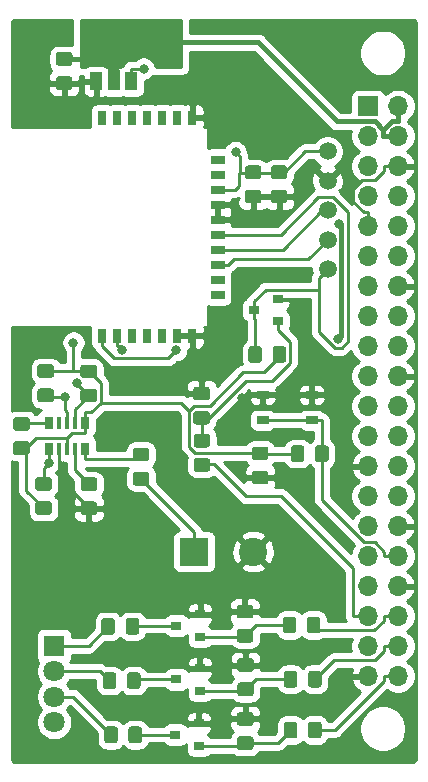
<source format=gbr>
G04 #@! TF.GenerationSoftware,KiCad,Pcbnew,(5.1.5-0-10_14)*
G04 #@! TF.CreationDate,2020-11-09T09:27:31+01:00*
G04 #@! TF.ProjectId,HB-RF-MOD,48422d52-462d-44d4-9f44-2e6b69636164,rev?*
G04 #@! TF.SameCoordinates,Original*
G04 #@! TF.FileFunction,Copper,L1,Top*
G04 #@! TF.FilePolarity,Positive*
%FSLAX46Y46*%
G04 Gerber Fmt 4.6, Leading zero omitted, Abs format (unit mm)*
G04 Created by KiCad (PCBNEW (5.1.5-0-10_14)) date 2020-11-09 09:27:31*
%MOMM*%
%LPD*%
G04 APERTURE LIST*
%ADD10C,2.400000*%
%ADD11R,2.400000X2.400000*%
%ADD12C,1.500000*%
%ADD13C,0.100000*%
%ADD14R,0.900000X0.800000*%
%ADD15C,1.800000*%
%ADD16R,1.800000X1.800000*%
%ADD17R,0.800000X1.200000*%
%ADD18R,1.200000X0.800000*%
%ADD19R,0.400000X1.100000*%
%ADD20R,0.700000X1.100000*%
%ADD21R,2.200000X1.840000*%
%ADD22R,1.000000X1.500000*%
%ADD23R,1.000000X1.800000*%
%ADD24R,1.050000X0.650000*%
%ADD25O,1.700000X1.700000*%
%ADD26R,1.700000X1.700000*%
%ADD27C,0.800000*%
%ADD28C,0.250000*%
%ADD29C,0.400000*%
%ADD30C,0.254000*%
G04 APERTURE END LIST*
D10*
X43800000Y-61500000D03*
D11*
X38800000Y-61500000D03*
D12*
X50100000Y-32600000D03*
X50100000Y-35100000D03*
X50100000Y-37600000D03*
X50100000Y-30100000D03*
X50100000Y-27600000D03*
G04 #@! TA.AperFunction,SMDPad,CuDef*
D13*
G36*
X34164505Y-76301204D02*
G01*
X34188773Y-76304804D01*
X34212572Y-76310765D01*
X34235671Y-76319030D01*
X34257850Y-76329520D01*
X34278893Y-76342132D01*
X34298599Y-76356747D01*
X34316777Y-76373223D01*
X34333253Y-76391401D01*
X34347868Y-76411107D01*
X34360480Y-76432150D01*
X34370970Y-76454329D01*
X34379235Y-76477428D01*
X34385196Y-76501227D01*
X34388796Y-76525495D01*
X34390000Y-76549999D01*
X34390000Y-77450001D01*
X34388796Y-77474505D01*
X34385196Y-77498773D01*
X34379235Y-77522572D01*
X34370970Y-77545671D01*
X34360480Y-77567850D01*
X34347868Y-77588893D01*
X34333253Y-77608599D01*
X34316777Y-77626777D01*
X34298599Y-77643253D01*
X34278893Y-77657868D01*
X34257850Y-77670480D01*
X34235671Y-77680970D01*
X34212572Y-77689235D01*
X34188773Y-77695196D01*
X34164505Y-77698796D01*
X34140001Y-77700000D01*
X33489999Y-77700000D01*
X33465495Y-77698796D01*
X33441227Y-77695196D01*
X33417428Y-77689235D01*
X33394329Y-77680970D01*
X33372150Y-77670480D01*
X33351107Y-77657868D01*
X33331401Y-77643253D01*
X33313223Y-77626777D01*
X33296747Y-77608599D01*
X33282132Y-77588893D01*
X33269520Y-77567850D01*
X33259030Y-77545671D01*
X33250765Y-77522572D01*
X33244804Y-77498773D01*
X33241204Y-77474505D01*
X33240000Y-77450001D01*
X33240000Y-76549999D01*
X33241204Y-76525495D01*
X33244804Y-76501227D01*
X33250765Y-76477428D01*
X33259030Y-76454329D01*
X33269520Y-76432150D01*
X33282132Y-76411107D01*
X33296747Y-76391401D01*
X33313223Y-76373223D01*
X33331401Y-76356747D01*
X33351107Y-76342132D01*
X33372150Y-76329520D01*
X33394329Y-76319030D01*
X33417428Y-76310765D01*
X33441227Y-76304804D01*
X33465495Y-76301204D01*
X33489999Y-76300000D01*
X34140001Y-76300000D01*
X34164505Y-76301204D01*
G37*
G04 #@! TD.AperFunction*
G04 #@! TA.AperFunction,SMDPad,CuDef*
G36*
X32114505Y-76301204D02*
G01*
X32138773Y-76304804D01*
X32162572Y-76310765D01*
X32185671Y-76319030D01*
X32207850Y-76329520D01*
X32228893Y-76342132D01*
X32248599Y-76356747D01*
X32266777Y-76373223D01*
X32283253Y-76391401D01*
X32297868Y-76411107D01*
X32310480Y-76432150D01*
X32320970Y-76454329D01*
X32329235Y-76477428D01*
X32335196Y-76501227D01*
X32338796Y-76525495D01*
X32340000Y-76549999D01*
X32340000Y-77450001D01*
X32338796Y-77474505D01*
X32335196Y-77498773D01*
X32329235Y-77522572D01*
X32320970Y-77545671D01*
X32310480Y-77567850D01*
X32297868Y-77588893D01*
X32283253Y-77608599D01*
X32266777Y-77626777D01*
X32248599Y-77643253D01*
X32228893Y-77657868D01*
X32207850Y-77670480D01*
X32185671Y-77680970D01*
X32162572Y-77689235D01*
X32138773Y-77695196D01*
X32114505Y-77698796D01*
X32090001Y-77700000D01*
X31439999Y-77700000D01*
X31415495Y-77698796D01*
X31391227Y-77695196D01*
X31367428Y-77689235D01*
X31344329Y-77680970D01*
X31322150Y-77670480D01*
X31301107Y-77657868D01*
X31281401Y-77643253D01*
X31263223Y-77626777D01*
X31246747Y-77608599D01*
X31232132Y-77588893D01*
X31219520Y-77567850D01*
X31209030Y-77545671D01*
X31200765Y-77522572D01*
X31194804Y-77498773D01*
X31191204Y-77474505D01*
X31190000Y-77450001D01*
X31190000Y-76549999D01*
X31191204Y-76525495D01*
X31194804Y-76501227D01*
X31200765Y-76477428D01*
X31209030Y-76454329D01*
X31219520Y-76432150D01*
X31232132Y-76411107D01*
X31246747Y-76391401D01*
X31263223Y-76373223D01*
X31281401Y-76356747D01*
X31301107Y-76342132D01*
X31322150Y-76329520D01*
X31344329Y-76319030D01*
X31367428Y-76310765D01*
X31391227Y-76304804D01*
X31415495Y-76301204D01*
X31439999Y-76300000D01*
X32090001Y-76300000D01*
X32114505Y-76301204D01*
G37*
G04 #@! TD.AperFunction*
G04 #@! TA.AperFunction,SMDPad,CuDef*
G36*
X31994505Y-71711204D02*
G01*
X32018773Y-71714804D01*
X32042572Y-71720765D01*
X32065671Y-71729030D01*
X32087850Y-71739520D01*
X32108893Y-71752132D01*
X32128599Y-71766747D01*
X32146777Y-71783223D01*
X32163253Y-71801401D01*
X32177868Y-71821107D01*
X32190480Y-71842150D01*
X32200970Y-71864329D01*
X32209235Y-71887428D01*
X32215196Y-71911227D01*
X32218796Y-71935495D01*
X32220000Y-71959999D01*
X32220000Y-72860001D01*
X32218796Y-72884505D01*
X32215196Y-72908773D01*
X32209235Y-72932572D01*
X32200970Y-72955671D01*
X32190480Y-72977850D01*
X32177868Y-72998893D01*
X32163253Y-73018599D01*
X32146777Y-73036777D01*
X32128599Y-73053253D01*
X32108893Y-73067868D01*
X32087850Y-73080480D01*
X32065671Y-73090970D01*
X32042572Y-73099235D01*
X32018773Y-73105196D01*
X31994505Y-73108796D01*
X31970001Y-73110000D01*
X31319999Y-73110000D01*
X31295495Y-73108796D01*
X31271227Y-73105196D01*
X31247428Y-73099235D01*
X31224329Y-73090970D01*
X31202150Y-73080480D01*
X31181107Y-73067868D01*
X31161401Y-73053253D01*
X31143223Y-73036777D01*
X31126747Y-73018599D01*
X31112132Y-72998893D01*
X31099520Y-72977850D01*
X31089030Y-72955671D01*
X31080765Y-72932572D01*
X31074804Y-72908773D01*
X31071204Y-72884505D01*
X31070000Y-72860001D01*
X31070000Y-71959999D01*
X31071204Y-71935495D01*
X31074804Y-71911227D01*
X31080765Y-71887428D01*
X31089030Y-71864329D01*
X31099520Y-71842150D01*
X31112132Y-71821107D01*
X31126747Y-71801401D01*
X31143223Y-71783223D01*
X31161401Y-71766747D01*
X31181107Y-71752132D01*
X31202150Y-71739520D01*
X31224329Y-71729030D01*
X31247428Y-71720765D01*
X31271227Y-71714804D01*
X31295495Y-71711204D01*
X31319999Y-71710000D01*
X31970001Y-71710000D01*
X31994505Y-71711204D01*
G37*
G04 #@! TD.AperFunction*
G04 #@! TA.AperFunction,SMDPad,CuDef*
G36*
X34044505Y-71711204D02*
G01*
X34068773Y-71714804D01*
X34092572Y-71720765D01*
X34115671Y-71729030D01*
X34137850Y-71739520D01*
X34158893Y-71752132D01*
X34178599Y-71766747D01*
X34196777Y-71783223D01*
X34213253Y-71801401D01*
X34227868Y-71821107D01*
X34240480Y-71842150D01*
X34250970Y-71864329D01*
X34259235Y-71887428D01*
X34265196Y-71911227D01*
X34268796Y-71935495D01*
X34270000Y-71959999D01*
X34270000Y-72860001D01*
X34268796Y-72884505D01*
X34265196Y-72908773D01*
X34259235Y-72932572D01*
X34250970Y-72955671D01*
X34240480Y-72977850D01*
X34227868Y-72998893D01*
X34213253Y-73018599D01*
X34196777Y-73036777D01*
X34178599Y-73053253D01*
X34158893Y-73067868D01*
X34137850Y-73080480D01*
X34115671Y-73090970D01*
X34092572Y-73099235D01*
X34068773Y-73105196D01*
X34044505Y-73108796D01*
X34020001Y-73110000D01*
X33369999Y-73110000D01*
X33345495Y-73108796D01*
X33321227Y-73105196D01*
X33297428Y-73099235D01*
X33274329Y-73090970D01*
X33252150Y-73080480D01*
X33231107Y-73067868D01*
X33211401Y-73053253D01*
X33193223Y-73036777D01*
X33176747Y-73018599D01*
X33162132Y-72998893D01*
X33149520Y-72977850D01*
X33139030Y-72955671D01*
X33130765Y-72932572D01*
X33124804Y-72908773D01*
X33121204Y-72884505D01*
X33120000Y-72860001D01*
X33120000Y-71959999D01*
X33121204Y-71935495D01*
X33124804Y-71911227D01*
X33130765Y-71887428D01*
X33139030Y-71864329D01*
X33149520Y-71842150D01*
X33162132Y-71821107D01*
X33176747Y-71801401D01*
X33193223Y-71783223D01*
X33211401Y-71766747D01*
X33231107Y-71752132D01*
X33252150Y-71739520D01*
X33274329Y-71729030D01*
X33297428Y-71720765D01*
X33321227Y-71714804D01*
X33345495Y-71711204D01*
X33369999Y-71710000D01*
X34020001Y-71710000D01*
X34044505Y-71711204D01*
G37*
G04 #@! TD.AperFunction*
G04 #@! TA.AperFunction,SMDPad,CuDef*
G36*
X31874505Y-67121204D02*
G01*
X31898773Y-67124804D01*
X31922572Y-67130765D01*
X31945671Y-67139030D01*
X31967850Y-67149520D01*
X31988893Y-67162132D01*
X32008599Y-67176747D01*
X32026777Y-67193223D01*
X32043253Y-67211401D01*
X32057868Y-67231107D01*
X32070480Y-67252150D01*
X32080970Y-67274329D01*
X32089235Y-67297428D01*
X32095196Y-67321227D01*
X32098796Y-67345495D01*
X32100000Y-67369999D01*
X32100000Y-68270001D01*
X32098796Y-68294505D01*
X32095196Y-68318773D01*
X32089235Y-68342572D01*
X32080970Y-68365671D01*
X32070480Y-68387850D01*
X32057868Y-68408893D01*
X32043253Y-68428599D01*
X32026777Y-68446777D01*
X32008599Y-68463253D01*
X31988893Y-68477868D01*
X31967850Y-68490480D01*
X31945671Y-68500970D01*
X31922572Y-68509235D01*
X31898773Y-68515196D01*
X31874505Y-68518796D01*
X31850001Y-68520000D01*
X31199999Y-68520000D01*
X31175495Y-68518796D01*
X31151227Y-68515196D01*
X31127428Y-68509235D01*
X31104329Y-68500970D01*
X31082150Y-68490480D01*
X31061107Y-68477868D01*
X31041401Y-68463253D01*
X31023223Y-68446777D01*
X31006747Y-68428599D01*
X30992132Y-68408893D01*
X30979520Y-68387850D01*
X30969030Y-68365671D01*
X30960765Y-68342572D01*
X30954804Y-68318773D01*
X30951204Y-68294505D01*
X30950000Y-68270001D01*
X30950000Y-67369999D01*
X30951204Y-67345495D01*
X30954804Y-67321227D01*
X30960765Y-67297428D01*
X30969030Y-67274329D01*
X30979520Y-67252150D01*
X30992132Y-67231107D01*
X31006747Y-67211401D01*
X31023223Y-67193223D01*
X31041401Y-67176747D01*
X31061107Y-67162132D01*
X31082150Y-67149520D01*
X31104329Y-67139030D01*
X31127428Y-67130765D01*
X31151227Y-67124804D01*
X31175495Y-67121204D01*
X31199999Y-67120000D01*
X31850001Y-67120000D01*
X31874505Y-67121204D01*
G37*
G04 #@! TD.AperFunction*
G04 #@! TA.AperFunction,SMDPad,CuDef*
G36*
X33924505Y-67121204D02*
G01*
X33948773Y-67124804D01*
X33972572Y-67130765D01*
X33995671Y-67139030D01*
X34017850Y-67149520D01*
X34038893Y-67162132D01*
X34058599Y-67176747D01*
X34076777Y-67193223D01*
X34093253Y-67211401D01*
X34107868Y-67231107D01*
X34120480Y-67252150D01*
X34130970Y-67274329D01*
X34139235Y-67297428D01*
X34145196Y-67321227D01*
X34148796Y-67345495D01*
X34150000Y-67369999D01*
X34150000Y-68270001D01*
X34148796Y-68294505D01*
X34145196Y-68318773D01*
X34139235Y-68342572D01*
X34130970Y-68365671D01*
X34120480Y-68387850D01*
X34107868Y-68408893D01*
X34093253Y-68428599D01*
X34076777Y-68446777D01*
X34058599Y-68463253D01*
X34038893Y-68477868D01*
X34017850Y-68490480D01*
X33995671Y-68500970D01*
X33972572Y-68509235D01*
X33948773Y-68515196D01*
X33924505Y-68518796D01*
X33900001Y-68520000D01*
X33249999Y-68520000D01*
X33225495Y-68518796D01*
X33201227Y-68515196D01*
X33177428Y-68509235D01*
X33154329Y-68500970D01*
X33132150Y-68490480D01*
X33111107Y-68477868D01*
X33091401Y-68463253D01*
X33073223Y-68446777D01*
X33056747Y-68428599D01*
X33042132Y-68408893D01*
X33029520Y-68387850D01*
X33019030Y-68365671D01*
X33010765Y-68342572D01*
X33004804Y-68318773D01*
X33001204Y-68294505D01*
X33000000Y-68270001D01*
X33000000Y-67369999D01*
X33001204Y-67345495D01*
X33004804Y-67321227D01*
X33010765Y-67297428D01*
X33019030Y-67274329D01*
X33029520Y-67252150D01*
X33042132Y-67231107D01*
X33056747Y-67211401D01*
X33073223Y-67193223D01*
X33091401Y-67176747D01*
X33111107Y-67162132D01*
X33132150Y-67149520D01*
X33154329Y-67139030D01*
X33177428Y-67130765D01*
X33201227Y-67124804D01*
X33225495Y-67121204D01*
X33249999Y-67120000D01*
X33900001Y-67120000D01*
X33924505Y-67121204D01*
G37*
G04 #@! TD.AperFunction*
G04 #@! TA.AperFunction,SMDPad,CuDef*
G36*
X43609505Y-75081204D02*
G01*
X43633773Y-75084804D01*
X43657572Y-75090765D01*
X43680671Y-75099030D01*
X43702850Y-75109520D01*
X43723893Y-75122132D01*
X43743599Y-75136747D01*
X43761777Y-75153223D01*
X43778253Y-75171401D01*
X43792868Y-75191107D01*
X43805480Y-75212150D01*
X43815970Y-75234329D01*
X43824235Y-75257428D01*
X43830196Y-75281227D01*
X43833796Y-75305495D01*
X43835000Y-75329999D01*
X43835000Y-75980001D01*
X43833796Y-76004505D01*
X43830196Y-76028773D01*
X43824235Y-76052572D01*
X43815970Y-76075671D01*
X43805480Y-76097850D01*
X43792868Y-76118893D01*
X43778253Y-76138599D01*
X43761777Y-76156777D01*
X43743599Y-76173253D01*
X43723893Y-76187868D01*
X43702850Y-76200480D01*
X43680671Y-76210970D01*
X43657572Y-76219235D01*
X43633773Y-76225196D01*
X43609505Y-76228796D01*
X43585001Y-76230000D01*
X42684999Y-76230000D01*
X42660495Y-76228796D01*
X42636227Y-76225196D01*
X42612428Y-76219235D01*
X42589329Y-76210970D01*
X42567150Y-76200480D01*
X42546107Y-76187868D01*
X42526401Y-76173253D01*
X42508223Y-76156777D01*
X42491747Y-76138599D01*
X42477132Y-76118893D01*
X42464520Y-76097850D01*
X42454030Y-76075671D01*
X42445765Y-76052572D01*
X42439804Y-76028773D01*
X42436204Y-76004505D01*
X42435000Y-75980001D01*
X42435000Y-75329999D01*
X42436204Y-75305495D01*
X42439804Y-75281227D01*
X42445765Y-75257428D01*
X42454030Y-75234329D01*
X42464520Y-75212150D01*
X42477132Y-75191107D01*
X42491747Y-75171401D01*
X42508223Y-75153223D01*
X42526401Y-75136747D01*
X42546107Y-75122132D01*
X42567150Y-75109520D01*
X42589329Y-75099030D01*
X42612428Y-75090765D01*
X42636227Y-75084804D01*
X42660495Y-75081204D01*
X42684999Y-75080000D01*
X43585001Y-75080000D01*
X43609505Y-75081204D01*
G37*
G04 #@! TD.AperFunction*
G04 #@! TA.AperFunction,SMDPad,CuDef*
G36*
X43609505Y-77131204D02*
G01*
X43633773Y-77134804D01*
X43657572Y-77140765D01*
X43680671Y-77149030D01*
X43702850Y-77159520D01*
X43723893Y-77172132D01*
X43743599Y-77186747D01*
X43761777Y-77203223D01*
X43778253Y-77221401D01*
X43792868Y-77241107D01*
X43805480Y-77262150D01*
X43815970Y-77284329D01*
X43824235Y-77307428D01*
X43830196Y-77331227D01*
X43833796Y-77355495D01*
X43835000Y-77379999D01*
X43835000Y-78030001D01*
X43833796Y-78054505D01*
X43830196Y-78078773D01*
X43824235Y-78102572D01*
X43815970Y-78125671D01*
X43805480Y-78147850D01*
X43792868Y-78168893D01*
X43778253Y-78188599D01*
X43761777Y-78206777D01*
X43743599Y-78223253D01*
X43723893Y-78237868D01*
X43702850Y-78250480D01*
X43680671Y-78260970D01*
X43657572Y-78269235D01*
X43633773Y-78275196D01*
X43609505Y-78278796D01*
X43585001Y-78280000D01*
X42684999Y-78280000D01*
X42660495Y-78278796D01*
X42636227Y-78275196D01*
X42612428Y-78269235D01*
X42589329Y-78260970D01*
X42567150Y-78250480D01*
X42546107Y-78237868D01*
X42526401Y-78223253D01*
X42508223Y-78206777D01*
X42491747Y-78188599D01*
X42477132Y-78168893D01*
X42464520Y-78147850D01*
X42454030Y-78125671D01*
X42445765Y-78102572D01*
X42439804Y-78078773D01*
X42436204Y-78054505D01*
X42435000Y-78030001D01*
X42435000Y-77379999D01*
X42436204Y-77355495D01*
X42439804Y-77331227D01*
X42445765Y-77307428D01*
X42454030Y-77284329D01*
X42464520Y-77262150D01*
X42477132Y-77241107D01*
X42491747Y-77221401D01*
X42508223Y-77203223D01*
X42526401Y-77186747D01*
X42546107Y-77172132D01*
X42567150Y-77159520D01*
X42589329Y-77149030D01*
X42612428Y-77140765D01*
X42636227Y-77134804D01*
X42660495Y-77131204D01*
X42684999Y-77130000D01*
X43585001Y-77130000D01*
X43609505Y-77131204D01*
G37*
G04 #@! TD.AperFunction*
G04 #@! TA.AperFunction,SMDPad,CuDef*
G36*
X47324505Y-75901204D02*
G01*
X47348773Y-75904804D01*
X47372572Y-75910765D01*
X47395671Y-75919030D01*
X47417850Y-75929520D01*
X47438893Y-75942132D01*
X47458599Y-75956747D01*
X47476777Y-75973223D01*
X47493253Y-75991401D01*
X47507868Y-76011107D01*
X47520480Y-76032150D01*
X47530970Y-76054329D01*
X47539235Y-76077428D01*
X47545196Y-76101227D01*
X47548796Y-76125495D01*
X47550000Y-76149999D01*
X47550000Y-77050001D01*
X47548796Y-77074505D01*
X47545196Y-77098773D01*
X47539235Y-77122572D01*
X47530970Y-77145671D01*
X47520480Y-77167850D01*
X47507868Y-77188893D01*
X47493253Y-77208599D01*
X47476777Y-77226777D01*
X47458599Y-77243253D01*
X47438893Y-77257868D01*
X47417850Y-77270480D01*
X47395671Y-77280970D01*
X47372572Y-77289235D01*
X47348773Y-77295196D01*
X47324505Y-77298796D01*
X47300001Y-77300000D01*
X46649999Y-77300000D01*
X46625495Y-77298796D01*
X46601227Y-77295196D01*
X46577428Y-77289235D01*
X46554329Y-77280970D01*
X46532150Y-77270480D01*
X46511107Y-77257868D01*
X46491401Y-77243253D01*
X46473223Y-77226777D01*
X46456747Y-77208599D01*
X46442132Y-77188893D01*
X46429520Y-77167850D01*
X46419030Y-77145671D01*
X46410765Y-77122572D01*
X46404804Y-77098773D01*
X46401204Y-77074505D01*
X46400000Y-77050001D01*
X46400000Y-76149999D01*
X46401204Y-76125495D01*
X46404804Y-76101227D01*
X46410765Y-76077428D01*
X46419030Y-76054329D01*
X46429520Y-76032150D01*
X46442132Y-76011107D01*
X46456747Y-75991401D01*
X46473223Y-75973223D01*
X46491401Y-75956747D01*
X46511107Y-75942132D01*
X46532150Y-75929520D01*
X46554329Y-75919030D01*
X46577428Y-75910765D01*
X46601227Y-75904804D01*
X46625495Y-75901204D01*
X46649999Y-75900000D01*
X47300001Y-75900000D01*
X47324505Y-75901204D01*
G37*
G04 #@! TD.AperFunction*
G04 #@! TA.AperFunction,SMDPad,CuDef*
G36*
X49374505Y-75901204D02*
G01*
X49398773Y-75904804D01*
X49422572Y-75910765D01*
X49445671Y-75919030D01*
X49467850Y-75929520D01*
X49488893Y-75942132D01*
X49508599Y-75956747D01*
X49526777Y-75973223D01*
X49543253Y-75991401D01*
X49557868Y-76011107D01*
X49570480Y-76032150D01*
X49580970Y-76054329D01*
X49589235Y-76077428D01*
X49595196Y-76101227D01*
X49598796Y-76125495D01*
X49600000Y-76149999D01*
X49600000Y-77050001D01*
X49598796Y-77074505D01*
X49595196Y-77098773D01*
X49589235Y-77122572D01*
X49580970Y-77145671D01*
X49570480Y-77167850D01*
X49557868Y-77188893D01*
X49543253Y-77208599D01*
X49526777Y-77226777D01*
X49508599Y-77243253D01*
X49488893Y-77257868D01*
X49467850Y-77270480D01*
X49445671Y-77280970D01*
X49422572Y-77289235D01*
X49398773Y-77295196D01*
X49374505Y-77298796D01*
X49350001Y-77300000D01*
X48699999Y-77300000D01*
X48675495Y-77298796D01*
X48651227Y-77295196D01*
X48627428Y-77289235D01*
X48604329Y-77280970D01*
X48582150Y-77270480D01*
X48561107Y-77257868D01*
X48541401Y-77243253D01*
X48523223Y-77226777D01*
X48506747Y-77208599D01*
X48492132Y-77188893D01*
X48479520Y-77167850D01*
X48469030Y-77145671D01*
X48460765Y-77122572D01*
X48454804Y-77098773D01*
X48451204Y-77074505D01*
X48450000Y-77050001D01*
X48450000Y-76149999D01*
X48451204Y-76125495D01*
X48454804Y-76101227D01*
X48460765Y-76077428D01*
X48469030Y-76054329D01*
X48479520Y-76032150D01*
X48492132Y-76011107D01*
X48506747Y-75991401D01*
X48523223Y-75973223D01*
X48541401Y-75956747D01*
X48561107Y-75942132D01*
X48582150Y-75929520D01*
X48604329Y-75919030D01*
X48627428Y-75910765D01*
X48651227Y-75904804D01*
X48675495Y-75901204D01*
X48699999Y-75900000D01*
X49350001Y-75900000D01*
X49374505Y-75901204D01*
G37*
G04 #@! TD.AperFunction*
G04 #@! TA.AperFunction,SMDPad,CuDef*
G36*
X43634505Y-70521204D02*
G01*
X43658773Y-70524804D01*
X43682572Y-70530765D01*
X43705671Y-70539030D01*
X43727850Y-70549520D01*
X43748893Y-70562132D01*
X43768599Y-70576747D01*
X43786777Y-70593223D01*
X43803253Y-70611401D01*
X43817868Y-70631107D01*
X43830480Y-70652150D01*
X43840970Y-70674329D01*
X43849235Y-70697428D01*
X43855196Y-70721227D01*
X43858796Y-70745495D01*
X43860000Y-70769999D01*
X43860000Y-71420001D01*
X43858796Y-71444505D01*
X43855196Y-71468773D01*
X43849235Y-71492572D01*
X43840970Y-71515671D01*
X43830480Y-71537850D01*
X43817868Y-71558893D01*
X43803253Y-71578599D01*
X43786777Y-71596777D01*
X43768599Y-71613253D01*
X43748893Y-71627868D01*
X43727850Y-71640480D01*
X43705671Y-71650970D01*
X43682572Y-71659235D01*
X43658773Y-71665196D01*
X43634505Y-71668796D01*
X43610001Y-71670000D01*
X42709999Y-71670000D01*
X42685495Y-71668796D01*
X42661227Y-71665196D01*
X42637428Y-71659235D01*
X42614329Y-71650970D01*
X42592150Y-71640480D01*
X42571107Y-71627868D01*
X42551401Y-71613253D01*
X42533223Y-71596777D01*
X42516747Y-71578599D01*
X42502132Y-71558893D01*
X42489520Y-71537850D01*
X42479030Y-71515671D01*
X42470765Y-71492572D01*
X42464804Y-71468773D01*
X42461204Y-71444505D01*
X42460000Y-71420001D01*
X42460000Y-70769999D01*
X42461204Y-70745495D01*
X42464804Y-70721227D01*
X42470765Y-70697428D01*
X42479030Y-70674329D01*
X42489520Y-70652150D01*
X42502132Y-70631107D01*
X42516747Y-70611401D01*
X42533223Y-70593223D01*
X42551401Y-70576747D01*
X42571107Y-70562132D01*
X42592150Y-70549520D01*
X42614329Y-70539030D01*
X42637428Y-70530765D01*
X42661227Y-70524804D01*
X42685495Y-70521204D01*
X42709999Y-70520000D01*
X43610001Y-70520000D01*
X43634505Y-70521204D01*
G37*
G04 #@! TD.AperFunction*
G04 #@! TA.AperFunction,SMDPad,CuDef*
G36*
X43634505Y-72571204D02*
G01*
X43658773Y-72574804D01*
X43682572Y-72580765D01*
X43705671Y-72589030D01*
X43727850Y-72599520D01*
X43748893Y-72612132D01*
X43768599Y-72626747D01*
X43786777Y-72643223D01*
X43803253Y-72661401D01*
X43817868Y-72681107D01*
X43830480Y-72702150D01*
X43840970Y-72724329D01*
X43849235Y-72747428D01*
X43855196Y-72771227D01*
X43858796Y-72795495D01*
X43860000Y-72819999D01*
X43860000Y-73470001D01*
X43858796Y-73494505D01*
X43855196Y-73518773D01*
X43849235Y-73542572D01*
X43840970Y-73565671D01*
X43830480Y-73587850D01*
X43817868Y-73608893D01*
X43803253Y-73628599D01*
X43786777Y-73646777D01*
X43768599Y-73663253D01*
X43748893Y-73677868D01*
X43727850Y-73690480D01*
X43705671Y-73700970D01*
X43682572Y-73709235D01*
X43658773Y-73715196D01*
X43634505Y-73718796D01*
X43610001Y-73720000D01*
X42709999Y-73720000D01*
X42685495Y-73718796D01*
X42661227Y-73715196D01*
X42637428Y-73709235D01*
X42614329Y-73700970D01*
X42592150Y-73690480D01*
X42571107Y-73677868D01*
X42551401Y-73663253D01*
X42533223Y-73646777D01*
X42516747Y-73628599D01*
X42502132Y-73608893D01*
X42489520Y-73587850D01*
X42479030Y-73565671D01*
X42470765Y-73542572D01*
X42464804Y-73518773D01*
X42461204Y-73494505D01*
X42460000Y-73470001D01*
X42460000Y-72819999D01*
X42461204Y-72795495D01*
X42464804Y-72771227D01*
X42470765Y-72747428D01*
X42479030Y-72724329D01*
X42489520Y-72702150D01*
X42502132Y-72681107D01*
X42516747Y-72661401D01*
X42533223Y-72643223D01*
X42551401Y-72626747D01*
X42571107Y-72612132D01*
X42592150Y-72599520D01*
X42614329Y-72589030D01*
X42637428Y-72580765D01*
X42661227Y-72574804D01*
X42685495Y-72571204D01*
X42709999Y-72570000D01*
X43610001Y-72570000D01*
X43634505Y-72571204D01*
G37*
G04 #@! TD.AperFunction*
G04 #@! TA.AperFunction,SMDPad,CuDef*
G36*
X47324505Y-71601204D02*
G01*
X47348773Y-71604804D01*
X47372572Y-71610765D01*
X47395671Y-71619030D01*
X47417850Y-71629520D01*
X47438893Y-71642132D01*
X47458599Y-71656747D01*
X47476777Y-71673223D01*
X47493253Y-71691401D01*
X47507868Y-71711107D01*
X47520480Y-71732150D01*
X47530970Y-71754329D01*
X47539235Y-71777428D01*
X47545196Y-71801227D01*
X47548796Y-71825495D01*
X47550000Y-71849999D01*
X47550000Y-72750001D01*
X47548796Y-72774505D01*
X47545196Y-72798773D01*
X47539235Y-72822572D01*
X47530970Y-72845671D01*
X47520480Y-72867850D01*
X47507868Y-72888893D01*
X47493253Y-72908599D01*
X47476777Y-72926777D01*
X47458599Y-72943253D01*
X47438893Y-72957868D01*
X47417850Y-72970480D01*
X47395671Y-72980970D01*
X47372572Y-72989235D01*
X47348773Y-72995196D01*
X47324505Y-72998796D01*
X47300001Y-73000000D01*
X46649999Y-73000000D01*
X46625495Y-72998796D01*
X46601227Y-72995196D01*
X46577428Y-72989235D01*
X46554329Y-72980970D01*
X46532150Y-72970480D01*
X46511107Y-72957868D01*
X46491401Y-72943253D01*
X46473223Y-72926777D01*
X46456747Y-72908599D01*
X46442132Y-72888893D01*
X46429520Y-72867850D01*
X46419030Y-72845671D01*
X46410765Y-72822572D01*
X46404804Y-72798773D01*
X46401204Y-72774505D01*
X46400000Y-72750001D01*
X46400000Y-71849999D01*
X46401204Y-71825495D01*
X46404804Y-71801227D01*
X46410765Y-71777428D01*
X46419030Y-71754329D01*
X46429520Y-71732150D01*
X46442132Y-71711107D01*
X46456747Y-71691401D01*
X46473223Y-71673223D01*
X46491401Y-71656747D01*
X46511107Y-71642132D01*
X46532150Y-71629520D01*
X46554329Y-71619030D01*
X46577428Y-71610765D01*
X46601227Y-71604804D01*
X46625495Y-71601204D01*
X46649999Y-71600000D01*
X47300001Y-71600000D01*
X47324505Y-71601204D01*
G37*
G04 #@! TD.AperFunction*
G04 #@! TA.AperFunction,SMDPad,CuDef*
G36*
X49374505Y-71601204D02*
G01*
X49398773Y-71604804D01*
X49422572Y-71610765D01*
X49445671Y-71619030D01*
X49467850Y-71629520D01*
X49488893Y-71642132D01*
X49508599Y-71656747D01*
X49526777Y-71673223D01*
X49543253Y-71691401D01*
X49557868Y-71711107D01*
X49570480Y-71732150D01*
X49580970Y-71754329D01*
X49589235Y-71777428D01*
X49595196Y-71801227D01*
X49598796Y-71825495D01*
X49600000Y-71849999D01*
X49600000Y-72750001D01*
X49598796Y-72774505D01*
X49595196Y-72798773D01*
X49589235Y-72822572D01*
X49580970Y-72845671D01*
X49570480Y-72867850D01*
X49557868Y-72888893D01*
X49543253Y-72908599D01*
X49526777Y-72926777D01*
X49508599Y-72943253D01*
X49488893Y-72957868D01*
X49467850Y-72970480D01*
X49445671Y-72980970D01*
X49422572Y-72989235D01*
X49398773Y-72995196D01*
X49374505Y-72998796D01*
X49350001Y-73000000D01*
X48699999Y-73000000D01*
X48675495Y-72998796D01*
X48651227Y-72995196D01*
X48627428Y-72989235D01*
X48604329Y-72980970D01*
X48582150Y-72970480D01*
X48561107Y-72957868D01*
X48541401Y-72943253D01*
X48523223Y-72926777D01*
X48506747Y-72908599D01*
X48492132Y-72888893D01*
X48479520Y-72867850D01*
X48469030Y-72845671D01*
X48460765Y-72822572D01*
X48454804Y-72798773D01*
X48451204Y-72774505D01*
X48450000Y-72750001D01*
X48450000Y-71849999D01*
X48451204Y-71825495D01*
X48454804Y-71801227D01*
X48460765Y-71777428D01*
X48469030Y-71754329D01*
X48479520Y-71732150D01*
X48492132Y-71711107D01*
X48506747Y-71691401D01*
X48523223Y-71673223D01*
X48541401Y-71656747D01*
X48561107Y-71642132D01*
X48582150Y-71629520D01*
X48604329Y-71619030D01*
X48627428Y-71610765D01*
X48651227Y-71604804D01*
X48675495Y-71601204D01*
X48699999Y-71600000D01*
X49350001Y-71600000D01*
X49374505Y-71601204D01*
G37*
G04 #@! TD.AperFunction*
G04 #@! TA.AperFunction,SMDPad,CuDef*
G36*
X43584505Y-68051204D02*
G01*
X43608773Y-68054804D01*
X43632572Y-68060765D01*
X43655671Y-68069030D01*
X43677850Y-68079520D01*
X43698893Y-68092132D01*
X43718599Y-68106747D01*
X43736777Y-68123223D01*
X43753253Y-68141401D01*
X43767868Y-68161107D01*
X43780480Y-68182150D01*
X43790970Y-68204329D01*
X43799235Y-68227428D01*
X43805196Y-68251227D01*
X43808796Y-68275495D01*
X43810000Y-68299999D01*
X43810000Y-68950001D01*
X43808796Y-68974505D01*
X43805196Y-68998773D01*
X43799235Y-69022572D01*
X43790970Y-69045671D01*
X43780480Y-69067850D01*
X43767868Y-69088893D01*
X43753253Y-69108599D01*
X43736777Y-69126777D01*
X43718599Y-69143253D01*
X43698893Y-69157868D01*
X43677850Y-69170480D01*
X43655671Y-69180970D01*
X43632572Y-69189235D01*
X43608773Y-69195196D01*
X43584505Y-69198796D01*
X43560001Y-69200000D01*
X42659999Y-69200000D01*
X42635495Y-69198796D01*
X42611227Y-69195196D01*
X42587428Y-69189235D01*
X42564329Y-69180970D01*
X42542150Y-69170480D01*
X42521107Y-69157868D01*
X42501401Y-69143253D01*
X42483223Y-69126777D01*
X42466747Y-69108599D01*
X42452132Y-69088893D01*
X42439520Y-69067850D01*
X42429030Y-69045671D01*
X42420765Y-69022572D01*
X42414804Y-68998773D01*
X42411204Y-68974505D01*
X42410000Y-68950001D01*
X42410000Y-68299999D01*
X42411204Y-68275495D01*
X42414804Y-68251227D01*
X42420765Y-68227428D01*
X42429030Y-68204329D01*
X42439520Y-68182150D01*
X42452132Y-68161107D01*
X42466747Y-68141401D01*
X42483223Y-68123223D01*
X42501401Y-68106747D01*
X42521107Y-68092132D01*
X42542150Y-68079520D01*
X42564329Y-68069030D01*
X42587428Y-68060765D01*
X42611227Y-68054804D01*
X42635495Y-68051204D01*
X42659999Y-68050000D01*
X43560001Y-68050000D01*
X43584505Y-68051204D01*
G37*
G04 #@! TD.AperFunction*
G04 #@! TA.AperFunction,SMDPad,CuDef*
G36*
X43584505Y-66001204D02*
G01*
X43608773Y-66004804D01*
X43632572Y-66010765D01*
X43655671Y-66019030D01*
X43677850Y-66029520D01*
X43698893Y-66042132D01*
X43718599Y-66056747D01*
X43736777Y-66073223D01*
X43753253Y-66091401D01*
X43767868Y-66111107D01*
X43780480Y-66132150D01*
X43790970Y-66154329D01*
X43799235Y-66177428D01*
X43805196Y-66201227D01*
X43808796Y-66225495D01*
X43810000Y-66249999D01*
X43810000Y-66900001D01*
X43808796Y-66924505D01*
X43805196Y-66948773D01*
X43799235Y-66972572D01*
X43790970Y-66995671D01*
X43780480Y-67017850D01*
X43767868Y-67038893D01*
X43753253Y-67058599D01*
X43736777Y-67076777D01*
X43718599Y-67093253D01*
X43698893Y-67107868D01*
X43677850Y-67120480D01*
X43655671Y-67130970D01*
X43632572Y-67139235D01*
X43608773Y-67145196D01*
X43584505Y-67148796D01*
X43560001Y-67150000D01*
X42659999Y-67150000D01*
X42635495Y-67148796D01*
X42611227Y-67145196D01*
X42587428Y-67139235D01*
X42564329Y-67130970D01*
X42542150Y-67120480D01*
X42521107Y-67107868D01*
X42501401Y-67093253D01*
X42483223Y-67076777D01*
X42466747Y-67058599D01*
X42452132Y-67038893D01*
X42439520Y-67017850D01*
X42429030Y-66995671D01*
X42420765Y-66972572D01*
X42414804Y-66948773D01*
X42411204Y-66924505D01*
X42410000Y-66900001D01*
X42410000Y-66249999D01*
X42411204Y-66225495D01*
X42414804Y-66201227D01*
X42420765Y-66177428D01*
X42429030Y-66154329D01*
X42439520Y-66132150D01*
X42452132Y-66111107D01*
X42466747Y-66091401D01*
X42483223Y-66073223D01*
X42501401Y-66056747D01*
X42521107Y-66042132D01*
X42542150Y-66029520D01*
X42564329Y-66019030D01*
X42587428Y-66010765D01*
X42611227Y-66004804D01*
X42635495Y-66001204D01*
X42659999Y-66000000D01*
X43560001Y-66000000D01*
X43584505Y-66001204D01*
G37*
G04 #@! TD.AperFunction*
G04 #@! TA.AperFunction,SMDPad,CuDef*
G36*
X47224505Y-67001204D02*
G01*
X47248773Y-67004804D01*
X47272572Y-67010765D01*
X47295671Y-67019030D01*
X47317850Y-67029520D01*
X47338893Y-67042132D01*
X47358599Y-67056747D01*
X47376777Y-67073223D01*
X47393253Y-67091401D01*
X47407868Y-67111107D01*
X47420480Y-67132150D01*
X47430970Y-67154329D01*
X47439235Y-67177428D01*
X47445196Y-67201227D01*
X47448796Y-67225495D01*
X47450000Y-67249999D01*
X47450000Y-68150001D01*
X47448796Y-68174505D01*
X47445196Y-68198773D01*
X47439235Y-68222572D01*
X47430970Y-68245671D01*
X47420480Y-68267850D01*
X47407868Y-68288893D01*
X47393253Y-68308599D01*
X47376777Y-68326777D01*
X47358599Y-68343253D01*
X47338893Y-68357868D01*
X47317850Y-68370480D01*
X47295671Y-68380970D01*
X47272572Y-68389235D01*
X47248773Y-68395196D01*
X47224505Y-68398796D01*
X47200001Y-68400000D01*
X46549999Y-68400000D01*
X46525495Y-68398796D01*
X46501227Y-68395196D01*
X46477428Y-68389235D01*
X46454329Y-68380970D01*
X46432150Y-68370480D01*
X46411107Y-68357868D01*
X46391401Y-68343253D01*
X46373223Y-68326777D01*
X46356747Y-68308599D01*
X46342132Y-68288893D01*
X46329520Y-68267850D01*
X46319030Y-68245671D01*
X46310765Y-68222572D01*
X46304804Y-68198773D01*
X46301204Y-68174505D01*
X46300000Y-68150001D01*
X46300000Y-67249999D01*
X46301204Y-67225495D01*
X46304804Y-67201227D01*
X46310765Y-67177428D01*
X46319030Y-67154329D01*
X46329520Y-67132150D01*
X46342132Y-67111107D01*
X46356747Y-67091401D01*
X46373223Y-67073223D01*
X46391401Y-67056747D01*
X46411107Y-67042132D01*
X46432150Y-67029520D01*
X46454329Y-67019030D01*
X46477428Y-67010765D01*
X46501227Y-67004804D01*
X46525495Y-67001204D01*
X46549999Y-67000000D01*
X47200001Y-67000000D01*
X47224505Y-67001204D01*
G37*
G04 #@! TD.AperFunction*
G04 #@! TA.AperFunction,SMDPad,CuDef*
G36*
X49274505Y-67001204D02*
G01*
X49298773Y-67004804D01*
X49322572Y-67010765D01*
X49345671Y-67019030D01*
X49367850Y-67029520D01*
X49388893Y-67042132D01*
X49408599Y-67056747D01*
X49426777Y-67073223D01*
X49443253Y-67091401D01*
X49457868Y-67111107D01*
X49470480Y-67132150D01*
X49480970Y-67154329D01*
X49489235Y-67177428D01*
X49495196Y-67201227D01*
X49498796Y-67225495D01*
X49500000Y-67249999D01*
X49500000Y-68150001D01*
X49498796Y-68174505D01*
X49495196Y-68198773D01*
X49489235Y-68222572D01*
X49480970Y-68245671D01*
X49470480Y-68267850D01*
X49457868Y-68288893D01*
X49443253Y-68308599D01*
X49426777Y-68326777D01*
X49408599Y-68343253D01*
X49388893Y-68357868D01*
X49367850Y-68370480D01*
X49345671Y-68380970D01*
X49322572Y-68389235D01*
X49298773Y-68395196D01*
X49274505Y-68398796D01*
X49250001Y-68400000D01*
X48599999Y-68400000D01*
X48575495Y-68398796D01*
X48551227Y-68395196D01*
X48527428Y-68389235D01*
X48504329Y-68380970D01*
X48482150Y-68370480D01*
X48461107Y-68357868D01*
X48441401Y-68343253D01*
X48423223Y-68326777D01*
X48406747Y-68308599D01*
X48392132Y-68288893D01*
X48379520Y-68267850D01*
X48369030Y-68245671D01*
X48360765Y-68222572D01*
X48354804Y-68198773D01*
X48351204Y-68174505D01*
X48350000Y-68150001D01*
X48350000Y-67249999D01*
X48351204Y-67225495D01*
X48354804Y-67201227D01*
X48360765Y-67177428D01*
X48369030Y-67154329D01*
X48379520Y-67132150D01*
X48392132Y-67111107D01*
X48406747Y-67091401D01*
X48423223Y-67073223D01*
X48441401Y-67056747D01*
X48461107Y-67042132D01*
X48482150Y-67029520D01*
X48504329Y-67019030D01*
X48527428Y-67010765D01*
X48551227Y-67004804D01*
X48575495Y-67001204D01*
X48599999Y-67000000D01*
X49250001Y-67000000D01*
X49274505Y-67001204D01*
G37*
G04 #@! TD.AperFunction*
D14*
X37210000Y-76980000D03*
X39210000Y-76030000D03*
X39210000Y-77930000D03*
X37300000Y-72320000D03*
X39300000Y-71370000D03*
X39300000Y-73270000D03*
X37310000Y-67750000D03*
X39310000Y-66800000D03*
X39310000Y-68700000D03*
D15*
X26950000Y-75937000D03*
X26950000Y-73778000D03*
X26950000Y-71619000D03*
D16*
X26950000Y-69460000D03*
D17*
X31030000Y-24764800D03*
X32300000Y-24764800D03*
X33570000Y-24764800D03*
X34840000Y-24764800D03*
X36110000Y-24764800D03*
X37380000Y-24764800D03*
X38650000Y-24768500D03*
D18*
X40785000Y-28315000D03*
X40785000Y-29585000D03*
X40785000Y-30855000D03*
X40785000Y-32125000D03*
X40785000Y-33395000D03*
X40785000Y-34665000D03*
X40785000Y-35935000D03*
X40785000Y-37205000D03*
X40785000Y-38475000D03*
X40785000Y-39745000D03*
D17*
X38650000Y-43201000D03*
X37380000Y-43201000D03*
X36110000Y-43201000D03*
X34840000Y-43201000D03*
X33570000Y-43201000D03*
X32300000Y-43201000D03*
X31030000Y-43201000D03*
D19*
X28730000Y-52780000D03*
X28030000Y-52780000D03*
X27330000Y-52780000D03*
X27330000Y-50580000D03*
X28030000Y-50580000D03*
X28730000Y-50580000D03*
D20*
X29580000Y-52780000D03*
X26480000Y-52780000D03*
X26480000Y-50580000D03*
X29580000Y-50580000D03*
G04 #@! TA.AperFunction,SMDPad,CuDef*
D13*
G36*
X24654505Y-52156204D02*
G01*
X24678773Y-52159804D01*
X24702572Y-52165765D01*
X24725671Y-52174030D01*
X24747850Y-52184520D01*
X24768893Y-52197132D01*
X24788599Y-52211747D01*
X24806777Y-52228223D01*
X24823253Y-52246401D01*
X24837868Y-52266107D01*
X24850480Y-52287150D01*
X24860970Y-52309329D01*
X24869235Y-52332428D01*
X24875196Y-52356227D01*
X24878796Y-52380495D01*
X24880000Y-52404999D01*
X24880000Y-53055001D01*
X24878796Y-53079505D01*
X24875196Y-53103773D01*
X24869235Y-53127572D01*
X24860970Y-53150671D01*
X24850480Y-53172850D01*
X24837868Y-53193893D01*
X24823253Y-53213599D01*
X24806777Y-53231777D01*
X24788599Y-53248253D01*
X24768893Y-53262868D01*
X24747850Y-53275480D01*
X24725671Y-53285970D01*
X24702572Y-53294235D01*
X24678773Y-53300196D01*
X24654505Y-53303796D01*
X24630001Y-53305000D01*
X23729999Y-53305000D01*
X23705495Y-53303796D01*
X23681227Y-53300196D01*
X23657428Y-53294235D01*
X23634329Y-53285970D01*
X23612150Y-53275480D01*
X23591107Y-53262868D01*
X23571401Y-53248253D01*
X23553223Y-53231777D01*
X23536747Y-53213599D01*
X23522132Y-53193893D01*
X23509520Y-53172850D01*
X23499030Y-53150671D01*
X23490765Y-53127572D01*
X23484804Y-53103773D01*
X23481204Y-53079505D01*
X23480000Y-53055001D01*
X23480000Y-52404999D01*
X23481204Y-52380495D01*
X23484804Y-52356227D01*
X23490765Y-52332428D01*
X23499030Y-52309329D01*
X23509520Y-52287150D01*
X23522132Y-52266107D01*
X23536747Y-52246401D01*
X23553223Y-52228223D01*
X23571401Y-52211747D01*
X23591107Y-52197132D01*
X23612150Y-52184520D01*
X23634329Y-52174030D01*
X23657428Y-52165765D01*
X23681227Y-52159804D01*
X23705495Y-52156204D01*
X23729999Y-52155000D01*
X24630001Y-52155000D01*
X24654505Y-52156204D01*
G37*
G04 #@! TD.AperFunction*
G04 #@! TA.AperFunction,SMDPad,CuDef*
G36*
X24654505Y-50106204D02*
G01*
X24678773Y-50109804D01*
X24702572Y-50115765D01*
X24725671Y-50124030D01*
X24747850Y-50134520D01*
X24768893Y-50147132D01*
X24788599Y-50161747D01*
X24806777Y-50178223D01*
X24823253Y-50196401D01*
X24837868Y-50216107D01*
X24850480Y-50237150D01*
X24860970Y-50259329D01*
X24869235Y-50282428D01*
X24875196Y-50306227D01*
X24878796Y-50330495D01*
X24880000Y-50354999D01*
X24880000Y-51005001D01*
X24878796Y-51029505D01*
X24875196Y-51053773D01*
X24869235Y-51077572D01*
X24860970Y-51100671D01*
X24850480Y-51122850D01*
X24837868Y-51143893D01*
X24823253Y-51163599D01*
X24806777Y-51181777D01*
X24788599Y-51198253D01*
X24768893Y-51212868D01*
X24747850Y-51225480D01*
X24725671Y-51235970D01*
X24702572Y-51244235D01*
X24678773Y-51250196D01*
X24654505Y-51253796D01*
X24630001Y-51255000D01*
X23729999Y-51255000D01*
X23705495Y-51253796D01*
X23681227Y-51250196D01*
X23657428Y-51244235D01*
X23634329Y-51235970D01*
X23612150Y-51225480D01*
X23591107Y-51212868D01*
X23571401Y-51198253D01*
X23553223Y-51181777D01*
X23536747Y-51163599D01*
X23522132Y-51143893D01*
X23509520Y-51122850D01*
X23499030Y-51100671D01*
X23490765Y-51077572D01*
X23484804Y-51053773D01*
X23481204Y-51029505D01*
X23480000Y-51005001D01*
X23480000Y-50354999D01*
X23481204Y-50330495D01*
X23484804Y-50306227D01*
X23490765Y-50282428D01*
X23499030Y-50259329D01*
X23509520Y-50237150D01*
X23522132Y-50216107D01*
X23536747Y-50196401D01*
X23553223Y-50178223D01*
X23571401Y-50161747D01*
X23591107Y-50147132D01*
X23612150Y-50134520D01*
X23634329Y-50124030D01*
X23657428Y-50115765D01*
X23681227Y-50109804D01*
X23705495Y-50106204D01*
X23729999Y-50105000D01*
X24630001Y-50105000D01*
X24654505Y-50106204D01*
G37*
G04 #@! TD.AperFunction*
G04 #@! TA.AperFunction,SMDPad,CuDef*
G36*
X30374505Y-57251204D02*
G01*
X30398773Y-57254804D01*
X30422572Y-57260765D01*
X30445671Y-57269030D01*
X30467850Y-57279520D01*
X30488893Y-57292132D01*
X30508599Y-57306747D01*
X30526777Y-57323223D01*
X30543253Y-57341401D01*
X30557868Y-57361107D01*
X30570480Y-57382150D01*
X30580970Y-57404329D01*
X30589235Y-57427428D01*
X30595196Y-57451227D01*
X30598796Y-57475495D01*
X30600000Y-57499999D01*
X30600000Y-58150001D01*
X30598796Y-58174505D01*
X30595196Y-58198773D01*
X30589235Y-58222572D01*
X30580970Y-58245671D01*
X30570480Y-58267850D01*
X30557868Y-58288893D01*
X30543253Y-58308599D01*
X30526777Y-58326777D01*
X30508599Y-58343253D01*
X30488893Y-58357868D01*
X30467850Y-58370480D01*
X30445671Y-58380970D01*
X30422572Y-58389235D01*
X30398773Y-58395196D01*
X30374505Y-58398796D01*
X30350001Y-58400000D01*
X29449999Y-58400000D01*
X29425495Y-58398796D01*
X29401227Y-58395196D01*
X29377428Y-58389235D01*
X29354329Y-58380970D01*
X29332150Y-58370480D01*
X29311107Y-58357868D01*
X29291401Y-58343253D01*
X29273223Y-58326777D01*
X29256747Y-58308599D01*
X29242132Y-58288893D01*
X29229520Y-58267850D01*
X29219030Y-58245671D01*
X29210765Y-58222572D01*
X29204804Y-58198773D01*
X29201204Y-58174505D01*
X29200000Y-58150001D01*
X29200000Y-57499999D01*
X29201204Y-57475495D01*
X29204804Y-57451227D01*
X29210765Y-57427428D01*
X29219030Y-57404329D01*
X29229520Y-57382150D01*
X29242132Y-57361107D01*
X29256747Y-57341401D01*
X29273223Y-57323223D01*
X29291401Y-57306747D01*
X29311107Y-57292132D01*
X29332150Y-57279520D01*
X29354329Y-57269030D01*
X29377428Y-57260765D01*
X29401227Y-57254804D01*
X29425495Y-57251204D01*
X29449999Y-57250000D01*
X30350001Y-57250000D01*
X30374505Y-57251204D01*
G37*
G04 #@! TD.AperFunction*
G04 #@! TA.AperFunction,SMDPad,CuDef*
G36*
X30374505Y-55201204D02*
G01*
X30398773Y-55204804D01*
X30422572Y-55210765D01*
X30445671Y-55219030D01*
X30467850Y-55229520D01*
X30488893Y-55242132D01*
X30508599Y-55256747D01*
X30526777Y-55273223D01*
X30543253Y-55291401D01*
X30557868Y-55311107D01*
X30570480Y-55332150D01*
X30580970Y-55354329D01*
X30589235Y-55377428D01*
X30595196Y-55401227D01*
X30598796Y-55425495D01*
X30600000Y-55449999D01*
X30600000Y-56100001D01*
X30598796Y-56124505D01*
X30595196Y-56148773D01*
X30589235Y-56172572D01*
X30580970Y-56195671D01*
X30570480Y-56217850D01*
X30557868Y-56238893D01*
X30543253Y-56258599D01*
X30526777Y-56276777D01*
X30508599Y-56293253D01*
X30488893Y-56307868D01*
X30467850Y-56320480D01*
X30445671Y-56330970D01*
X30422572Y-56339235D01*
X30398773Y-56345196D01*
X30374505Y-56348796D01*
X30350001Y-56350000D01*
X29449999Y-56350000D01*
X29425495Y-56348796D01*
X29401227Y-56345196D01*
X29377428Y-56339235D01*
X29354329Y-56330970D01*
X29332150Y-56320480D01*
X29311107Y-56307868D01*
X29291401Y-56293253D01*
X29273223Y-56276777D01*
X29256747Y-56258599D01*
X29242132Y-56238893D01*
X29229520Y-56217850D01*
X29219030Y-56195671D01*
X29210765Y-56172572D01*
X29204804Y-56148773D01*
X29201204Y-56124505D01*
X29200000Y-56100001D01*
X29200000Y-55449999D01*
X29201204Y-55425495D01*
X29204804Y-55401227D01*
X29210765Y-55377428D01*
X29219030Y-55354329D01*
X29229520Y-55332150D01*
X29242132Y-55311107D01*
X29256747Y-55291401D01*
X29273223Y-55273223D01*
X29291401Y-55256747D01*
X29311107Y-55242132D01*
X29332150Y-55229520D01*
X29354329Y-55219030D01*
X29377428Y-55210765D01*
X29401227Y-55204804D01*
X29425495Y-55201204D01*
X29449999Y-55200000D01*
X30350001Y-55200000D01*
X30374505Y-55201204D01*
G37*
G04 #@! TD.AperFunction*
G04 #@! TA.AperFunction,SMDPad,CuDef*
G36*
X33100000Y-19776200D02*
G01*
X32400000Y-20776200D01*
X31600000Y-20776200D01*
X30900000Y-19776200D01*
X33100000Y-19776200D01*
G37*
G04 #@! TD.AperFunction*
D21*
X32000000Y-18866500D03*
D22*
X33500000Y-21680000D03*
D23*
X32000000Y-21533500D03*
D22*
X30500000Y-21680000D03*
G04 #@! TA.AperFunction,SMDPad,CuDef*
D13*
G36*
X30900000Y-17958000D02*
G01*
X31500000Y-17108000D01*
X32500000Y-17108000D01*
X33100000Y-17958000D01*
X30900000Y-17958000D01*
G37*
G04 #@! TD.AperFunction*
D24*
X48775000Y-50375000D03*
X44625000Y-50375000D03*
X48775000Y-48225000D03*
X44625000Y-48225000D03*
G04 #@! TA.AperFunction,SMDPad,CuDef*
D13*
G36*
X47924505Y-52501204D02*
G01*
X47948773Y-52504804D01*
X47972572Y-52510765D01*
X47995671Y-52519030D01*
X48017850Y-52529520D01*
X48038893Y-52542132D01*
X48058599Y-52556747D01*
X48076777Y-52573223D01*
X48093253Y-52591401D01*
X48107868Y-52611107D01*
X48120480Y-52632150D01*
X48130970Y-52654329D01*
X48139235Y-52677428D01*
X48145196Y-52701227D01*
X48148796Y-52725495D01*
X48150000Y-52749999D01*
X48150000Y-53650001D01*
X48148796Y-53674505D01*
X48145196Y-53698773D01*
X48139235Y-53722572D01*
X48130970Y-53745671D01*
X48120480Y-53767850D01*
X48107868Y-53788893D01*
X48093253Y-53808599D01*
X48076777Y-53826777D01*
X48058599Y-53843253D01*
X48038893Y-53857868D01*
X48017850Y-53870480D01*
X47995671Y-53880970D01*
X47972572Y-53889235D01*
X47948773Y-53895196D01*
X47924505Y-53898796D01*
X47900001Y-53900000D01*
X47249999Y-53900000D01*
X47225495Y-53898796D01*
X47201227Y-53895196D01*
X47177428Y-53889235D01*
X47154329Y-53880970D01*
X47132150Y-53870480D01*
X47111107Y-53857868D01*
X47091401Y-53843253D01*
X47073223Y-53826777D01*
X47056747Y-53808599D01*
X47042132Y-53788893D01*
X47029520Y-53767850D01*
X47019030Y-53745671D01*
X47010765Y-53722572D01*
X47004804Y-53698773D01*
X47001204Y-53674505D01*
X47000000Y-53650001D01*
X47000000Y-52749999D01*
X47001204Y-52725495D01*
X47004804Y-52701227D01*
X47010765Y-52677428D01*
X47019030Y-52654329D01*
X47029520Y-52632150D01*
X47042132Y-52611107D01*
X47056747Y-52591401D01*
X47073223Y-52573223D01*
X47091401Y-52556747D01*
X47111107Y-52542132D01*
X47132150Y-52529520D01*
X47154329Y-52519030D01*
X47177428Y-52510765D01*
X47201227Y-52504804D01*
X47225495Y-52501204D01*
X47249999Y-52500000D01*
X47900001Y-52500000D01*
X47924505Y-52501204D01*
G37*
G04 #@! TD.AperFunction*
G04 #@! TA.AperFunction,SMDPad,CuDef*
G36*
X49974505Y-52501204D02*
G01*
X49998773Y-52504804D01*
X50022572Y-52510765D01*
X50045671Y-52519030D01*
X50067850Y-52529520D01*
X50088893Y-52542132D01*
X50108599Y-52556747D01*
X50126777Y-52573223D01*
X50143253Y-52591401D01*
X50157868Y-52611107D01*
X50170480Y-52632150D01*
X50180970Y-52654329D01*
X50189235Y-52677428D01*
X50195196Y-52701227D01*
X50198796Y-52725495D01*
X50200000Y-52749999D01*
X50200000Y-53650001D01*
X50198796Y-53674505D01*
X50195196Y-53698773D01*
X50189235Y-53722572D01*
X50180970Y-53745671D01*
X50170480Y-53767850D01*
X50157868Y-53788893D01*
X50143253Y-53808599D01*
X50126777Y-53826777D01*
X50108599Y-53843253D01*
X50088893Y-53857868D01*
X50067850Y-53870480D01*
X50045671Y-53880970D01*
X50022572Y-53889235D01*
X49998773Y-53895196D01*
X49974505Y-53898796D01*
X49950001Y-53900000D01*
X49299999Y-53900000D01*
X49275495Y-53898796D01*
X49251227Y-53895196D01*
X49227428Y-53889235D01*
X49204329Y-53880970D01*
X49182150Y-53870480D01*
X49161107Y-53857868D01*
X49141401Y-53843253D01*
X49123223Y-53826777D01*
X49106747Y-53808599D01*
X49092132Y-53788893D01*
X49079520Y-53767850D01*
X49069030Y-53745671D01*
X49060765Y-53722572D01*
X49054804Y-53698773D01*
X49051204Y-53674505D01*
X49050000Y-53650001D01*
X49050000Y-52749999D01*
X49051204Y-52725495D01*
X49054804Y-52701227D01*
X49060765Y-52677428D01*
X49069030Y-52654329D01*
X49079520Y-52632150D01*
X49092132Y-52611107D01*
X49106747Y-52591401D01*
X49123223Y-52573223D01*
X49141401Y-52556747D01*
X49161107Y-52542132D01*
X49182150Y-52529520D01*
X49204329Y-52519030D01*
X49227428Y-52510765D01*
X49251227Y-52504804D01*
X49275495Y-52501204D01*
X49299999Y-52500000D01*
X49950001Y-52500000D01*
X49974505Y-52501204D01*
G37*
G04 #@! TD.AperFunction*
G04 #@! TA.AperFunction,SMDPad,CuDef*
G36*
X26529505Y-57231204D02*
G01*
X26553773Y-57234804D01*
X26577572Y-57240765D01*
X26600671Y-57249030D01*
X26622850Y-57259520D01*
X26643893Y-57272132D01*
X26663599Y-57286747D01*
X26681777Y-57303223D01*
X26698253Y-57321401D01*
X26712868Y-57341107D01*
X26725480Y-57362150D01*
X26735970Y-57384329D01*
X26744235Y-57407428D01*
X26750196Y-57431227D01*
X26753796Y-57455495D01*
X26755000Y-57479999D01*
X26755000Y-58130001D01*
X26753796Y-58154505D01*
X26750196Y-58178773D01*
X26744235Y-58202572D01*
X26735970Y-58225671D01*
X26725480Y-58247850D01*
X26712868Y-58268893D01*
X26698253Y-58288599D01*
X26681777Y-58306777D01*
X26663599Y-58323253D01*
X26643893Y-58337868D01*
X26622850Y-58350480D01*
X26600671Y-58360970D01*
X26577572Y-58369235D01*
X26553773Y-58375196D01*
X26529505Y-58378796D01*
X26505001Y-58380000D01*
X25604999Y-58380000D01*
X25580495Y-58378796D01*
X25556227Y-58375196D01*
X25532428Y-58369235D01*
X25509329Y-58360970D01*
X25487150Y-58350480D01*
X25466107Y-58337868D01*
X25446401Y-58323253D01*
X25428223Y-58306777D01*
X25411747Y-58288599D01*
X25397132Y-58268893D01*
X25384520Y-58247850D01*
X25374030Y-58225671D01*
X25365765Y-58202572D01*
X25359804Y-58178773D01*
X25356204Y-58154505D01*
X25355000Y-58130001D01*
X25355000Y-57479999D01*
X25356204Y-57455495D01*
X25359804Y-57431227D01*
X25365765Y-57407428D01*
X25374030Y-57384329D01*
X25384520Y-57362150D01*
X25397132Y-57341107D01*
X25411747Y-57321401D01*
X25428223Y-57303223D01*
X25446401Y-57286747D01*
X25466107Y-57272132D01*
X25487150Y-57259520D01*
X25509329Y-57249030D01*
X25532428Y-57240765D01*
X25556227Y-57234804D01*
X25580495Y-57231204D01*
X25604999Y-57230000D01*
X26505001Y-57230000D01*
X26529505Y-57231204D01*
G37*
G04 #@! TD.AperFunction*
G04 #@! TA.AperFunction,SMDPad,CuDef*
G36*
X26529505Y-55181204D02*
G01*
X26553773Y-55184804D01*
X26577572Y-55190765D01*
X26600671Y-55199030D01*
X26622850Y-55209520D01*
X26643893Y-55222132D01*
X26663599Y-55236747D01*
X26681777Y-55253223D01*
X26698253Y-55271401D01*
X26712868Y-55291107D01*
X26725480Y-55312150D01*
X26735970Y-55334329D01*
X26744235Y-55357428D01*
X26750196Y-55381227D01*
X26753796Y-55405495D01*
X26755000Y-55429999D01*
X26755000Y-56080001D01*
X26753796Y-56104505D01*
X26750196Y-56128773D01*
X26744235Y-56152572D01*
X26735970Y-56175671D01*
X26725480Y-56197850D01*
X26712868Y-56218893D01*
X26698253Y-56238599D01*
X26681777Y-56256777D01*
X26663599Y-56273253D01*
X26643893Y-56287868D01*
X26622850Y-56300480D01*
X26600671Y-56310970D01*
X26577572Y-56319235D01*
X26553773Y-56325196D01*
X26529505Y-56328796D01*
X26505001Y-56330000D01*
X25604999Y-56330000D01*
X25580495Y-56328796D01*
X25556227Y-56325196D01*
X25532428Y-56319235D01*
X25509329Y-56310970D01*
X25487150Y-56300480D01*
X25466107Y-56287868D01*
X25446401Y-56273253D01*
X25428223Y-56256777D01*
X25411747Y-56238599D01*
X25397132Y-56218893D01*
X25384520Y-56197850D01*
X25374030Y-56175671D01*
X25365765Y-56152572D01*
X25359804Y-56128773D01*
X25356204Y-56104505D01*
X25355000Y-56080001D01*
X25355000Y-55429999D01*
X25356204Y-55405495D01*
X25359804Y-55381227D01*
X25365765Y-55357428D01*
X25374030Y-55334329D01*
X25384520Y-55312150D01*
X25397132Y-55291107D01*
X25411747Y-55271401D01*
X25428223Y-55253223D01*
X25446401Y-55236747D01*
X25466107Y-55222132D01*
X25487150Y-55209520D01*
X25509329Y-55199030D01*
X25532428Y-55190765D01*
X25556227Y-55184804D01*
X25580495Y-55181204D01*
X25604999Y-55180000D01*
X26505001Y-55180000D01*
X26529505Y-55181204D01*
G37*
G04 #@! TD.AperFunction*
G04 #@! TA.AperFunction,SMDPad,CuDef*
G36*
X26704505Y-45631204D02*
G01*
X26728773Y-45634804D01*
X26752572Y-45640765D01*
X26775671Y-45649030D01*
X26797850Y-45659520D01*
X26818893Y-45672132D01*
X26838599Y-45686747D01*
X26856777Y-45703223D01*
X26873253Y-45721401D01*
X26887868Y-45741107D01*
X26900480Y-45762150D01*
X26910970Y-45784329D01*
X26919235Y-45807428D01*
X26925196Y-45831227D01*
X26928796Y-45855495D01*
X26930000Y-45879999D01*
X26930000Y-46530001D01*
X26928796Y-46554505D01*
X26925196Y-46578773D01*
X26919235Y-46602572D01*
X26910970Y-46625671D01*
X26900480Y-46647850D01*
X26887868Y-46668893D01*
X26873253Y-46688599D01*
X26856777Y-46706777D01*
X26838599Y-46723253D01*
X26818893Y-46737868D01*
X26797850Y-46750480D01*
X26775671Y-46760970D01*
X26752572Y-46769235D01*
X26728773Y-46775196D01*
X26704505Y-46778796D01*
X26680001Y-46780000D01*
X25779999Y-46780000D01*
X25755495Y-46778796D01*
X25731227Y-46775196D01*
X25707428Y-46769235D01*
X25684329Y-46760970D01*
X25662150Y-46750480D01*
X25641107Y-46737868D01*
X25621401Y-46723253D01*
X25603223Y-46706777D01*
X25586747Y-46688599D01*
X25572132Y-46668893D01*
X25559520Y-46647850D01*
X25549030Y-46625671D01*
X25540765Y-46602572D01*
X25534804Y-46578773D01*
X25531204Y-46554505D01*
X25530000Y-46530001D01*
X25530000Y-45879999D01*
X25531204Y-45855495D01*
X25534804Y-45831227D01*
X25540765Y-45807428D01*
X25549030Y-45784329D01*
X25559520Y-45762150D01*
X25572132Y-45741107D01*
X25586747Y-45721401D01*
X25603223Y-45703223D01*
X25621401Y-45686747D01*
X25641107Y-45672132D01*
X25662150Y-45659520D01*
X25684329Y-45649030D01*
X25707428Y-45640765D01*
X25731227Y-45634804D01*
X25755495Y-45631204D01*
X25779999Y-45630000D01*
X26680001Y-45630000D01*
X26704505Y-45631204D01*
G37*
G04 #@! TD.AperFunction*
G04 #@! TA.AperFunction,SMDPad,CuDef*
G36*
X26704505Y-47681204D02*
G01*
X26728773Y-47684804D01*
X26752572Y-47690765D01*
X26775671Y-47699030D01*
X26797850Y-47709520D01*
X26818893Y-47722132D01*
X26838599Y-47736747D01*
X26856777Y-47753223D01*
X26873253Y-47771401D01*
X26887868Y-47791107D01*
X26900480Y-47812150D01*
X26910970Y-47834329D01*
X26919235Y-47857428D01*
X26925196Y-47881227D01*
X26928796Y-47905495D01*
X26930000Y-47929999D01*
X26930000Y-48580001D01*
X26928796Y-48604505D01*
X26925196Y-48628773D01*
X26919235Y-48652572D01*
X26910970Y-48675671D01*
X26900480Y-48697850D01*
X26887868Y-48718893D01*
X26873253Y-48738599D01*
X26856777Y-48756777D01*
X26838599Y-48773253D01*
X26818893Y-48787868D01*
X26797850Y-48800480D01*
X26775671Y-48810970D01*
X26752572Y-48819235D01*
X26728773Y-48825196D01*
X26704505Y-48828796D01*
X26680001Y-48830000D01*
X25779999Y-48830000D01*
X25755495Y-48828796D01*
X25731227Y-48825196D01*
X25707428Y-48819235D01*
X25684329Y-48810970D01*
X25662150Y-48800480D01*
X25641107Y-48787868D01*
X25621401Y-48773253D01*
X25603223Y-48756777D01*
X25586747Y-48738599D01*
X25572132Y-48718893D01*
X25559520Y-48697850D01*
X25549030Y-48675671D01*
X25540765Y-48652572D01*
X25534804Y-48628773D01*
X25531204Y-48604505D01*
X25530000Y-48580001D01*
X25530000Y-47929999D01*
X25531204Y-47905495D01*
X25534804Y-47881227D01*
X25540765Y-47857428D01*
X25549030Y-47834329D01*
X25559520Y-47812150D01*
X25572132Y-47791107D01*
X25586747Y-47771401D01*
X25603223Y-47753223D01*
X25621401Y-47736747D01*
X25641107Y-47722132D01*
X25662150Y-47709520D01*
X25684329Y-47699030D01*
X25707428Y-47690765D01*
X25731227Y-47684804D01*
X25755495Y-47681204D01*
X25779999Y-47680000D01*
X26680001Y-47680000D01*
X26704505Y-47681204D01*
G37*
G04 #@! TD.AperFunction*
G04 #@! TA.AperFunction,SMDPad,CuDef*
G36*
X30354505Y-45656204D02*
G01*
X30378773Y-45659804D01*
X30402572Y-45665765D01*
X30425671Y-45674030D01*
X30447850Y-45684520D01*
X30468893Y-45697132D01*
X30488599Y-45711747D01*
X30506777Y-45728223D01*
X30523253Y-45746401D01*
X30537868Y-45766107D01*
X30550480Y-45787150D01*
X30560970Y-45809329D01*
X30569235Y-45832428D01*
X30575196Y-45856227D01*
X30578796Y-45880495D01*
X30580000Y-45904999D01*
X30580000Y-46555001D01*
X30578796Y-46579505D01*
X30575196Y-46603773D01*
X30569235Y-46627572D01*
X30560970Y-46650671D01*
X30550480Y-46672850D01*
X30537868Y-46693893D01*
X30523253Y-46713599D01*
X30506777Y-46731777D01*
X30488599Y-46748253D01*
X30468893Y-46762868D01*
X30447850Y-46775480D01*
X30425671Y-46785970D01*
X30402572Y-46794235D01*
X30378773Y-46800196D01*
X30354505Y-46803796D01*
X30330001Y-46805000D01*
X29429999Y-46805000D01*
X29405495Y-46803796D01*
X29381227Y-46800196D01*
X29357428Y-46794235D01*
X29334329Y-46785970D01*
X29312150Y-46775480D01*
X29291107Y-46762868D01*
X29271401Y-46748253D01*
X29253223Y-46731777D01*
X29236747Y-46713599D01*
X29222132Y-46693893D01*
X29209520Y-46672850D01*
X29199030Y-46650671D01*
X29190765Y-46627572D01*
X29184804Y-46603773D01*
X29181204Y-46579505D01*
X29180000Y-46555001D01*
X29180000Y-45904999D01*
X29181204Y-45880495D01*
X29184804Y-45856227D01*
X29190765Y-45832428D01*
X29199030Y-45809329D01*
X29209520Y-45787150D01*
X29222132Y-45766107D01*
X29236747Y-45746401D01*
X29253223Y-45728223D01*
X29271401Y-45711747D01*
X29291107Y-45697132D01*
X29312150Y-45684520D01*
X29334329Y-45674030D01*
X29357428Y-45665765D01*
X29381227Y-45659804D01*
X29405495Y-45656204D01*
X29429999Y-45655000D01*
X30330001Y-45655000D01*
X30354505Y-45656204D01*
G37*
G04 #@! TD.AperFunction*
G04 #@! TA.AperFunction,SMDPad,CuDef*
G36*
X30354505Y-47706204D02*
G01*
X30378773Y-47709804D01*
X30402572Y-47715765D01*
X30425671Y-47724030D01*
X30447850Y-47734520D01*
X30468893Y-47747132D01*
X30488599Y-47761747D01*
X30506777Y-47778223D01*
X30523253Y-47796401D01*
X30537868Y-47816107D01*
X30550480Y-47837150D01*
X30560970Y-47859329D01*
X30569235Y-47882428D01*
X30575196Y-47906227D01*
X30578796Y-47930495D01*
X30580000Y-47954999D01*
X30580000Y-48605001D01*
X30578796Y-48629505D01*
X30575196Y-48653773D01*
X30569235Y-48677572D01*
X30560970Y-48700671D01*
X30550480Y-48722850D01*
X30537868Y-48743893D01*
X30523253Y-48763599D01*
X30506777Y-48781777D01*
X30488599Y-48798253D01*
X30468893Y-48812868D01*
X30447850Y-48825480D01*
X30425671Y-48835970D01*
X30402572Y-48844235D01*
X30378773Y-48850196D01*
X30354505Y-48853796D01*
X30330001Y-48855000D01*
X29429999Y-48855000D01*
X29405495Y-48853796D01*
X29381227Y-48850196D01*
X29357428Y-48844235D01*
X29334329Y-48835970D01*
X29312150Y-48825480D01*
X29291107Y-48812868D01*
X29271401Y-48798253D01*
X29253223Y-48781777D01*
X29236747Y-48763599D01*
X29222132Y-48743893D01*
X29209520Y-48722850D01*
X29199030Y-48700671D01*
X29190765Y-48677572D01*
X29184804Y-48653773D01*
X29181204Y-48629505D01*
X29180000Y-48605001D01*
X29180000Y-47954999D01*
X29181204Y-47930495D01*
X29184804Y-47906227D01*
X29190765Y-47882428D01*
X29199030Y-47859329D01*
X29209520Y-47837150D01*
X29222132Y-47816107D01*
X29236747Y-47796401D01*
X29253223Y-47778223D01*
X29271401Y-47761747D01*
X29291107Y-47747132D01*
X29312150Y-47734520D01*
X29334329Y-47724030D01*
X29357428Y-47715765D01*
X29381227Y-47709804D01*
X29405495Y-47706204D01*
X29429999Y-47705000D01*
X30330001Y-47705000D01*
X30354505Y-47706204D01*
G37*
G04 #@! TD.AperFunction*
G04 #@! TA.AperFunction,SMDPad,CuDef*
G36*
X44874505Y-54651204D02*
G01*
X44898773Y-54654804D01*
X44922572Y-54660765D01*
X44945671Y-54669030D01*
X44967850Y-54679520D01*
X44988893Y-54692132D01*
X45008599Y-54706747D01*
X45026777Y-54723223D01*
X45043253Y-54741401D01*
X45057868Y-54761107D01*
X45070480Y-54782150D01*
X45080970Y-54804329D01*
X45089235Y-54827428D01*
X45095196Y-54851227D01*
X45098796Y-54875495D01*
X45100000Y-54899999D01*
X45100000Y-55550001D01*
X45098796Y-55574505D01*
X45095196Y-55598773D01*
X45089235Y-55622572D01*
X45080970Y-55645671D01*
X45070480Y-55667850D01*
X45057868Y-55688893D01*
X45043253Y-55708599D01*
X45026777Y-55726777D01*
X45008599Y-55743253D01*
X44988893Y-55757868D01*
X44967850Y-55770480D01*
X44945671Y-55780970D01*
X44922572Y-55789235D01*
X44898773Y-55795196D01*
X44874505Y-55798796D01*
X44850001Y-55800000D01*
X43949999Y-55800000D01*
X43925495Y-55798796D01*
X43901227Y-55795196D01*
X43877428Y-55789235D01*
X43854329Y-55780970D01*
X43832150Y-55770480D01*
X43811107Y-55757868D01*
X43791401Y-55743253D01*
X43773223Y-55726777D01*
X43756747Y-55708599D01*
X43742132Y-55688893D01*
X43729520Y-55667850D01*
X43719030Y-55645671D01*
X43710765Y-55622572D01*
X43704804Y-55598773D01*
X43701204Y-55574505D01*
X43700000Y-55550001D01*
X43700000Y-54899999D01*
X43701204Y-54875495D01*
X43704804Y-54851227D01*
X43710765Y-54827428D01*
X43719030Y-54804329D01*
X43729520Y-54782150D01*
X43742132Y-54761107D01*
X43756747Y-54741401D01*
X43773223Y-54723223D01*
X43791401Y-54706747D01*
X43811107Y-54692132D01*
X43832150Y-54679520D01*
X43854329Y-54669030D01*
X43877428Y-54660765D01*
X43901227Y-54654804D01*
X43925495Y-54651204D01*
X43949999Y-54650000D01*
X44850001Y-54650000D01*
X44874505Y-54651204D01*
G37*
G04 #@! TD.AperFunction*
G04 #@! TA.AperFunction,SMDPad,CuDef*
G36*
X44874505Y-52601204D02*
G01*
X44898773Y-52604804D01*
X44922572Y-52610765D01*
X44945671Y-52619030D01*
X44967850Y-52629520D01*
X44988893Y-52642132D01*
X45008599Y-52656747D01*
X45026777Y-52673223D01*
X45043253Y-52691401D01*
X45057868Y-52711107D01*
X45070480Y-52732150D01*
X45080970Y-52754329D01*
X45089235Y-52777428D01*
X45095196Y-52801227D01*
X45098796Y-52825495D01*
X45100000Y-52849999D01*
X45100000Y-53500001D01*
X45098796Y-53524505D01*
X45095196Y-53548773D01*
X45089235Y-53572572D01*
X45080970Y-53595671D01*
X45070480Y-53617850D01*
X45057868Y-53638893D01*
X45043253Y-53658599D01*
X45026777Y-53676777D01*
X45008599Y-53693253D01*
X44988893Y-53707868D01*
X44967850Y-53720480D01*
X44945671Y-53730970D01*
X44922572Y-53739235D01*
X44898773Y-53745196D01*
X44874505Y-53748796D01*
X44850001Y-53750000D01*
X43949999Y-53750000D01*
X43925495Y-53748796D01*
X43901227Y-53745196D01*
X43877428Y-53739235D01*
X43854329Y-53730970D01*
X43832150Y-53720480D01*
X43811107Y-53707868D01*
X43791401Y-53693253D01*
X43773223Y-53676777D01*
X43756747Y-53658599D01*
X43742132Y-53638893D01*
X43729520Y-53617850D01*
X43719030Y-53595671D01*
X43710765Y-53572572D01*
X43704804Y-53548773D01*
X43701204Y-53524505D01*
X43700000Y-53500001D01*
X43700000Y-52849999D01*
X43701204Y-52825495D01*
X43704804Y-52801227D01*
X43710765Y-52777428D01*
X43719030Y-52754329D01*
X43729520Y-52732150D01*
X43742132Y-52711107D01*
X43756747Y-52691401D01*
X43773223Y-52673223D01*
X43791401Y-52656747D01*
X43811107Y-52642132D01*
X43832150Y-52629520D01*
X43854329Y-52619030D01*
X43877428Y-52610765D01*
X43901227Y-52604804D01*
X43925495Y-52601204D01*
X43949999Y-52600000D01*
X44850001Y-52600000D01*
X44874505Y-52601204D01*
G37*
G04 #@! TD.AperFunction*
G04 #@! TA.AperFunction,SMDPad,CuDef*
G36*
X28274505Y-21251204D02*
G01*
X28298773Y-21254804D01*
X28322572Y-21260765D01*
X28345671Y-21269030D01*
X28367850Y-21279520D01*
X28388893Y-21292132D01*
X28408599Y-21306747D01*
X28426777Y-21323223D01*
X28443253Y-21341401D01*
X28457868Y-21361107D01*
X28470480Y-21382150D01*
X28480970Y-21404329D01*
X28489235Y-21427428D01*
X28495196Y-21451227D01*
X28498796Y-21475495D01*
X28500000Y-21499999D01*
X28500000Y-22150001D01*
X28498796Y-22174505D01*
X28495196Y-22198773D01*
X28489235Y-22222572D01*
X28480970Y-22245671D01*
X28470480Y-22267850D01*
X28457868Y-22288893D01*
X28443253Y-22308599D01*
X28426777Y-22326777D01*
X28408599Y-22343253D01*
X28388893Y-22357868D01*
X28367850Y-22370480D01*
X28345671Y-22380970D01*
X28322572Y-22389235D01*
X28298773Y-22395196D01*
X28274505Y-22398796D01*
X28250001Y-22400000D01*
X27349999Y-22400000D01*
X27325495Y-22398796D01*
X27301227Y-22395196D01*
X27277428Y-22389235D01*
X27254329Y-22380970D01*
X27232150Y-22370480D01*
X27211107Y-22357868D01*
X27191401Y-22343253D01*
X27173223Y-22326777D01*
X27156747Y-22308599D01*
X27142132Y-22288893D01*
X27129520Y-22267850D01*
X27119030Y-22245671D01*
X27110765Y-22222572D01*
X27104804Y-22198773D01*
X27101204Y-22174505D01*
X27100000Y-22150001D01*
X27100000Y-21499999D01*
X27101204Y-21475495D01*
X27104804Y-21451227D01*
X27110765Y-21427428D01*
X27119030Y-21404329D01*
X27129520Y-21382150D01*
X27142132Y-21361107D01*
X27156747Y-21341401D01*
X27173223Y-21323223D01*
X27191401Y-21306747D01*
X27211107Y-21292132D01*
X27232150Y-21279520D01*
X27254329Y-21269030D01*
X27277428Y-21260765D01*
X27301227Y-21254804D01*
X27325495Y-21251204D01*
X27349999Y-21250000D01*
X28250001Y-21250000D01*
X28274505Y-21251204D01*
G37*
G04 #@! TD.AperFunction*
G04 #@! TA.AperFunction,SMDPad,CuDef*
G36*
X28274505Y-19201204D02*
G01*
X28298773Y-19204804D01*
X28322572Y-19210765D01*
X28345671Y-19219030D01*
X28367850Y-19229520D01*
X28388893Y-19242132D01*
X28408599Y-19256747D01*
X28426777Y-19273223D01*
X28443253Y-19291401D01*
X28457868Y-19311107D01*
X28470480Y-19332150D01*
X28480970Y-19354329D01*
X28489235Y-19377428D01*
X28495196Y-19401227D01*
X28498796Y-19425495D01*
X28500000Y-19449999D01*
X28500000Y-20100001D01*
X28498796Y-20124505D01*
X28495196Y-20148773D01*
X28489235Y-20172572D01*
X28480970Y-20195671D01*
X28470480Y-20217850D01*
X28457868Y-20238893D01*
X28443253Y-20258599D01*
X28426777Y-20276777D01*
X28408599Y-20293253D01*
X28388893Y-20307868D01*
X28367850Y-20320480D01*
X28345671Y-20330970D01*
X28322572Y-20339235D01*
X28298773Y-20345196D01*
X28274505Y-20348796D01*
X28250001Y-20350000D01*
X27349999Y-20350000D01*
X27325495Y-20348796D01*
X27301227Y-20345196D01*
X27277428Y-20339235D01*
X27254329Y-20330970D01*
X27232150Y-20320480D01*
X27211107Y-20307868D01*
X27191401Y-20293253D01*
X27173223Y-20276777D01*
X27156747Y-20258599D01*
X27142132Y-20238893D01*
X27129520Y-20217850D01*
X27119030Y-20195671D01*
X27110765Y-20172572D01*
X27104804Y-20148773D01*
X27101204Y-20124505D01*
X27100000Y-20100001D01*
X27100000Y-19449999D01*
X27101204Y-19425495D01*
X27104804Y-19401227D01*
X27110765Y-19377428D01*
X27119030Y-19354329D01*
X27129520Y-19332150D01*
X27142132Y-19311107D01*
X27156747Y-19291401D01*
X27173223Y-19273223D01*
X27191401Y-19256747D01*
X27211107Y-19242132D01*
X27232150Y-19229520D01*
X27254329Y-19219030D01*
X27277428Y-19210765D01*
X27301227Y-19204804D01*
X27325495Y-19201204D01*
X27349999Y-19200000D01*
X28250001Y-19200000D01*
X28274505Y-19201204D01*
G37*
G04 #@! TD.AperFunction*
G04 #@! TA.AperFunction,SMDPad,CuDef*
G36*
X34774505Y-52701204D02*
G01*
X34798773Y-52704804D01*
X34822572Y-52710765D01*
X34845671Y-52719030D01*
X34867850Y-52729520D01*
X34888893Y-52742132D01*
X34908599Y-52756747D01*
X34926777Y-52773223D01*
X34943253Y-52791401D01*
X34957868Y-52811107D01*
X34970480Y-52832150D01*
X34980970Y-52854329D01*
X34989235Y-52877428D01*
X34995196Y-52901227D01*
X34998796Y-52925495D01*
X35000000Y-52949999D01*
X35000000Y-53600001D01*
X34998796Y-53624505D01*
X34995196Y-53648773D01*
X34989235Y-53672572D01*
X34980970Y-53695671D01*
X34970480Y-53717850D01*
X34957868Y-53738893D01*
X34943253Y-53758599D01*
X34926777Y-53776777D01*
X34908599Y-53793253D01*
X34888893Y-53807868D01*
X34867850Y-53820480D01*
X34845671Y-53830970D01*
X34822572Y-53839235D01*
X34798773Y-53845196D01*
X34774505Y-53848796D01*
X34750001Y-53850000D01*
X33849999Y-53850000D01*
X33825495Y-53848796D01*
X33801227Y-53845196D01*
X33777428Y-53839235D01*
X33754329Y-53830970D01*
X33732150Y-53820480D01*
X33711107Y-53807868D01*
X33691401Y-53793253D01*
X33673223Y-53776777D01*
X33656747Y-53758599D01*
X33642132Y-53738893D01*
X33629520Y-53717850D01*
X33619030Y-53695671D01*
X33610765Y-53672572D01*
X33604804Y-53648773D01*
X33601204Y-53624505D01*
X33600000Y-53600001D01*
X33600000Y-52949999D01*
X33601204Y-52925495D01*
X33604804Y-52901227D01*
X33610765Y-52877428D01*
X33619030Y-52854329D01*
X33629520Y-52832150D01*
X33642132Y-52811107D01*
X33656747Y-52791401D01*
X33673223Y-52773223D01*
X33691401Y-52756747D01*
X33711107Y-52742132D01*
X33732150Y-52729520D01*
X33754329Y-52719030D01*
X33777428Y-52710765D01*
X33801227Y-52704804D01*
X33825495Y-52701204D01*
X33849999Y-52700000D01*
X34750001Y-52700000D01*
X34774505Y-52701204D01*
G37*
G04 #@! TD.AperFunction*
G04 #@! TA.AperFunction,SMDPad,CuDef*
G36*
X34774505Y-54751204D02*
G01*
X34798773Y-54754804D01*
X34822572Y-54760765D01*
X34845671Y-54769030D01*
X34867850Y-54779520D01*
X34888893Y-54792132D01*
X34908599Y-54806747D01*
X34926777Y-54823223D01*
X34943253Y-54841401D01*
X34957868Y-54861107D01*
X34970480Y-54882150D01*
X34980970Y-54904329D01*
X34989235Y-54927428D01*
X34995196Y-54951227D01*
X34998796Y-54975495D01*
X35000000Y-54999999D01*
X35000000Y-55650001D01*
X34998796Y-55674505D01*
X34995196Y-55698773D01*
X34989235Y-55722572D01*
X34980970Y-55745671D01*
X34970480Y-55767850D01*
X34957868Y-55788893D01*
X34943253Y-55808599D01*
X34926777Y-55826777D01*
X34908599Y-55843253D01*
X34888893Y-55857868D01*
X34867850Y-55870480D01*
X34845671Y-55880970D01*
X34822572Y-55889235D01*
X34798773Y-55895196D01*
X34774505Y-55898796D01*
X34750001Y-55900000D01*
X33849999Y-55900000D01*
X33825495Y-55898796D01*
X33801227Y-55895196D01*
X33777428Y-55889235D01*
X33754329Y-55880970D01*
X33732150Y-55870480D01*
X33711107Y-55857868D01*
X33691401Y-55843253D01*
X33673223Y-55826777D01*
X33656747Y-55808599D01*
X33642132Y-55788893D01*
X33629520Y-55767850D01*
X33619030Y-55745671D01*
X33610765Y-55722572D01*
X33604804Y-55698773D01*
X33601204Y-55674505D01*
X33600000Y-55650001D01*
X33600000Y-54999999D01*
X33601204Y-54975495D01*
X33604804Y-54951227D01*
X33610765Y-54927428D01*
X33619030Y-54904329D01*
X33629520Y-54882150D01*
X33642132Y-54861107D01*
X33656747Y-54841401D01*
X33673223Y-54823223D01*
X33691401Y-54806747D01*
X33711107Y-54792132D01*
X33732150Y-54779520D01*
X33754329Y-54769030D01*
X33777428Y-54760765D01*
X33801227Y-54754804D01*
X33825495Y-54751204D01*
X33849999Y-54750000D01*
X34750001Y-54750000D01*
X34774505Y-54751204D01*
G37*
G04 #@! TD.AperFunction*
G04 #@! TA.AperFunction,SMDPad,CuDef*
G36*
X39904505Y-47535504D02*
G01*
X39928773Y-47539104D01*
X39952572Y-47545065D01*
X39975671Y-47553330D01*
X39997850Y-47563820D01*
X40018893Y-47576432D01*
X40038599Y-47591047D01*
X40056777Y-47607523D01*
X40073253Y-47625701D01*
X40087868Y-47645407D01*
X40100480Y-47666450D01*
X40110970Y-47688629D01*
X40119235Y-47711728D01*
X40125196Y-47735527D01*
X40128796Y-47759795D01*
X40130000Y-47784299D01*
X40130000Y-48434301D01*
X40128796Y-48458805D01*
X40125196Y-48483073D01*
X40119235Y-48506872D01*
X40110970Y-48529971D01*
X40100480Y-48552150D01*
X40087868Y-48573193D01*
X40073253Y-48592899D01*
X40056777Y-48611077D01*
X40038599Y-48627553D01*
X40018893Y-48642168D01*
X39997850Y-48654780D01*
X39975671Y-48665270D01*
X39952572Y-48673535D01*
X39928773Y-48679496D01*
X39904505Y-48683096D01*
X39880001Y-48684300D01*
X38979999Y-48684300D01*
X38955495Y-48683096D01*
X38931227Y-48679496D01*
X38907428Y-48673535D01*
X38884329Y-48665270D01*
X38862150Y-48654780D01*
X38841107Y-48642168D01*
X38821401Y-48627553D01*
X38803223Y-48611077D01*
X38786747Y-48592899D01*
X38772132Y-48573193D01*
X38759520Y-48552150D01*
X38749030Y-48529971D01*
X38740765Y-48506872D01*
X38734804Y-48483073D01*
X38731204Y-48458805D01*
X38730000Y-48434301D01*
X38730000Y-47784299D01*
X38731204Y-47759795D01*
X38734804Y-47735527D01*
X38740765Y-47711728D01*
X38749030Y-47688629D01*
X38759520Y-47666450D01*
X38772132Y-47645407D01*
X38786747Y-47625701D01*
X38803223Y-47607523D01*
X38821401Y-47591047D01*
X38841107Y-47576432D01*
X38862150Y-47563820D01*
X38884329Y-47553330D01*
X38907428Y-47545065D01*
X38931227Y-47539104D01*
X38955495Y-47535504D01*
X38979999Y-47534300D01*
X39880001Y-47534300D01*
X39904505Y-47535504D01*
G37*
G04 #@! TD.AperFunction*
G04 #@! TA.AperFunction,SMDPad,CuDef*
G36*
X39904505Y-49585504D02*
G01*
X39928773Y-49589104D01*
X39952572Y-49595065D01*
X39975671Y-49603330D01*
X39997850Y-49613820D01*
X40018893Y-49626432D01*
X40038599Y-49641047D01*
X40056777Y-49657523D01*
X40073253Y-49675701D01*
X40087868Y-49695407D01*
X40100480Y-49716450D01*
X40110970Y-49738629D01*
X40119235Y-49761728D01*
X40125196Y-49785527D01*
X40128796Y-49809795D01*
X40130000Y-49834299D01*
X40130000Y-50484301D01*
X40128796Y-50508805D01*
X40125196Y-50533073D01*
X40119235Y-50556872D01*
X40110970Y-50579971D01*
X40100480Y-50602150D01*
X40087868Y-50623193D01*
X40073253Y-50642899D01*
X40056777Y-50661077D01*
X40038599Y-50677553D01*
X40018893Y-50692168D01*
X39997850Y-50704780D01*
X39975671Y-50715270D01*
X39952572Y-50723535D01*
X39928773Y-50729496D01*
X39904505Y-50733096D01*
X39880001Y-50734300D01*
X38979999Y-50734300D01*
X38955495Y-50733096D01*
X38931227Y-50729496D01*
X38907428Y-50723535D01*
X38884329Y-50715270D01*
X38862150Y-50704780D01*
X38841107Y-50692168D01*
X38821401Y-50677553D01*
X38803223Y-50661077D01*
X38786747Y-50642899D01*
X38772132Y-50623193D01*
X38759520Y-50602150D01*
X38749030Y-50579971D01*
X38740765Y-50556872D01*
X38734804Y-50533073D01*
X38731204Y-50508805D01*
X38730000Y-50484301D01*
X38730000Y-49834299D01*
X38731204Y-49809795D01*
X38734804Y-49785527D01*
X38740765Y-49761728D01*
X38749030Y-49738629D01*
X38759520Y-49716450D01*
X38772132Y-49695407D01*
X38786747Y-49675701D01*
X38803223Y-49657523D01*
X38821401Y-49641047D01*
X38841107Y-49626432D01*
X38862150Y-49613820D01*
X38884329Y-49603330D01*
X38907428Y-49595065D01*
X38931227Y-49589104D01*
X38955495Y-49585504D01*
X38979999Y-49584300D01*
X39880001Y-49584300D01*
X39904505Y-49585504D01*
G37*
G04 #@! TD.AperFunction*
G04 #@! TA.AperFunction,SMDPad,CuDef*
G36*
X39929505Y-53581204D02*
G01*
X39953773Y-53584804D01*
X39977572Y-53590765D01*
X40000671Y-53599030D01*
X40022850Y-53609520D01*
X40043893Y-53622132D01*
X40063599Y-53636747D01*
X40081777Y-53653223D01*
X40098253Y-53671401D01*
X40112868Y-53691107D01*
X40125480Y-53712150D01*
X40135970Y-53734329D01*
X40144235Y-53757428D01*
X40150196Y-53781227D01*
X40153796Y-53805495D01*
X40155000Y-53829999D01*
X40155000Y-54480001D01*
X40153796Y-54504505D01*
X40150196Y-54528773D01*
X40144235Y-54552572D01*
X40135970Y-54575671D01*
X40125480Y-54597850D01*
X40112868Y-54618893D01*
X40098253Y-54638599D01*
X40081777Y-54656777D01*
X40063599Y-54673253D01*
X40043893Y-54687868D01*
X40022850Y-54700480D01*
X40000671Y-54710970D01*
X39977572Y-54719235D01*
X39953773Y-54725196D01*
X39929505Y-54728796D01*
X39905001Y-54730000D01*
X39004999Y-54730000D01*
X38980495Y-54728796D01*
X38956227Y-54725196D01*
X38932428Y-54719235D01*
X38909329Y-54710970D01*
X38887150Y-54700480D01*
X38866107Y-54687868D01*
X38846401Y-54673253D01*
X38828223Y-54656777D01*
X38811747Y-54638599D01*
X38797132Y-54618893D01*
X38784520Y-54597850D01*
X38774030Y-54575671D01*
X38765765Y-54552572D01*
X38759804Y-54528773D01*
X38756204Y-54504505D01*
X38755000Y-54480001D01*
X38755000Y-53829999D01*
X38756204Y-53805495D01*
X38759804Y-53781227D01*
X38765765Y-53757428D01*
X38774030Y-53734329D01*
X38784520Y-53712150D01*
X38797132Y-53691107D01*
X38811747Y-53671401D01*
X38828223Y-53653223D01*
X38846401Y-53636747D01*
X38866107Y-53622132D01*
X38887150Y-53609520D01*
X38909329Y-53599030D01*
X38932428Y-53590765D01*
X38956227Y-53584804D01*
X38980495Y-53581204D01*
X39004999Y-53580000D01*
X39905001Y-53580000D01*
X39929505Y-53581204D01*
G37*
G04 #@! TD.AperFunction*
G04 #@! TA.AperFunction,SMDPad,CuDef*
G36*
X39929505Y-51531204D02*
G01*
X39953773Y-51534804D01*
X39977572Y-51540765D01*
X40000671Y-51549030D01*
X40022850Y-51559520D01*
X40043893Y-51572132D01*
X40063599Y-51586747D01*
X40081777Y-51603223D01*
X40098253Y-51621401D01*
X40112868Y-51641107D01*
X40125480Y-51662150D01*
X40135970Y-51684329D01*
X40144235Y-51707428D01*
X40150196Y-51731227D01*
X40153796Y-51755495D01*
X40155000Y-51779999D01*
X40155000Y-52430001D01*
X40153796Y-52454505D01*
X40150196Y-52478773D01*
X40144235Y-52502572D01*
X40135970Y-52525671D01*
X40125480Y-52547850D01*
X40112868Y-52568893D01*
X40098253Y-52588599D01*
X40081777Y-52606777D01*
X40063599Y-52623253D01*
X40043893Y-52637868D01*
X40022850Y-52650480D01*
X40000671Y-52660970D01*
X39977572Y-52669235D01*
X39953773Y-52675196D01*
X39929505Y-52678796D01*
X39905001Y-52680000D01*
X39004999Y-52680000D01*
X38980495Y-52678796D01*
X38956227Y-52675196D01*
X38932428Y-52669235D01*
X38909329Y-52660970D01*
X38887150Y-52650480D01*
X38866107Y-52637868D01*
X38846401Y-52623253D01*
X38828223Y-52606777D01*
X38811747Y-52588599D01*
X38797132Y-52568893D01*
X38784520Y-52547850D01*
X38774030Y-52525671D01*
X38765765Y-52502572D01*
X38759804Y-52478773D01*
X38756204Y-52454505D01*
X38755000Y-52430001D01*
X38755000Y-51779999D01*
X38756204Y-51755495D01*
X38759804Y-51731227D01*
X38765765Y-51707428D01*
X38774030Y-51684329D01*
X38784520Y-51662150D01*
X38797132Y-51641107D01*
X38811747Y-51621401D01*
X38828223Y-51603223D01*
X38846401Y-51586747D01*
X38866107Y-51572132D01*
X38887150Y-51559520D01*
X38909329Y-51549030D01*
X38932428Y-51540765D01*
X38956227Y-51534804D01*
X38980495Y-51531204D01*
X39004999Y-51530000D01*
X39905001Y-51530000D01*
X39929505Y-51531204D01*
G37*
G04 #@! TD.AperFunction*
D14*
X43880000Y-41030000D03*
X45880000Y-40080000D03*
X45880000Y-41980000D03*
D25*
X56070000Y-72040000D03*
X53530000Y-72040000D03*
X56070000Y-69500000D03*
X53530000Y-69500000D03*
X56070000Y-66960000D03*
X53530000Y-66960000D03*
X56070000Y-64420000D03*
X53530000Y-64420000D03*
X56070000Y-61880000D03*
X53530000Y-61880000D03*
X56070000Y-59340000D03*
X53530000Y-59340000D03*
X56070000Y-56800000D03*
X53530000Y-56800000D03*
X56070000Y-54260000D03*
X53530000Y-54260000D03*
X56070000Y-51720000D03*
X53530000Y-51720000D03*
X56070000Y-49180000D03*
X53530000Y-49180000D03*
X56070000Y-46640000D03*
X53530000Y-46640000D03*
X56070000Y-44100000D03*
X53530000Y-44100000D03*
X56070000Y-41560000D03*
X53530000Y-41560000D03*
X56070000Y-39020000D03*
X53530000Y-39020000D03*
X56070000Y-36480000D03*
X53530000Y-36480000D03*
X56070000Y-33940000D03*
X53530000Y-33940000D03*
X56070000Y-31400000D03*
X53530000Y-31400000D03*
X56070000Y-28860000D03*
X53530000Y-28860000D03*
X56070000Y-26320000D03*
X53530000Y-26320000D03*
X56070000Y-23780000D03*
D26*
X53530000Y-23780000D03*
G04 #@! TA.AperFunction,SMDPad,CuDef*
D13*
G36*
X44324505Y-44101204D02*
G01*
X44348773Y-44104804D01*
X44372572Y-44110765D01*
X44395671Y-44119030D01*
X44417850Y-44129520D01*
X44438893Y-44142132D01*
X44458599Y-44156747D01*
X44476777Y-44173223D01*
X44493253Y-44191401D01*
X44507868Y-44211107D01*
X44520480Y-44232150D01*
X44530970Y-44254329D01*
X44539235Y-44277428D01*
X44545196Y-44301227D01*
X44548796Y-44325495D01*
X44550000Y-44349999D01*
X44550000Y-45250001D01*
X44548796Y-45274505D01*
X44545196Y-45298773D01*
X44539235Y-45322572D01*
X44530970Y-45345671D01*
X44520480Y-45367850D01*
X44507868Y-45388893D01*
X44493253Y-45408599D01*
X44476777Y-45426777D01*
X44458599Y-45443253D01*
X44438893Y-45457868D01*
X44417850Y-45470480D01*
X44395671Y-45480970D01*
X44372572Y-45489235D01*
X44348773Y-45495196D01*
X44324505Y-45498796D01*
X44300001Y-45500000D01*
X43649999Y-45500000D01*
X43625495Y-45498796D01*
X43601227Y-45495196D01*
X43577428Y-45489235D01*
X43554329Y-45480970D01*
X43532150Y-45470480D01*
X43511107Y-45457868D01*
X43491401Y-45443253D01*
X43473223Y-45426777D01*
X43456747Y-45408599D01*
X43442132Y-45388893D01*
X43429520Y-45367850D01*
X43419030Y-45345671D01*
X43410765Y-45322572D01*
X43404804Y-45298773D01*
X43401204Y-45274505D01*
X43400000Y-45250001D01*
X43400000Y-44349999D01*
X43401204Y-44325495D01*
X43404804Y-44301227D01*
X43410765Y-44277428D01*
X43419030Y-44254329D01*
X43429520Y-44232150D01*
X43442132Y-44211107D01*
X43456747Y-44191401D01*
X43473223Y-44173223D01*
X43491401Y-44156747D01*
X43511107Y-44142132D01*
X43532150Y-44129520D01*
X43554329Y-44119030D01*
X43577428Y-44110765D01*
X43601227Y-44104804D01*
X43625495Y-44101204D01*
X43649999Y-44100000D01*
X44300001Y-44100000D01*
X44324505Y-44101204D01*
G37*
G04 #@! TD.AperFunction*
G04 #@! TA.AperFunction,SMDPad,CuDef*
G36*
X46374505Y-44101204D02*
G01*
X46398773Y-44104804D01*
X46422572Y-44110765D01*
X46445671Y-44119030D01*
X46467850Y-44129520D01*
X46488893Y-44142132D01*
X46508599Y-44156747D01*
X46526777Y-44173223D01*
X46543253Y-44191401D01*
X46557868Y-44211107D01*
X46570480Y-44232150D01*
X46580970Y-44254329D01*
X46589235Y-44277428D01*
X46595196Y-44301227D01*
X46598796Y-44325495D01*
X46600000Y-44349999D01*
X46600000Y-45250001D01*
X46598796Y-45274505D01*
X46595196Y-45298773D01*
X46589235Y-45322572D01*
X46580970Y-45345671D01*
X46570480Y-45367850D01*
X46557868Y-45388893D01*
X46543253Y-45408599D01*
X46526777Y-45426777D01*
X46508599Y-45443253D01*
X46488893Y-45457868D01*
X46467850Y-45470480D01*
X46445671Y-45480970D01*
X46422572Y-45489235D01*
X46398773Y-45495196D01*
X46374505Y-45498796D01*
X46350001Y-45500000D01*
X45699999Y-45500000D01*
X45675495Y-45498796D01*
X45651227Y-45495196D01*
X45627428Y-45489235D01*
X45604329Y-45480970D01*
X45582150Y-45470480D01*
X45561107Y-45457868D01*
X45541401Y-45443253D01*
X45523223Y-45426777D01*
X45506747Y-45408599D01*
X45492132Y-45388893D01*
X45479520Y-45367850D01*
X45469030Y-45345671D01*
X45460765Y-45322572D01*
X45454804Y-45298773D01*
X45451204Y-45274505D01*
X45450000Y-45250001D01*
X45450000Y-44349999D01*
X45451204Y-44325495D01*
X45454804Y-44301227D01*
X45460765Y-44277428D01*
X45469030Y-44254329D01*
X45479520Y-44232150D01*
X45492132Y-44211107D01*
X45506747Y-44191401D01*
X45523223Y-44173223D01*
X45541401Y-44156747D01*
X45561107Y-44142132D01*
X45582150Y-44129520D01*
X45604329Y-44119030D01*
X45627428Y-44110765D01*
X45651227Y-44104804D01*
X45675495Y-44101204D01*
X45699999Y-44100000D01*
X46350001Y-44100000D01*
X46374505Y-44101204D01*
G37*
G04 #@! TD.AperFunction*
G04 #@! TA.AperFunction,SMDPad,CuDef*
G36*
X44274505Y-30851204D02*
G01*
X44298773Y-30854804D01*
X44322572Y-30860765D01*
X44345671Y-30869030D01*
X44367850Y-30879520D01*
X44388893Y-30892132D01*
X44408599Y-30906747D01*
X44426777Y-30923223D01*
X44443253Y-30941401D01*
X44457868Y-30961107D01*
X44470480Y-30982150D01*
X44480970Y-31004329D01*
X44489235Y-31027428D01*
X44495196Y-31051227D01*
X44498796Y-31075495D01*
X44500000Y-31099999D01*
X44500000Y-31750001D01*
X44498796Y-31774505D01*
X44495196Y-31798773D01*
X44489235Y-31822572D01*
X44480970Y-31845671D01*
X44470480Y-31867850D01*
X44457868Y-31888893D01*
X44443253Y-31908599D01*
X44426777Y-31926777D01*
X44408599Y-31943253D01*
X44388893Y-31957868D01*
X44367850Y-31970480D01*
X44345671Y-31980970D01*
X44322572Y-31989235D01*
X44298773Y-31995196D01*
X44274505Y-31998796D01*
X44250001Y-32000000D01*
X43349999Y-32000000D01*
X43325495Y-31998796D01*
X43301227Y-31995196D01*
X43277428Y-31989235D01*
X43254329Y-31980970D01*
X43232150Y-31970480D01*
X43211107Y-31957868D01*
X43191401Y-31943253D01*
X43173223Y-31926777D01*
X43156747Y-31908599D01*
X43142132Y-31888893D01*
X43129520Y-31867850D01*
X43119030Y-31845671D01*
X43110765Y-31822572D01*
X43104804Y-31798773D01*
X43101204Y-31774505D01*
X43100000Y-31750001D01*
X43100000Y-31099999D01*
X43101204Y-31075495D01*
X43104804Y-31051227D01*
X43110765Y-31027428D01*
X43119030Y-31004329D01*
X43129520Y-30982150D01*
X43142132Y-30961107D01*
X43156747Y-30941401D01*
X43173223Y-30923223D01*
X43191401Y-30906747D01*
X43211107Y-30892132D01*
X43232150Y-30879520D01*
X43254329Y-30869030D01*
X43277428Y-30860765D01*
X43301227Y-30854804D01*
X43325495Y-30851204D01*
X43349999Y-30850000D01*
X44250001Y-30850000D01*
X44274505Y-30851204D01*
G37*
G04 #@! TD.AperFunction*
G04 #@! TA.AperFunction,SMDPad,CuDef*
G36*
X44274505Y-28801204D02*
G01*
X44298773Y-28804804D01*
X44322572Y-28810765D01*
X44345671Y-28819030D01*
X44367850Y-28829520D01*
X44388893Y-28842132D01*
X44408599Y-28856747D01*
X44426777Y-28873223D01*
X44443253Y-28891401D01*
X44457868Y-28911107D01*
X44470480Y-28932150D01*
X44480970Y-28954329D01*
X44489235Y-28977428D01*
X44495196Y-29001227D01*
X44498796Y-29025495D01*
X44500000Y-29049999D01*
X44500000Y-29700001D01*
X44498796Y-29724505D01*
X44495196Y-29748773D01*
X44489235Y-29772572D01*
X44480970Y-29795671D01*
X44470480Y-29817850D01*
X44457868Y-29838893D01*
X44443253Y-29858599D01*
X44426777Y-29876777D01*
X44408599Y-29893253D01*
X44388893Y-29907868D01*
X44367850Y-29920480D01*
X44345671Y-29930970D01*
X44322572Y-29939235D01*
X44298773Y-29945196D01*
X44274505Y-29948796D01*
X44250001Y-29950000D01*
X43349999Y-29950000D01*
X43325495Y-29948796D01*
X43301227Y-29945196D01*
X43277428Y-29939235D01*
X43254329Y-29930970D01*
X43232150Y-29920480D01*
X43211107Y-29907868D01*
X43191401Y-29893253D01*
X43173223Y-29876777D01*
X43156747Y-29858599D01*
X43142132Y-29838893D01*
X43129520Y-29817850D01*
X43119030Y-29795671D01*
X43110765Y-29772572D01*
X43104804Y-29748773D01*
X43101204Y-29724505D01*
X43100000Y-29700001D01*
X43100000Y-29049999D01*
X43101204Y-29025495D01*
X43104804Y-29001227D01*
X43110765Y-28977428D01*
X43119030Y-28954329D01*
X43129520Y-28932150D01*
X43142132Y-28911107D01*
X43156747Y-28891401D01*
X43173223Y-28873223D01*
X43191401Y-28856747D01*
X43211107Y-28842132D01*
X43232150Y-28829520D01*
X43254329Y-28819030D01*
X43277428Y-28810765D01*
X43301227Y-28804804D01*
X43325495Y-28801204D01*
X43349999Y-28800000D01*
X44250001Y-28800000D01*
X44274505Y-28801204D01*
G37*
G04 #@! TD.AperFunction*
G04 #@! TA.AperFunction,SMDPad,CuDef*
G36*
X46474505Y-30851204D02*
G01*
X46498773Y-30854804D01*
X46522572Y-30860765D01*
X46545671Y-30869030D01*
X46567850Y-30879520D01*
X46588893Y-30892132D01*
X46608599Y-30906747D01*
X46626777Y-30923223D01*
X46643253Y-30941401D01*
X46657868Y-30961107D01*
X46670480Y-30982150D01*
X46680970Y-31004329D01*
X46689235Y-31027428D01*
X46695196Y-31051227D01*
X46698796Y-31075495D01*
X46700000Y-31099999D01*
X46700000Y-31750001D01*
X46698796Y-31774505D01*
X46695196Y-31798773D01*
X46689235Y-31822572D01*
X46680970Y-31845671D01*
X46670480Y-31867850D01*
X46657868Y-31888893D01*
X46643253Y-31908599D01*
X46626777Y-31926777D01*
X46608599Y-31943253D01*
X46588893Y-31957868D01*
X46567850Y-31970480D01*
X46545671Y-31980970D01*
X46522572Y-31989235D01*
X46498773Y-31995196D01*
X46474505Y-31998796D01*
X46450001Y-32000000D01*
X45549999Y-32000000D01*
X45525495Y-31998796D01*
X45501227Y-31995196D01*
X45477428Y-31989235D01*
X45454329Y-31980970D01*
X45432150Y-31970480D01*
X45411107Y-31957868D01*
X45391401Y-31943253D01*
X45373223Y-31926777D01*
X45356747Y-31908599D01*
X45342132Y-31888893D01*
X45329520Y-31867850D01*
X45319030Y-31845671D01*
X45310765Y-31822572D01*
X45304804Y-31798773D01*
X45301204Y-31774505D01*
X45300000Y-31750001D01*
X45300000Y-31099999D01*
X45301204Y-31075495D01*
X45304804Y-31051227D01*
X45310765Y-31027428D01*
X45319030Y-31004329D01*
X45329520Y-30982150D01*
X45342132Y-30961107D01*
X45356747Y-30941401D01*
X45373223Y-30923223D01*
X45391401Y-30906747D01*
X45411107Y-30892132D01*
X45432150Y-30879520D01*
X45454329Y-30869030D01*
X45477428Y-30860765D01*
X45501227Y-30854804D01*
X45525495Y-30851204D01*
X45549999Y-30850000D01*
X46450001Y-30850000D01*
X46474505Y-30851204D01*
G37*
G04 #@! TD.AperFunction*
G04 #@! TA.AperFunction,SMDPad,CuDef*
G36*
X46474505Y-28801204D02*
G01*
X46498773Y-28804804D01*
X46522572Y-28810765D01*
X46545671Y-28819030D01*
X46567850Y-28829520D01*
X46588893Y-28842132D01*
X46608599Y-28856747D01*
X46626777Y-28873223D01*
X46643253Y-28891401D01*
X46657868Y-28911107D01*
X46670480Y-28932150D01*
X46680970Y-28954329D01*
X46689235Y-28977428D01*
X46695196Y-29001227D01*
X46698796Y-29025495D01*
X46700000Y-29049999D01*
X46700000Y-29700001D01*
X46698796Y-29724505D01*
X46695196Y-29748773D01*
X46689235Y-29772572D01*
X46680970Y-29795671D01*
X46670480Y-29817850D01*
X46657868Y-29838893D01*
X46643253Y-29858599D01*
X46626777Y-29876777D01*
X46608599Y-29893253D01*
X46588893Y-29907868D01*
X46567850Y-29920480D01*
X46545671Y-29930970D01*
X46522572Y-29939235D01*
X46498773Y-29945196D01*
X46474505Y-29948796D01*
X46450001Y-29950000D01*
X45549999Y-29950000D01*
X45525495Y-29948796D01*
X45501227Y-29945196D01*
X45477428Y-29939235D01*
X45454329Y-29930970D01*
X45432150Y-29920480D01*
X45411107Y-29907868D01*
X45391401Y-29893253D01*
X45373223Y-29876777D01*
X45356747Y-29858599D01*
X45342132Y-29838893D01*
X45329520Y-29817850D01*
X45319030Y-29795671D01*
X45310765Y-29772572D01*
X45304804Y-29748773D01*
X45301204Y-29724505D01*
X45300000Y-29700001D01*
X45300000Y-29049999D01*
X45301204Y-29025495D01*
X45304804Y-29001227D01*
X45310765Y-28977428D01*
X45319030Y-28954329D01*
X45329520Y-28932150D01*
X45342132Y-28911107D01*
X45356747Y-28891401D01*
X45373223Y-28873223D01*
X45391401Y-28856747D01*
X45411107Y-28842132D01*
X45432150Y-28829520D01*
X45454329Y-28819030D01*
X45477428Y-28810765D01*
X45501227Y-28804804D01*
X45525495Y-28801204D01*
X45549999Y-28800000D01*
X46450001Y-28800000D01*
X46474505Y-28801204D01*
G37*
G04 #@! TD.AperFunction*
D27*
X49050000Y-62250000D03*
X34800000Y-47200000D03*
X24100000Y-43900000D03*
X51500000Y-46100000D03*
X35500000Y-74500000D03*
X35600000Y-69900000D03*
X35700000Y-78700000D03*
X48000000Y-78700000D03*
X47500000Y-55900000D03*
X42850000Y-48500000D03*
X34750000Y-50650000D03*
X40950000Y-57750000D03*
X27250000Y-62550000D03*
X27250000Y-64550000D03*
X27200000Y-66450000D03*
X27300000Y-60450000D03*
X47850000Y-69900000D03*
X47950000Y-74400000D03*
X41000000Y-75550000D03*
X41100000Y-70250000D03*
X41000000Y-66400000D03*
X56600000Y-74200000D03*
X52600000Y-78600000D03*
X56800000Y-17200000D03*
X52000000Y-21000000D03*
X42000000Y-21200000D03*
X45200000Y-23600000D03*
X25200000Y-18000000D03*
X25200000Y-23400000D03*
X46200000Y-51800000D03*
X28591600Y-43799000D03*
X34535800Y-20604700D03*
X42318900Y-27681100D03*
X32712200Y-44401700D03*
X37291600Y-44438200D03*
X50998400Y-43494700D03*
X51066400Y-33772300D03*
X26480000Y-53967000D03*
X28868900Y-47229700D03*
X27855400Y-48395900D03*
D28*
X38650000Y-43201000D02*
X38650000Y-44126300D01*
X37380000Y-43201000D02*
X38650000Y-43201000D01*
X49625300Y-48225000D02*
X50807400Y-47042900D01*
X50807400Y-47042900D02*
X50807400Y-45551400D01*
X50925400Y-45433400D02*
X50807400Y-45551400D01*
X43451200Y-75338800D02*
X43135000Y-75655000D01*
X48775000Y-48225000D02*
X45475300Y-48225000D01*
X52295800Y-30758800D02*
X51856800Y-30758800D01*
X54894700Y-28860000D02*
X54894700Y-29227400D01*
X54894700Y-29227400D02*
X54086800Y-30035300D01*
X54086800Y-30035300D02*
X53019300Y-30035300D01*
X53019300Y-30035300D02*
X52295800Y-30758800D01*
X53530000Y-32764700D02*
X53157900Y-32764700D01*
X53157900Y-32764700D02*
X52295800Y-31902600D01*
X52295800Y-31902600D02*
X52295800Y-30758800D01*
X56070000Y-28860000D02*
X54894700Y-28860000D01*
X48775000Y-48225000D02*
X49625300Y-48225000D01*
X56070000Y-39020000D02*
X56070000Y-38432300D01*
X53530000Y-33940000D02*
X53530000Y-32764700D01*
X27330000Y-52780000D02*
X27330000Y-55255000D01*
X27330000Y-55255000D02*
X29900000Y-57825000D01*
X43072300Y-71007300D02*
X43160000Y-71095000D01*
X30500000Y-21680000D02*
X30500000Y-22217600D01*
X44625000Y-48225000D02*
X43774700Y-48225000D01*
X40785000Y-32955000D02*
X40785000Y-32125000D01*
X40785000Y-33395000D02*
X40785000Y-32955000D01*
X44625000Y-48225000D02*
X45475300Y-48225000D01*
X38375600Y-49587000D02*
X38828300Y-49134300D01*
X38828300Y-49134300D02*
X40136700Y-49134300D01*
X40136700Y-49134300D02*
X42945200Y-46325800D01*
X42945200Y-46325800D02*
X44737900Y-46325800D01*
X44737900Y-46325800D02*
X46025000Y-45038700D01*
X46025000Y-45038700D02*
X46025000Y-44800000D01*
X43405000Y-53130000D02*
X38887700Y-53130000D01*
X38887700Y-53130000D02*
X38375600Y-52617900D01*
X38375600Y-52617900D02*
X38375600Y-49587000D01*
X30909900Y-48881300D02*
X37669900Y-48881300D01*
X37669900Y-48881300D02*
X38375600Y-49587000D01*
X30909900Y-48881300D02*
X30086500Y-49704700D01*
X30086500Y-49704700D02*
X29580000Y-49704700D01*
X29880000Y-46230000D02*
X30909900Y-47259900D01*
X30909900Y-47259900D02*
X30909900Y-48881300D01*
X29580000Y-50580000D02*
X29580000Y-49704700D01*
X28591600Y-46205000D02*
X29855000Y-46205000D01*
X29855000Y-46205000D02*
X29880000Y-46230000D01*
X28030000Y-51904700D02*
X25418000Y-51904700D01*
X25418000Y-51904700D02*
X24592700Y-52730000D01*
X29580000Y-51455300D02*
X28479400Y-51455300D01*
X28479400Y-51455300D02*
X28030000Y-51904700D01*
X24592700Y-52730000D02*
X24592700Y-56342700D01*
X24592700Y-56342700D02*
X26055000Y-57805000D01*
X24180000Y-52730000D02*
X24592700Y-52730000D01*
X29580000Y-50580000D02*
X29580000Y-51455300D01*
X28030000Y-52780000D02*
X28030000Y-51904700D01*
X28591600Y-46205000D02*
X26230000Y-46205000D01*
X28591600Y-43799000D02*
X28591600Y-46205000D01*
X33500000Y-20604700D02*
X34535800Y-20604700D01*
X33500000Y-21680000D02*
X33500000Y-20604700D01*
X49335000Y-27600000D02*
X50100000Y-27600000D01*
X46400000Y-29400000D02*
X48200000Y-27600000D01*
X42700000Y-29400000D02*
X46400000Y-29400000D01*
X42600000Y-29500000D02*
X42700000Y-29400000D01*
X48200000Y-27600000D02*
X49335000Y-27600000D01*
X40785000Y-30855000D02*
X42245000Y-30855000D01*
X42600000Y-30500000D02*
X42600000Y-29500000D01*
X42245000Y-30855000D02*
X42600000Y-30500000D01*
X42718899Y-29381101D02*
X42600000Y-29500000D01*
X42718899Y-28081099D02*
X42718899Y-29381101D01*
X42318900Y-27681100D02*
X42718899Y-28081099D01*
X43405000Y-53130000D02*
X44370000Y-53130000D01*
X44370000Y-53130000D02*
X44440000Y-53200000D01*
X44440000Y-53200000D02*
X47700000Y-53200000D01*
X32712200Y-44401700D02*
X32436800Y-44126300D01*
X32436800Y-44126300D02*
X32300000Y-44126300D01*
X32300000Y-43201000D02*
X32300000Y-44126300D01*
X31030000Y-43201000D02*
X31030000Y-44126300D01*
X37291600Y-44438200D02*
X36588500Y-45141300D01*
X36588500Y-45141300D02*
X32045000Y-45141300D01*
X32045000Y-45141300D02*
X31030000Y-44126300D01*
X34300000Y-55325000D02*
X38800000Y-59825000D01*
X38800000Y-59825000D02*
X38800000Y-61500000D01*
X39455000Y-50159300D02*
X40066900Y-50159300D01*
X40066900Y-50159300D02*
X43197200Y-47029000D01*
X43197200Y-47029000D02*
X45393400Y-47029000D01*
X45393400Y-47029000D02*
X46926300Y-45496100D01*
X46926300Y-45496100D02*
X46926300Y-43751600D01*
X46926300Y-43751600D02*
X45880000Y-42705300D01*
X39430000Y-50159300D02*
X39455000Y-50159300D01*
X39455000Y-50159300D02*
X39455000Y-52105000D01*
X45880000Y-41980000D02*
X45880000Y-42705300D01*
X29580000Y-52780000D02*
X29580000Y-53655300D01*
X29580000Y-53655300D02*
X33919700Y-53655300D01*
X33919700Y-53655300D02*
X34300000Y-53275000D01*
D29*
X36462100Y-18383700D02*
X44183300Y-18383700D01*
X44183300Y-18383700D02*
X50869300Y-25069700D01*
X50869300Y-25069700D02*
X54087500Y-25069700D01*
X54087500Y-25069700D02*
X54819700Y-25801900D01*
X28300000Y-19562000D02*
X28300000Y-19775000D01*
X51066400Y-33772300D02*
X51259900Y-33965800D01*
X51259900Y-33965800D02*
X51259900Y-43233200D01*
X51259900Y-43233200D02*
X50998400Y-43494700D01*
X54819700Y-25801900D02*
X54819700Y-26320000D01*
X54819700Y-25801900D02*
X55591300Y-25030300D01*
X55591300Y-25030300D02*
X56070000Y-25030300D01*
X56070000Y-23780000D02*
X56070000Y-25030300D01*
X56070000Y-26320000D02*
X54819700Y-26320000D01*
X32000000Y-20276200D02*
X32000000Y-21533500D01*
X28500000Y-19775000D02*
X28525000Y-19800000D01*
X27800000Y-19775000D02*
X28500000Y-19775000D01*
X28525000Y-19800000D02*
X31200000Y-19800000D01*
X31200000Y-19800000D02*
X32000000Y-19000000D01*
D28*
X53530000Y-66960000D02*
X52260000Y-66960000D01*
X52260000Y-62886998D02*
X46173002Y-56800000D01*
X52260000Y-66960000D02*
X52260000Y-62886998D01*
X46173002Y-56800000D02*
X43200000Y-56800000D01*
X43200000Y-56800000D02*
X40500000Y-54100000D01*
X40500000Y-54100000D02*
X39500000Y-54100000D01*
X49625300Y-57102700D02*
X49625300Y-50375000D01*
X54894700Y-61880000D02*
X54894700Y-61512600D01*
X54894700Y-61512600D02*
X54086800Y-60704700D01*
X54086800Y-60704700D02*
X53227300Y-60704700D01*
X53227300Y-60704700D02*
X49625300Y-57102700D01*
X56070000Y-61880000D02*
X54894700Y-61880000D01*
X48775000Y-50375000D02*
X49625300Y-50375000D01*
X44625000Y-50375000D02*
X48775000Y-50375000D01*
X26480000Y-53967000D02*
X26055000Y-54392000D01*
X26055000Y-54392000D02*
X26055000Y-55755000D01*
X26480000Y-53655300D02*
X26480000Y-53967000D01*
X26480000Y-52780000D02*
X26480000Y-53655300D01*
X29880000Y-48280000D02*
X28868900Y-47268900D01*
X28868900Y-47268900D02*
X28868900Y-47229700D01*
X29880000Y-48280000D02*
X28730000Y-49430000D01*
X28730000Y-49430000D02*
X28730000Y-49704700D01*
X28730000Y-50580000D02*
X28730000Y-49704700D01*
X27855400Y-48395900D02*
X27855400Y-49530100D01*
X27855400Y-49530100D02*
X28030000Y-49704700D01*
X27855400Y-48395900D02*
X26370900Y-48395900D01*
X26370900Y-48395900D02*
X26230000Y-48255000D01*
X28030000Y-50580000D02*
X28030000Y-49704700D01*
X28730000Y-52780000D02*
X28730000Y-54605000D01*
X28730000Y-54605000D02*
X29900000Y-55775000D01*
X26480000Y-50580000D02*
X24280000Y-50580000D01*
X24280000Y-50580000D02*
X24180000Y-50680000D01*
X26950000Y-73778000D02*
X28543000Y-73778000D01*
X28543000Y-73778000D02*
X31765000Y-77000000D01*
X26950000Y-71619000D02*
X30854000Y-71619000D01*
X30854000Y-71619000D02*
X31645000Y-72410000D01*
X26950000Y-69460000D02*
X29885000Y-69460000D01*
X29885000Y-69460000D02*
X31525000Y-67820000D01*
X56070000Y-72040000D02*
X54894700Y-72040000D01*
X54894700Y-72040000D02*
X54894700Y-72407300D01*
X54894700Y-72407300D02*
X50702000Y-76600000D01*
X50702000Y-76600000D02*
X49025000Y-76600000D01*
X56070000Y-69500000D02*
X54894700Y-69500000D01*
X54894700Y-69500000D02*
X54894700Y-69867400D01*
X54894700Y-69867400D02*
X54086800Y-70675300D01*
X54086800Y-70675300D02*
X50649700Y-70675300D01*
X50649700Y-70675300D02*
X49025000Y-72300000D01*
X56070000Y-66960000D02*
X54894700Y-66960000D01*
X54894700Y-66960000D02*
X54894700Y-67327300D01*
X54894700Y-67327300D02*
X54076200Y-68145800D01*
X54076200Y-68145800D02*
X49370800Y-68145800D01*
X49370800Y-68145800D02*
X48925000Y-67700000D01*
X37310000Y-67750000D02*
X33645000Y-67750000D01*
X33645000Y-67750000D02*
X33575000Y-67820000D01*
X43110000Y-68625000D02*
X44035000Y-67700000D01*
X44035000Y-67700000D02*
X46875000Y-67700000D01*
X39310000Y-68700000D02*
X43035000Y-68700000D01*
X43035000Y-68700000D02*
X43110000Y-68625000D01*
X37300000Y-72320000D02*
X33785000Y-72320000D01*
X33785000Y-72320000D02*
X33695000Y-72410000D01*
X46975000Y-72300000D02*
X44005000Y-72300000D01*
X44005000Y-72300000D02*
X43160000Y-73145000D01*
X39300000Y-73270000D02*
X43035000Y-73270000D01*
X43035000Y-73270000D02*
X43160000Y-73145000D01*
X37210000Y-76980000D02*
X33835000Y-76980000D01*
X33835000Y-76980000D02*
X33815000Y-77000000D01*
X46975000Y-76600000D02*
X45870000Y-77705000D01*
X45870000Y-77705000D02*
X43135000Y-77705000D01*
X39210000Y-77930000D02*
X42910000Y-77930000D01*
X42910000Y-77930000D02*
X43135000Y-77705000D01*
X49374300Y-39315200D02*
X49374300Y-42927200D01*
X49374300Y-42927200D02*
X50698000Y-44250900D01*
X50698000Y-44250900D02*
X51295300Y-44250900D01*
X51295300Y-44250900D02*
X51849800Y-43696400D01*
X51849800Y-43696400D02*
X51849800Y-32774300D01*
X51849800Y-32774300D02*
X50585100Y-31509600D01*
X50585100Y-31509600D02*
X49327300Y-31509600D01*
X49327300Y-31509600D02*
X46171900Y-34665000D01*
X46171900Y-34665000D02*
X40785000Y-34665000D01*
X49374300Y-39315200D02*
X49374300Y-38325700D01*
X49374300Y-38325700D02*
X50100000Y-37600000D01*
X43880000Y-40304700D02*
X44869500Y-39315200D01*
X44869500Y-39315200D02*
X49374300Y-39315200D01*
X43880000Y-41030000D02*
X43880000Y-40304700D01*
X43880000Y-41030000D02*
X43880000Y-41755300D01*
X43880000Y-41755300D02*
X43975000Y-41850300D01*
X43975000Y-41850300D02*
X43975000Y-44800000D01*
X50100000Y-35100000D02*
X48453300Y-36746700D01*
X48453300Y-36746700D02*
X42168600Y-36746700D01*
X42168600Y-36746700D02*
X41710300Y-37205000D01*
X40785000Y-37205000D02*
X41710300Y-37205000D01*
X41710300Y-35935000D02*
X46297400Y-35935000D01*
X46297400Y-35935000D02*
X49632400Y-32600000D01*
X49632400Y-32600000D02*
X50100000Y-32600000D01*
X40785000Y-35935000D02*
X41710300Y-35935000D01*
D30*
G36*
X37693000Y-16462055D02*
G01*
X37693000Y-20453291D01*
X35561932Y-20458179D01*
X35531026Y-20302802D01*
X35453005Y-20114444D01*
X35339737Y-19944926D01*
X35195574Y-19800763D01*
X35026056Y-19687495D01*
X34837698Y-19609474D01*
X34637739Y-19569700D01*
X34433861Y-19569700D01*
X34233902Y-19609474D01*
X34045544Y-19687495D01*
X33876026Y-19800763D01*
X33832089Y-19844700D01*
X33537333Y-19844700D01*
X33500000Y-19841023D01*
X33462667Y-19844700D01*
X33351014Y-19855697D01*
X33207753Y-19899154D01*
X33075724Y-19969726D01*
X32959999Y-20064699D01*
X32865026Y-20180424D01*
X32794454Y-20312453D01*
X32789000Y-20330433D01*
X32755820Y-20340498D01*
X32645506Y-20399463D01*
X32565587Y-20465051D01*
X31437566Y-20467638D01*
X31354494Y-20399463D01*
X31244180Y-20340498D01*
X31124482Y-20304188D01*
X31000000Y-20291928D01*
X30000000Y-20291928D01*
X29875518Y-20304188D01*
X29755820Y-20340498D01*
X29645506Y-20399463D01*
X29557179Y-20471951D01*
X29227000Y-20472708D01*
X29227000Y-16460782D01*
X37693000Y-16462055D01*
G37*
X37693000Y-16462055D02*
X37693000Y-20453291D01*
X35561932Y-20458179D01*
X35531026Y-20302802D01*
X35453005Y-20114444D01*
X35339737Y-19944926D01*
X35195574Y-19800763D01*
X35026056Y-19687495D01*
X34837698Y-19609474D01*
X34637739Y-19569700D01*
X34433861Y-19569700D01*
X34233902Y-19609474D01*
X34045544Y-19687495D01*
X33876026Y-19800763D01*
X33832089Y-19844700D01*
X33537333Y-19844700D01*
X33500000Y-19841023D01*
X33462667Y-19844700D01*
X33351014Y-19855697D01*
X33207753Y-19899154D01*
X33075724Y-19969726D01*
X32959999Y-20064699D01*
X32865026Y-20180424D01*
X32794454Y-20312453D01*
X32789000Y-20330433D01*
X32755820Y-20340498D01*
X32645506Y-20399463D01*
X32565587Y-20465051D01*
X31437566Y-20467638D01*
X31354494Y-20399463D01*
X31244180Y-20340498D01*
X31124482Y-20304188D01*
X31000000Y-20291928D01*
X30000000Y-20291928D01*
X29875518Y-20304188D01*
X29755820Y-20340498D01*
X29645506Y-20399463D01*
X29557179Y-20471951D01*
X29227000Y-20472708D01*
X29227000Y-16460782D01*
X37693000Y-16462055D01*
G36*
X57248174Y-16464995D02*
G01*
X57344056Y-16473908D01*
X57402382Y-16491196D01*
X57456236Y-16519483D01*
X57503574Y-16557695D01*
X57542590Y-16604375D01*
X57571797Y-16657746D01*
X57590079Y-16715765D01*
X57600049Y-16806231D01*
X57594990Y-78943139D01*
X57586079Y-79039005D01*
X57568791Y-79097331D01*
X57540504Y-79151185D01*
X57502292Y-79198523D01*
X57455611Y-79237540D01*
X57402242Y-79266746D01*
X57344222Y-79285028D01*
X57253740Y-79295000D01*
X23711774Y-79295000D01*
X23615944Y-79286092D01*
X23557618Y-79268804D01*
X23503764Y-79240517D01*
X23456426Y-79202305D01*
X23417409Y-79155624D01*
X23388203Y-79102255D01*
X23369921Y-79044235D01*
X23359951Y-78953770D01*
X23360970Y-66400000D01*
X38221928Y-66400000D01*
X38225000Y-66514250D01*
X38383750Y-66673000D01*
X39183000Y-66673000D01*
X39183000Y-65923750D01*
X39437000Y-65923750D01*
X39437000Y-66673000D01*
X40236250Y-66673000D01*
X40395000Y-66514250D01*
X40398072Y-66400000D01*
X40385812Y-66275518D01*
X40349502Y-66155820D01*
X40290537Y-66045506D01*
X40253192Y-66000000D01*
X41771928Y-66000000D01*
X41775000Y-66289250D01*
X41933750Y-66448000D01*
X42983000Y-66448000D01*
X42983000Y-65523750D01*
X43237000Y-65523750D01*
X43237000Y-66448000D01*
X44286250Y-66448000D01*
X44445000Y-66289250D01*
X44448072Y-66000000D01*
X44435812Y-65875518D01*
X44399502Y-65755820D01*
X44340537Y-65645506D01*
X44261185Y-65548815D01*
X44164494Y-65469463D01*
X44054180Y-65410498D01*
X43934482Y-65374188D01*
X43810000Y-65361928D01*
X43395750Y-65365000D01*
X43237000Y-65523750D01*
X42983000Y-65523750D01*
X42824250Y-65365000D01*
X42410000Y-65361928D01*
X42285518Y-65374188D01*
X42165820Y-65410498D01*
X42055506Y-65469463D01*
X41958815Y-65548815D01*
X41879463Y-65645506D01*
X41820498Y-65755820D01*
X41784188Y-65875518D01*
X41771928Y-66000000D01*
X40253192Y-66000000D01*
X40211185Y-65948815D01*
X40114494Y-65869463D01*
X40004180Y-65810498D01*
X39884482Y-65774188D01*
X39760000Y-65761928D01*
X39595750Y-65765000D01*
X39437000Y-65923750D01*
X39183000Y-65923750D01*
X39024250Y-65765000D01*
X38860000Y-65761928D01*
X38735518Y-65774188D01*
X38615820Y-65810498D01*
X38505506Y-65869463D01*
X38408815Y-65948815D01*
X38329463Y-66045506D01*
X38270498Y-66155820D01*
X38234188Y-66275518D01*
X38221928Y-66400000D01*
X23360970Y-66400000D01*
X23361988Y-53860420D01*
X23390149Y-53875472D01*
X23556745Y-53926008D01*
X23729999Y-53943072D01*
X23832700Y-53943072D01*
X23832701Y-56305368D01*
X23829024Y-56342700D01*
X23832701Y-56380033D01*
X23843698Y-56491686D01*
X23852593Y-56521008D01*
X23887154Y-56634946D01*
X23957726Y-56766976D01*
X24028901Y-56853702D01*
X24052700Y-56882701D01*
X24081698Y-56906499D01*
X24716928Y-57541730D01*
X24716928Y-58130001D01*
X24733992Y-58303255D01*
X24784528Y-58469851D01*
X24866595Y-58623387D01*
X24977038Y-58757962D01*
X25111613Y-58868405D01*
X25265149Y-58950472D01*
X25431745Y-59001008D01*
X25604999Y-59018072D01*
X26505001Y-59018072D01*
X26678255Y-59001008D01*
X26844851Y-58950472D01*
X26998387Y-58868405D01*
X27132962Y-58757962D01*
X27243405Y-58623387D01*
X27325472Y-58469851D01*
X27346660Y-58400000D01*
X28561928Y-58400000D01*
X28574188Y-58524482D01*
X28610498Y-58644180D01*
X28669463Y-58754494D01*
X28748815Y-58851185D01*
X28845506Y-58930537D01*
X28955820Y-58989502D01*
X29075518Y-59025812D01*
X29200000Y-59038072D01*
X29614250Y-59035000D01*
X29773000Y-58876250D01*
X29773000Y-57952000D01*
X30027000Y-57952000D01*
X30027000Y-58876250D01*
X30185750Y-59035000D01*
X30600000Y-59038072D01*
X30724482Y-59025812D01*
X30844180Y-58989502D01*
X30954494Y-58930537D01*
X31051185Y-58851185D01*
X31130537Y-58754494D01*
X31189502Y-58644180D01*
X31225812Y-58524482D01*
X31238072Y-58400000D01*
X31235000Y-58110750D01*
X31076250Y-57952000D01*
X30027000Y-57952000D01*
X29773000Y-57952000D01*
X28723750Y-57952000D01*
X28565000Y-58110750D01*
X28561928Y-58400000D01*
X27346660Y-58400000D01*
X27376008Y-58303255D01*
X27393072Y-58130001D01*
X27393072Y-57479999D01*
X27376008Y-57306745D01*
X27325472Y-57140149D01*
X27243405Y-56986613D01*
X27132962Y-56852038D01*
X27045184Y-56780000D01*
X27132962Y-56707962D01*
X27243405Y-56573387D01*
X27325472Y-56419851D01*
X27376008Y-56253255D01*
X27393072Y-56080001D01*
X27393072Y-55429999D01*
X27376008Y-55256745D01*
X27325472Y-55090149D01*
X27243405Y-54936613D01*
X27132962Y-54802038D01*
X27115130Y-54787404D01*
X27139774Y-54770937D01*
X27283937Y-54626774D01*
X27397205Y-54457256D01*
X27475226Y-54268898D01*
X27515000Y-54068939D01*
X27515000Y-53918250D01*
X27561750Y-53965000D01*
X27665911Y-53953429D01*
X27681278Y-53948459D01*
X27705518Y-53955812D01*
X27830000Y-53968072D01*
X27970001Y-53968072D01*
X27970001Y-54567668D01*
X27966324Y-54605000D01*
X27970001Y-54642333D01*
X27979126Y-54734974D01*
X27980998Y-54753985D01*
X28024454Y-54897246D01*
X28095026Y-55029276D01*
X28151427Y-55098000D01*
X28190000Y-55145001D01*
X28218998Y-55168799D01*
X28561928Y-55511729D01*
X28561928Y-56100001D01*
X28578992Y-56273255D01*
X28629528Y-56439851D01*
X28711595Y-56593387D01*
X28822038Y-56727962D01*
X28828594Y-56733342D01*
X28748815Y-56798815D01*
X28669463Y-56895506D01*
X28610498Y-57005820D01*
X28574188Y-57125518D01*
X28561928Y-57250000D01*
X28565000Y-57539250D01*
X28723750Y-57698000D01*
X29773000Y-57698000D01*
X29773000Y-57678000D01*
X30027000Y-57678000D01*
X30027000Y-57698000D01*
X31076250Y-57698000D01*
X31235000Y-57539250D01*
X31238072Y-57250000D01*
X31225812Y-57125518D01*
X31189502Y-57005820D01*
X31130537Y-56895506D01*
X31051185Y-56798815D01*
X30971406Y-56733342D01*
X30977962Y-56727962D01*
X31088405Y-56593387D01*
X31170472Y-56439851D01*
X31221008Y-56273255D01*
X31238072Y-56100001D01*
X31238072Y-55449999D01*
X31221008Y-55276745D01*
X31170472Y-55110149D01*
X31088405Y-54956613D01*
X30977962Y-54822038D01*
X30843387Y-54711595D01*
X30689851Y-54629528D01*
X30523255Y-54578992D01*
X30350001Y-54561928D01*
X29761729Y-54561928D01*
X29615301Y-54415500D01*
X29617333Y-54415300D01*
X33186534Y-54415300D01*
X33111595Y-54506613D01*
X33029528Y-54660149D01*
X32978992Y-54826745D01*
X32961928Y-54999999D01*
X32961928Y-55650001D01*
X32978992Y-55823255D01*
X33029528Y-55989851D01*
X33111595Y-56143387D01*
X33222038Y-56277962D01*
X33356613Y-56388405D01*
X33510149Y-56470472D01*
X33676745Y-56521008D01*
X33849999Y-56538072D01*
X34438271Y-56538072D01*
X37565522Y-59665324D01*
X37475518Y-59674188D01*
X37355820Y-59710498D01*
X37245506Y-59769463D01*
X37148815Y-59848815D01*
X37069463Y-59945506D01*
X37010498Y-60055820D01*
X36974188Y-60175518D01*
X36961928Y-60300000D01*
X36961928Y-62700000D01*
X36974188Y-62824482D01*
X37010498Y-62944180D01*
X37069463Y-63054494D01*
X37148815Y-63151185D01*
X37245506Y-63230537D01*
X37355820Y-63289502D01*
X37475518Y-63325812D01*
X37600000Y-63338072D01*
X40000000Y-63338072D01*
X40124482Y-63325812D01*
X40244180Y-63289502D01*
X40354494Y-63230537D01*
X40451185Y-63151185D01*
X40530537Y-63054494D01*
X40589502Y-62944180D01*
X40625812Y-62824482D01*
X40630391Y-62777980D01*
X42701626Y-62777980D01*
X42821514Y-63062836D01*
X43145210Y-63223699D01*
X43494069Y-63318322D01*
X43854684Y-63343067D01*
X44213198Y-63296985D01*
X44555833Y-63181846D01*
X44778486Y-63062836D01*
X44898374Y-62777980D01*
X43800000Y-61679605D01*
X42701626Y-62777980D01*
X40630391Y-62777980D01*
X40638072Y-62700000D01*
X40638072Y-61554684D01*
X41956933Y-61554684D01*
X42003015Y-61913198D01*
X42118154Y-62255833D01*
X42237164Y-62478486D01*
X42522020Y-62598374D01*
X43620395Y-61500000D01*
X43979605Y-61500000D01*
X45077980Y-62598374D01*
X45362836Y-62478486D01*
X45523699Y-62154790D01*
X45618322Y-61805931D01*
X45643067Y-61445316D01*
X45596985Y-61086802D01*
X45481846Y-60744167D01*
X45362836Y-60521514D01*
X45077980Y-60401626D01*
X43979605Y-61500000D01*
X43620395Y-61500000D01*
X42522020Y-60401626D01*
X42237164Y-60521514D01*
X42076301Y-60845210D01*
X41981678Y-61194069D01*
X41956933Y-61554684D01*
X40638072Y-61554684D01*
X40638072Y-60300000D01*
X40630392Y-60222020D01*
X42701626Y-60222020D01*
X43800000Y-61320395D01*
X44898374Y-60222020D01*
X44778486Y-59937164D01*
X44454790Y-59776301D01*
X44105931Y-59681678D01*
X43745316Y-59656933D01*
X43386802Y-59703015D01*
X43044167Y-59818154D01*
X42821514Y-59937164D01*
X42701626Y-60222020D01*
X40630392Y-60222020D01*
X40625812Y-60175518D01*
X40589502Y-60055820D01*
X40530537Y-59945506D01*
X40451185Y-59848815D01*
X40354494Y-59769463D01*
X40244180Y-59710498D01*
X40124482Y-59674188D01*
X40000000Y-59661928D01*
X39544730Y-59661928D01*
X39505546Y-59532753D01*
X39434975Y-59400725D01*
X39434974Y-59400723D01*
X39363799Y-59313997D01*
X39340001Y-59284999D01*
X39311004Y-59261202D01*
X35638072Y-55588271D01*
X35638072Y-54999999D01*
X35621008Y-54826745D01*
X35570472Y-54660149D01*
X35488405Y-54506613D01*
X35377962Y-54372038D01*
X35290184Y-54300000D01*
X35377962Y-54227962D01*
X35488405Y-54093387D01*
X35570472Y-53939851D01*
X35621008Y-53773255D01*
X35638072Y-53600001D01*
X35638072Y-52949999D01*
X35621008Y-52776745D01*
X35570472Y-52610149D01*
X35488405Y-52456613D01*
X35377962Y-52322038D01*
X35243387Y-52211595D01*
X35089851Y-52129528D01*
X34923255Y-52078992D01*
X34750001Y-52061928D01*
X33849999Y-52061928D01*
X33676745Y-52078992D01*
X33510149Y-52129528D01*
X33356613Y-52211595D01*
X33222038Y-52322038D01*
X33111595Y-52456613D01*
X33029528Y-52610149D01*
X32978992Y-52776745D01*
X32967315Y-52895300D01*
X30568072Y-52895300D01*
X30568072Y-52230000D01*
X30555812Y-52105518D01*
X30519502Y-51985820D01*
X30460537Y-51875506D01*
X30381185Y-51778815D01*
X30297015Y-51709739D01*
X30321037Y-51630547D01*
X30381185Y-51581185D01*
X30460537Y-51484494D01*
X30519502Y-51374180D01*
X30555812Y-51254482D01*
X30568072Y-51130000D01*
X30568072Y-50292652D01*
X30626501Y-50244701D01*
X30650303Y-50215698D01*
X31224702Y-49641300D01*
X37355099Y-49641300D01*
X37615601Y-49901803D01*
X37615600Y-52580577D01*
X37611924Y-52617900D01*
X37615600Y-52655222D01*
X37615600Y-52655232D01*
X37626597Y-52766885D01*
X37653024Y-52854003D01*
X37670054Y-52910146D01*
X37740626Y-53042176D01*
X37759973Y-53065750D01*
X37835599Y-53157901D01*
X37864602Y-53181703D01*
X38181856Y-53498958D01*
X38133992Y-53656745D01*
X38116928Y-53829999D01*
X38116928Y-54480001D01*
X38133992Y-54653255D01*
X38184528Y-54819851D01*
X38266595Y-54973387D01*
X38377038Y-55107962D01*
X38511613Y-55218405D01*
X38665149Y-55300472D01*
X38831745Y-55351008D01*
X39004999Y-55368072D01*
X39905001Y-55368072D01*
X40078255Y-55351008D01*
X40244851Y-55300472D01*
X40398387Y-55218405D01*
X40478147Y-55152948D01*
X42636200Y-57311002D01*
X42659999Y-57340001D01*
X42688997Y-57363799D01*
X42775724Y-57434974D01*
X42907753Y-57505546D01*
X43051014Y-57549003D01*
X43200000Y-57563677D01*
X43237333Y-57560000D01*
X45858201Y-57560000D01*
X51500001Y-63201801D01*
X51500000Y-66922667D01*
X51496323Y-66960000D01*
X51510997Y-67108986D01*
X51554454Y-67252247D01*
X51625026Y-67384276D01*
X51626277Y-67385800D01*
X50138072Y-67385800D01*
X50138072Y-67249999D01*
X50121008Y-67076745D01*
X50070472Y-66910149D01*
X49988405Y-66756613D01*
X49877962Y-66622038D01*
X49743387Y-66511595D01*
X49589851Y-66429528D01*
X49423255Y-66378992D01*
X49250001Y-66361928D01*
X48599999Y-66361928D01*
X48426745Y-66378992D01*
X48260149Y-66429528D01*
X48106613Y-66511595D01*
X47972038Y-66622038D01*
X47900000Y-66709816D01*
X47827962Y-66622038D01*
X47693387Y-66511595D01*
X47539851Y-66429528D01*
X47373255Y-66378992D01*
X47200001Y-66361928D01*
X46549999Y-66361928D01*
X46376745Y-66378992D01*
X46210149Y-66429528D01*
X46056613Y-66511595D01*
X45922038Y-66622038D01*
X45811595Y-66756613D01*
X45729528Y-66910149D01*
X45720473Y-66940000D01*
X44445842Y-66940000D01*
X44445000Y-66860750D01*
X44286250Y-66702000D01*
X43237000Y-66702000D01*
X43237000Y-66722000D01*
X42983000Y-66722000D01*
X42983000Y-66702000D01*
X41933750Y-66702000D01*
X41775000Y-66860750D01*
X41771928Y-67150000D01*
X41784188Y-67274482D01*
X41820498Y-67394180D01*
X41879463Y-67504494D01*
X41958815Y-67601185D01*
X42038594Y-67666658D01*
X42032038Y-67672038D01*
X41921595Y-67806613D01*
X41850298Y-67940000D01*
X40286018Y-67940000D01*
X40211185Y-67848815D01*
X40114494Y-67769463D01*
X40078082Y-67750000D01*
X40114494Y-67730537D01*
X40211185Y-67651185D01*
X40290537Y-67554494D01*
X40349502Y-67444180D01*
X40385812Y-67324482D01*
X40398072Y-67200000D01*
X40395000Y-67085750D01*
X40236250Y-66927000D01*
X39437000Y-66927000D01*
X39437000Y-66947000D01*
X39183000Y-66947000D01*
X39183000Y-66927000D01*
X38383750Y-66927000D01*
X38299143Y-67011607D01*
X38290537Y-66995506D01*
X38211185Y-66898815D01*
X38114494Y-66819463D01*
X38004180Y-66760498D01*
X37884482Y-66724188D01*
X37760000Y-66711928D01*
X36860000Y-66711928D01*
X36735518Y-66724188D01*
X36615820Y-66760498D01*
X36505506Y-66819463D01*
X36408815Y-66898815D01*
X36333982Y-66990000D01*
X34699012Y-66990000D01*
X34638405Y-66876613D01*
X34527962Y-66742038D01*
X34393387Y-66631595D01*
X34239851Y-66549528D01*
X34073255Y-66498992D01*
X33900001Y-66481928D01*
X33249999Y-66481928D01*
X33076745Y-66498992D01*
X32910149Y-66549528D01*
X32756613Y-66631595D01*
X32622038Y-66742038D01*
X32550000Y-66829816D01*
X32477962Y-66742038D01*
X32343387Y-66631595D01*
X32189851Y-66549528D01*
X32023255Y-66498992D01*
X31850001Y-66481928D01*
X31199999Y-66481928D01*
X31026745Y-66498992D01*
X30860149Y-66549528D01*
X30706613Y-66631595D01*
X30572038Y-66742038D01*
X30461595Y-66876613D01*
X30379528Y-67030149D01*
X30328992Y-67196745D01*
X30311928Y-67369999D01*
X30311928Y-67958270D01*
X29570199Y-68700000D01*
X28488072Y-68700000D01*
X28488072Y-68560000D01*
X28475812Y-68435518D01*
X28439502Y-68315820D01*
X28380537Y-68205506D01*
X28301185Y-68108815D01*
X28204494Y-68029463D01*
X28094180Y-67970498D01*
X27974482Y-67934188D01*
X27850000Y-67921928D01*
X26050000Y-67921928D01*
X25925518Y-67934188D01*
X25805820Y-67970498D01*
X25695506Y-68029463D01*
X25598815Y-68108815D01*
X25519463Y-68205506D01*
X25460498Y-68315820D01*
X25424188Y-68435518D01*
X25411928Y-68560000D01*
X25411928Y-70360000D01*
X25424188Y-70484482D01*
X25460498Y-70604180D01*
X25519463Y-70714494D01*
X25598815Y-70811185D01*
X25627763Y-70834942D01*
X25589701Y-70891905D01*
X25473989Y-71171257D01*
X25415000Y-71467816D01*
X25415000Y-71770184D01*
X25473989Y-72066743D01*
X25589701Y-72346095D01*
X25757688Y-72597505D01*
X25858683Y-72698500D01*
X25757688Y-72799495D01*
X25589701Y-73050905D01*
X25473989Y-73330257D01*
X25415000Y-73626816D01*
X25415000Y-73929184D01*
X25473989Y-74225743D01*
X25589701Y-74505095D01*
X25757688Y-74756505D01*
X25858683Y-74857500D01*
X25757688Y-74958495D01*
X25589701Y-75209905D01*
X25473989Y-75489257D01*
X25415000Y-75785816D01*
X25415000Y-76088184D01*
X25473989Y-76384743D01*
X25589701Y-76664095D01*
X25757688Y-76915505D01*
X25971495Y-77129312D01*
X26222905Y-77297299D01*
X26502257Y-77413011D01*
X26798816Y-77472000D01*
X27101184Y-77472000D01*
X27397743Y-77413011D01*
X27677095Y-77297299D01*
X27928505Y-77129312D01*
X28142312Y-76915505D01*
X28310299Y-76664095D01*
X28426011Y-76384743D01*
X28485000Y-76088184D01*
X28485000Y-75785816D01*
X28426011Y-75489257D01*
X28310299Y-75209905D01*
X28142312Y-74958495D01*
X28041317Y-74857500D01*
X28142312Y-74756505D01*
X28264234Y-74574035D01*
X30551928Y-76861730D01*
X30551928Y-77450001D01*
X30568992Y-77623255D01*
X30619528Y-77789851D01*
X30701595Y-77943387D01*
X30812038Y-78077962D01*
X30946613Y-78188405D01*
X31100149Y-78270472D01*
X31266745Y-78321008D01*
X31439999Y-78338072D01*
X32090001Y-78338072D01*
X32263255Y-78321008D01*
X32429851Y-78270472D01*
X32583387Y-78188405D01*
X32717962Y-78077962D01*
X32790000Y-77990184D01*
X32862038Y-78077962D01*
X32996613Y-78188405D01*
X33150149Y-78270472D01*
X33316745Y-78321008D01*
X33489999Y-78338072D01*
X34140001Y-78338072D01*
X34313255Y-78321008D01*
X34479851Y-78270472D01*
X34633387Y-78188405D01*
X34767962Y-78077962D01*
X34878405Y-77943387D01*
X34960472Y-77789851D01*
X34975594Y-77740000D01*
X36233982Y-77740000D01*
X36308815Y-77831185D01*
X36405506Y-77910537D01*
X36515820Y-77969502D01*
X36635518Y-78005812D01*
X36760000Y-78018072D01*
X37660000Y-78018072D01*
X37784482Y-78005812D01*
X37904180Y-77969502D01*
X38014494Y-77910537D01*
X38111185Y-77831185D01*
X38121928Y-77818095D01*
X38121928Y-78330000D01*
X38134188Y-78454482D01*
X38170498Y-78574180D01*
X38229463Y-78684494D01*
X38308815Y-78781185D01*
X38405506Y-78860537D01*
X38515820Y-78919502D01*
X38635518Y-78955812D01*
X38760000Y-78968072D01*
X39660000Y-78968072D01*
X39784482Y-78955812D01*
X39904180Y-78919502D01*
X40014494Y-78860537D01*
X40111185Y-78781185D01*
X40186018Y-78690000D01*
X42096076Y-78690000D01*
X42191613Y-78768405D01*
X42345149Y-78850472D01*
X42511745Y-78901008D01*
X42684999Y-78918072D01*
X43585001Y-78918072D01*
X43758255Y-78901008D01*
X43924851Y-78850472D01*
X44078387Y-78768405D01*
X44212962Y-78657962D01*
X44323405Y-78523387D01*
X44354614Y-78465000D01*
X45832678Y-78465000D01*
X45870000Y-78468676D01*
X45907322Y-78465000D01*
X45907333Y-78465000D01*
X46018986Y-78454003D01*
X46162247Y-78410546D01*
X46294276Y-78339974D01*
X46410001Y-78245001D01*
X46433804Y-78215998D01*
X46711729Y-77938072D01*
X47300001Y-77938072D01*
X47473255Y-77921008D01*
X47639851Y-77870472D01*
X47793387Y-77788405D01*
X47927962Y-77677962D01*
X48000000Y-77590184D01*
X48072038Y-77677962D01*
X48206613Y-77788405D01*
X48360149Y-77870472D01*
X48526745Y-77921008D01*
X48699999Y-77938072D01*
X49350001Y-77938072D01*
X49523255Y-77921008D01*
X49689851Y-77870472D01*
X49843387Y-77788405D01*
X49977962Y-77677962D01*
X50088405Y-77543387D01*
X50170472Y-77389851D01*
X50179527Y-77360000D01*
X50664678Y-77360000D01*
X50702000Y-77363676D01*
X50739322Y-77360000D01*
X50739333Y-77360000D01*
X50850986Y-77349003D01*
X50994247Y-77305546D01*
X51126276Y-77234974D01*
X51242001Y-77140001D01*
X51265804Y-77110997D01*
X52092306Y-76284495D01*
X52795000Y-76284495D01*
X52795000Y-76675505D01*
X52871282Y-77059003D01*
X53020915Y-77420250D01*
X53238149Y-77745364D01*
X53514636Y-78021851D01*
X53839750Y-78239085D01*
X54200997Y-78388718D01*
X54584495Y-78465000D01*
X54975505Y-78465000D01*
X55359003Y-78388718D01*
X55720250Y-78239085D01*
X56045364Y-78021851D01*
X56321851Y-77745364D01*
X56539085Y-77420250D01*
X56688718Y-77059003D01*
X56765000Y-76675505D01*
X56765000Y-76284495D01*
X56688718Y-75900997D01*
X56539085Y-75539750D01*
X56321851Y-75214636D01*
X56045364Y-74938149D01*
X55720250Y-74720915D01*
X55359003Y-74571282D01*
X54975505Y-74495000D01*
X54584495Y-74495000D01*
X54200997Y-74571282D01*
X53839750Y-74720915D01*
X53514636Y-74938149D01*
X53238149Y-75214636D01*
X53020915Y-75539750D01*
X52871282Y-75900997D01*
X52795000Y-76284495D01*
X52092306Y-76284495D01*
X55159311Y-73217491D01*
X55366589Y-73355990D01*
X55636842Y-73467932D01*
X55923740Y-73525000D01*
X56216260Y-73525000D01*
X56503158Y-73467932D01*
X56773411Y-73355990D01*
X57016632Y-73193475D01*
X57223475Y-72986632D01*
X57385990Y-72743411D01*
X57497932Y-72473158D01*
X57555000Y-72186260D01*
X57555000Y-71893740D01*
X57497932Y-71606842D01*
X57385990Y-71336589D01*
X57223475Y-71093368D01*
X57016632Y-70886525D01*
X56842240Y-70770000D01*
X57016632Y-70653475D01*
X57223475Y-70446632D01*
X57385990Y-70203411D01*
X57497932Y-69933158D01*
X57555000Y-69646260D01*
X57555000Y-69353740D01*
X57497932Y-69066842D01*
X57385990Y-68796589D01*
X57223475Y-68553368D01*
X57016632Y-68346525D01*
X56842240Y-68230000D01*
X57016632Y-68113475D01*
X57223475Y-67906632D01*
X57385990Y-67663411D01*
X57497932Y-67393158D01*
X57555000Y-67106260D01*
X57555000Y-66813740D01*
X57497932Y-66526842D01*
X57385990Y-66256589D01*
X57223475Y-66013368D01*
X57016632Y-65806525D01*
X56834466Y-65684805D01*
X56951355Y-65615178D01*
X57167588Y-65420269D01*
X57341641Y-65186920D01*
X57466825Y-64924099D01*
X57511476Y-64776890D01*
X57390155Y-64547000D01*
X56197000Y-64547000D01*
X56197000Y-64567000D01*
X55943000Y-64567000D01*
X55943000Y-64547000D01*
X55923000Y-64547000D01*
X55923000Y-64293000D01*
X55943000Y-64293000D01*
X55943000Y-64273000D01*
X56197000Y-64273000D01*
X56197000Y-64293000D01*
X57390155Y-64293000D01*
X57511476Y-64063110D01*
X57466825Y-63915901D01*
X57341641Y-63653080D01*
X57167588Y-63419731D01*
X56951355Y-63224822D01*
X56834466Y-63155195D01*
X57016632Y-63033475D01*
X57223475Y-62826632D01*
X57385990Y-62583411D01*
X57497932Y-62313158D01*
X57555000Y-62026260D01*
X57555000Y-61733740D01*
X57497932Y-61446842D01*
X57385990Y-61176589D01*
X57223475Y-60933368D01*
X57016632Y-60726525D01*
X56834466Y-60604805D01*
X56951355Y-60535178D01*
X57167588Y-60340269D01*
X57341641Y-60106920D01*
X57466825Y-59844099D01*
X57511476Y-59696890D01*
X57390155Y-59467000D01*
X56197000Y-59467000D01*
X56197000Y-59487000D01*
X55943000Y-59487000D01*
X55943000Y-59467000D01*
X55923000Y-59467000D01*
X55923000Y-59213000D01*
X55943000Y-59213000D01*
X55943000Y-59193000D01*
X56197000Y-59193000D01*
X56197000Y-59213000D01*
X57390155Y-59213000D01*
X57511476Y-58983110D01*
X57466825Y-58835901D01*
X57341641Y-58573080D01*
X57167588Y-58339731D01*
X56951355Y-58144822D01*
X56834466Y-58075195D01*
X57016632Y-57953475D01*
X57223475Y-57746632D01*
X57385990Y-57503411D01*
X57497932Y-57233158D01*
X57555000Y-56946260D01*
X57555000Y-56653740D01*
X57497932Y-56366842D01*
X57385990Y-56096589D01*
X57223475Y-55853368D01*
X57016632Y-55646525D01*
X56842240Y-55530000D01*
X57016632Y-55413475D01*
X57223475Y-55206632D01*
X57385990Y-54963411D01*
X57497932Y-54693158D01*
X57555000Y-54406260D01*
X57555000Y-54113740D01*
X57497932Y-53826842D01*
X57385990Y-53556589D01*
X57223475Y-53313368D01*
X57016632Y-53106525D01*
X56842240Y-52990000D01*
X57016632Y-52873475D01*
X57223475Y-52666632D01*
X57385990Y-52423411D01*
X57497932Y-52153158D01*
X57555000Y-51866260D01*
X57555000Y-51573740D01*
X57497932Y-51286842D01*
X57385990Y-51016589D01*
X57223475Y-50773368D01*
X57016632Y-50566525D01*
X56842240Y-50450000D01*
X57016632Y-50333475D01*
X57223475Y-50126632D01*
X57385990Y-49883411D01*
X57497932Y-49613158D01*
X57555000Y-49326260D01*
X57555000Y-49033740D01*
X57497932Y-48746842D01*
X57385990Y-48476589D01*
X57223475Y-48233368D01*
X57016632Y-48026525D01*
X56834466Y-47904805D01*
X56951355Y-47835178D01*
X57167588Y-47640269D01*
X57341641Y-47406920D01*
X57466825Y-47144099D01*
X57511476Y-46996890D01*
X57390155Y-46767000D01*
X56197000Y-46767000D01*
X56197000Y-46787000D01*
X55943000Y-46787000D01*
X55943000Y-46767000D01*
X55923000Y-46767000D01*
X55923000Y-46513000D01*
X55943000Y-46513000D01*
X55943000Y-46493000D01*
X56197000Y-46493000D01*
X56197000Y-46513000D01*
X57390155Y-46513000D01*
X57511476Y-46283110D01*
X57466825Y-46135901D01*
X57341641Y-45873080D01*
X57167588Y-45639731D01*
X56951355Y-45444822D01*
X56834466Y-45375195D01*
X57016632Y-45253475D01*
X57223475Y-45046632D01*
X57385990Y-44803411D01*
X57497932Y-44533158D01*
X57555000Y-44246260D01*
X57555000Y-43953740D01*
X57497932Y-43666842D01*
X57385990Y-43396589D01*
X57223475Y-43153368D01*
X57016632Y-42946525D01*
X56842240Y-42830000D01*
X57016632Y-42713475D01*
X57223475Y-42506632D01*
X57385990Y-42263411D01*
X57497932Y-41993158D01*
X57555000Y-41706260D01*
X57555000Y-41413740D01*
X57497932Y-41126842D01*
X57385990Y-40856589D01*
X57223475Y-40613368D01*
X57016632Y-40406525D01*
X56834466Y-40284805D01*
X56951355Y-40215178D01*
X57167588Y-40020269D01*
X57341641Y-39786920D01*
X57466825Y-39524099D01*
X57511476Y-39376890D01*
X57390155Y-39147000D01*
X56197000Y-39147000D01*
X56197000Y-39167000D01*
X55943000Y-39167000D01*
X55943000Y-39147000D01*
X55923000Y-39147000D01*
X55923000Y-38893000D01*
X55943000Y-38893000D01*
X55943000Y-38873000D01*
X56197000Y-38873000D01*
X56197000Y-38893000D01*
X57390155Y-38893000D01*
X57511476Y-38663110D01*
X57466825Y-38515901D01*
X57341641Y-38253080D01*
X57167588Y-38019731D01*
X56951355Y-37824822D01*
X56834466Y-37755195D01*
X57016632Y-37633475D01*
X57223475Y-37426632D01*
X57385990Y-37183411D01*
X57497932Y-36913158D01*
X57555000Y-36626260D01*
X57555000Y-36333740D01*
X57497932Y-36046842D01*
X57385990Y-35776589D01*
X57223475Y-35533368D01*
X57016632Y-35326525D01*
X56842240Y-35210000D01*
X57016632Y-35093475D01*
X57223475Y-34886632D01*
X57385990Y-34643411D01*
X57497932Y-34373158D01*
X57555000Y-34086260D01*
X57555000Y-33793740D01*
X57497932Y-33506842D01*
X57385990Y-33236589D01*
X57223475Y-32993368D01*
X57016632Y-32786525D01*
X56842240Y-32670000D01*
X57016632Y-32553475D01*
X57223475Y-32346632D01*
X57385990Y-32103411D01*
X57497932Y-31833158D01*
X57555000Y-31546260D01*
X57555000Y-31253740D01*
X57497932Y-30966842D01*
X57385990Y-30696589D01*
X57223475Y-30453368D01*
X57016632Y-30246525D01*
X56834466Y-30124805D01*
X56951355Y-30055178D01*
X57167588Y-29860269D01*
X57341641Y-29626920D01*
X57466825Y-29364099D01*
X57511476Y-29216890D01*
X57390155Y-28987000D01*
X56197000Y-28987000D01*
X56197000Y-29007000D01*
X55943000Y-29007000D01*
X55943000Y-28987000D01*
X55923000Y-28987000D01*
X55923000Y-28733000D01*
X55943000Y-28733000D01*
X55943000Y-28713000D01*
X56197000Y-28713000D01*
X56197000Y-28733000D01*
X57390155Y-28733000D01*
X57511476Y-28503110D01*
X57466825Y-28355901D01*
X57341641Y-28093080D01*
X57167588Y-27859731D01*
X56951355Y-27664822D01*
X56834466Y-27595195D01*
X57016632Y-27473475D01*
X57223475Y-27266632D01*
X57385990Y-27023411D01*
X57497932Y-26753158D01*
X57555000Y-26466260D01*
X57555000Y-26173740D01*
X57497932Y-25886842D01*
X57385990Y-25616589D01*
X57223475Y-25373368D01*
X57016632Y-25166525D01*
X56903095Y-25090662D01*
X56905000Y-25071319D01*
X56909040Y-25030300D01*
X56906736Y-25006905D01*
X57016632Y-24933475D01*
X57223475Y-24726632D01*
X57385990Y-24483411D01*
X57497932Y-24213158D01*
X57555000Y-23926260D01*
X57555000Y-23633740D01*
X57497932Y-23346842D01*
X57385990Y-23076589D01*
X57223475Y-22833368D01*
X57016632Y-22626525D01*
X56773411Y-22464010D01*
X56503158Y-22352068D01*
X56216260Y-22295000D01*
X55923740Y-22295000D01*
X55636842Y-22352068D01*
X55366589Y-22464010D01*
X55123368Y-22626525D01*
X54991513Y-22758380D01*
X54969502Y-22685820D01*
X54910537Y-22575506D01*
X54831185Y-22478815D01*
X54734494Y-22399463D01*
X54624180Y-22340498D01*
X54504482Y-22304188D01*
X54380000Y-22291928D01*
X52680000Y-22291928D01*
X52555518Y-22304188D01*
X52435820Y-22340498D01*
X52325506Y-22399463D01*
X52228815Y-22478815D01*
X52149463Y-22575506D01*
X52090498Y-22685820D01*
X52054188Y-22805518D01*
X52041928Y-22930000D01*
X52041928Y-24234700D01*
X51215169Y-24234700D01*
X46064963Y-19084495D01*
X52795000Y-19084495D01*
X52795000Y-19475505D01*
X52871282Y-19859003D01*
X53020915Y-20220250D01*
X53238149Y-20545364D01*
X53514636Y-20821851D01*
X53839750Y-21039085D01*
X54200997Y-21188718D01*
X54584495Y-21265000D01*
X54975505Y-21265000D01*
X55359003Y-21188718D01*
X55720250Y-21039085D01*
X56045364Y-20821851D01*
X56321851Y-20545364D01*
X56539085Y-20220250D01*
X56688718Y-19859003D01*
X56765000Y-19475505D01*
X56765000Y-19084495D01*
X56688718Y-18700997D01*
X56539085Y-18339750D01*
X56321851Y-18014636D01*
X56045364Y-17738149D01*
X55720250Y-17520915D01*
X55359003Y-17371282D01*
X54975505Y-17295000D01*
X54584495Y-17295000D01*
X54200997Y-17371282D01*
X53839750Y-17520915D01*
X53514636Y-17738149D01*
X53238149Y-18014636D01*
X53020915Y-18339750D01*
X52871282Y-18700997D01*
X52795000Y-19084495D01*
X46064963Y-19084495D01*
X44802746Y-17822279D01*
X44776591Y-17790409D01*
X44649446Y-17686064D01*
X44504387Y-17608528D01*
X44346989Y-17560782D01*
X44224319Y-17548700D01*
X44224318Y-17548700D01*
X44183300Y-17544660D01*
X44142282Y-17548700D01*
X38455000Y-17548700D01*
X38455000Y-16462170D01*
X57248174Y-16464995D01*
G37*
X57248174Y-16464995D02*
X57344056Y-16473908D01*
X57402382Y-16491196D01*
X57456236Y-16519483D01*
X57503574Y-16557695D01*
X57542590Y-16604375D01*
X57571797Y-16657746D01*
X57590079Y-16715765D01*
X57600049Y-16806231D01*
X57594990Y-78943139D01*
X57586079Y-79039005D01*
X57568791Y-79097331D01*
X57540504Y-79151185D01*
X57502292Y-79198523D01*
X57455611Y-79237540D01*
X57402242Y-79266746D01*
X57344222Y-79285028D01*
X57253740Y-79295000D01*
X23711774Y-79295000D01*
X23615944Y-79286092D01*
X23557618Y-79268804D01*
X23503764Y-79240517D01*
X23456426Y-79202305D01*
X23417409Y-79155624D01*
X23388203Y-79102255D01*
X23369921Y-79044235D01*
X23359951Y-78953770D01*
X23360970Y-66400000D01*
X38221928Y-66400000D01*
X38225000Y-66514250D01*
X38383750Y-66673000D01*
X39183000Y-66673000D01*
X39183000Y-65923750D01*
X39437000Y-65923750D01*
X39437000Y-66673000D01*
X40236250Y-66673000D01*
X40395000Y-66514250D01*
X40398072Y-66400000D01*
X40385812Y-66275518D01*
X40349502Y-66155820D01*
X40290537Y-66045506D01*
X40253192Y-66000000D01*
X41771928Y-66000000D01*
X41775000Y-66289250D01*
X41933750Y-66448000D01*
X42983000Y-66448000D01*
X42983000Y-65523750D01*
X43237000Y-65523750D01*
X43237000Y-66448000D01*
X44286250Y-66448000D01*
X44445000Y-66289250D01*
X44448072Y-66000000D01*
X44435812Y-65875518D01*
X44399502Y-65755820D01*
X44340537Y-65645506D01*
X44261185Y-65548815D01*
X44164494Y-65469463D01*
X44054180Y-65410498D01*
X43934482Y-65374188D01*
X43810000Y-65361928D01*
X43395750Y-65365000D01*
X43237000Y-65523750D01*
X42983000Y-65523750D01*
X42824250Y-65365000D01*
X42410000Y-65361928D01*
X42285518Y-65374188D01*
X42165820Y-65410498D01*
X42055506Y-65469463D01*
X41958815Y-65548815D01*
X41879463Y-65645506D01*
X41820498Y-65755820D01*
X41784188Y-65875518D01*
X41771928Y-66000000D01*
X40253192Y-66000000D01*
X40211185Y-65948815D01*
X40114494Y-65869463D01*
X40004180Y-65810498D01*
X39884482Y-65774188D01*
X39760000Y-65761928D01*
X39595750Y-65765000D01*
X39437000Y-65923750D01*
X39183000Y-65923750D01*
X39024250Y-65765000D01*
X38860000Y-65761928D01*
X38735518Y-65774188D01*
X38615820Y-65810498D01*
X38505506Y-65869463D01*
X38408815Y-65948815D01*
X38329463Y-66045506D01*
X38270498Y-66155820D01*
X38234188Y-66275518D01*
X38221928Y-66400000D01*
X23360970Y-66400000D01*
X23361988Y-53860420D01*
X23390149Y-53875472D01*
X23556745Y-53926008D01*
X23729999Y-53943072D01*
X23832700Y-53943072D01*
X23832701Y-56305368D01*
X23829024Y-56342700D01*
X23832701Y-56380033D01*
X23843698Y-56491686D01*
X23852593Y-56521008D01*
X23887154Y-56634946D01*
X23957726Y-56766976D01*
X24028901Y-56853702D01*
X24052700Y-56882701D01*
X24081698Y-56906499D01*
X24716928Y-57541730D01*
X24716928Y-58130001D01*
X24733992Y-58303255D01*
X24784528Y-58469851D01*
X24866595Y-58623387D01*
X24977038Y-58757962D01*
X25111613Y-58868405D01*
X25265149Y-58950472D01*
X25431745Y-59001008D01*
X25604999Y-59018072D01*
X26505001Y-59018072D01*
X26678255Y-59001008D01*
X26844851Y-58950472D01*
X26998387Y-58868405D01*
X27132962Y-58757962D01*
X27243405Y-58623387D01*
X27325472Y-58469851D01*
X27346660Y-58400000D01*
X28561928Y-58400000D01*
X28574188Y-58524482D01*
X28610498Y-58644180D01*
X28669463Y-58754494D01*
X28748815Y-58851185D01*
X28845506Y-58930537D01*
X28955820Y-58989502D01*
X29075518Y-59025812D01*
X29200000Y-59038072D01*
X29614250Y-59035000D01*
X29773000Y-58876250D01*
X29773000Y-57952000D01*
X30027000Y-57952000D01*
X30027000Y-58876250D01*
X30185750Y-59035000D01*
X30600000Y-59038072D01*
X30724482Y-59025812D01*
X30844180Y-58989502D01*
X30954494Y-58930537D01*
X31051185Y-58851185D01*
X31130537Y-58754494D01*
X31189502Y-58644180D01*
X31225812Y-58524482D01*
X31238072Y-58400000D01*
X31235000Y-58110750D01*
X31076250Y-57952000D01*
X30027000Y-57952000D01*
X29773000Y-57952000D01*
X28723750Y-57952000D01*
X28565000Y-58110750D01*
X28561928Y-58400000D01*
X27346660Y-58400000D01*
X27376008Y-58303255D01*
X27393072Y-58130001D01*
X27393072Y-57479999D01*
X27376008Y-57306745D01*
X27325472Y-57140149D01*
X27243405Y-56986613D01*
X27132962Y-56852038D01*
X27045184Y-56780000D01*
X27132962Y-56707962D01*
X27243405Y-56573387D01*
X27325472Y-56419851D01*
X27376008Y-56253255D01*
X27393072Y-56080001D01*
X27393072Y-55429999D01*
X27376008Y-55256745D01*
X27325472Y-55090149D01*
X27243405Y-54936613D01*
X27132962Y-54802038D01*
X27115130Y-54787404D01*
X27139774Y-54770937D01*
X27283937Y-54626774D01*
X27397205Y-54457256D01*
X27475226Y-54268898D01*
X27515000Y-54068939D01*
X27515000Y-53918250D01*
X27561750Y-53965000D01*
X27665911Y-53953429D01*
X27681278Y-53948459D01*
X27705518Y-53955812D01*
X27830000Y-53968072D01*
X27970001Y-53968072D01*
X27970001Y-54567668D01*
X27966324Y-54605000D01*
X27970001Y-54642333D01*
X27979126Y-54734974D01*
X27980998Y-54753985D01*
X28024454Y-54897246D01*
X28095026Y-55029276D01*
X28151427Y-55098000D01*
X28190000Y-55145001D01*
X28218998Y-55168799D01*
X28561928Y-55511729D01*
X28561928Y-56100001D01*
X28578992Y-56273255D01*
X28629528Y-56439851D01*
X28711595Y-56593387D01*
X28822038Y-56727962D01*
X28828594Y-56733342D01*
X28748815Y-56798815D01*
X28669463Y-56895506D01*
X28610498Y-57005820D01*
X28574188Y-57125518D01*
X28561928Y-57250000D01*
X28565000Y-57539250D01*
X28723750Y-57698000D01*
X29773000Y-57698000D01*
X29773000Y-57678000D01*
X30027000Y-57678000D01*
X30027000Y-57698000D01*
X31076250Y-57698000D01*
X31235000Y-57539250D01*
X31238072Y-57250000D01*
X31225812Y-57125518D01*
X31189502Y-57005820D01*
X31130537Y-56895506D01*
X31051185Y-56798815D01*
X30971406Y-56733342D01*
X30977962Y-56727962D01*
X31088405Y-56593387D01*
X31170472Y-56439851D01*
X31221008Y-56273255D01*
X31238072Y-56100001D01*
X31238072Y-55449999D01*
X31221008Y-55276745D01*
X31170472Y-55110149D01*
X31088405Y-54956613D01*
X30977962Y-54822038D01*
X30843387Y-54711595D01*
X30689851Y-54629528D01*
X30523255Y-54578992D01*
X30350001Y-54561928D01*
X29761729Y-54561928D01*
X29615301Y-54415500D01*
X29617333Y-54415300D01*
X33186534Y-54415300D01*
X33111595Y-54506613D01*
X33029528Y-54660149D01*
X32978992Y-54826745D01*
X32961928Y-54999999D01*
X32961928Y-55650001D01*
X32978992Y-55823255D01*
X33029528Y-55989851D01*
X33111595Y-56143387D01*
X33222038Y-56277962D01*
X33356613Y-56388405D01*
X33510149Y-56470472D01*
X33676745Y-56521008D01*
X33849999Y-56538072D01*
X34438271Y-56538072D01*
X37565522Y-59665324D01*
X37475518Y-59674188D01*
X37355820Y-59710498D01*
X37245506Y-59769463D01*
X37148815Y-59848815D01*
X37069463Y-59945506D01*
X37010498Y-60055820D01*
X36974188Y-60175518D01*
X36961928Y-60300000D01*
X36961928Y-62700000D01*
X36974188Y-62824482D01*
X37010498Y-62944180D01*
X37069463Y-63054494D01*
X37148815Y-63151185D01*
X37245506Y-63230537D01*
X37355820Y-63289502D01*
X37475518Y-63325812D01*
X37600000Y-63338072D01*
X40000000Y-63338072D01*
X40124482Y-63325812D01*
X40244180Y-63289502D01*
X40354494Y-63230537D01*
X40451185Y-63151185D01*
X40530537Y-63054494D01*
X40589502Y-62944180D01*
X40625812Y-62824482D01*
X40630391Y-62777980D01*
X42701626Y-62777980D01*
X42821514Y-63062836D01*
X43145210Y-63223699D01*
X43494069Y-63318322D01*
X43854684Y-63343067D01*
X44213198Y-63296985D01*
X44555833Y-63181846D01*
X44778486Y-63062836D01*
X44898374Y-62777980D01*
X43800000Y-61679605D01*
X42701626Y-62777980D01*
X40630391Y-62777980D01*
X40638072Y-62700000D01*
X40638072Y-61554684D01*
X41956933Y-61554684D01*
X42003015Y-61913198D01*
X42118154Y-62255833D01*
X42237164Y-62478486D01*
X42522020Y-62598374D01*
X43620395Y-61500000D01*
X43979605Y-61500000D01*
X45077980Y-62598374D01*
X45362836Y-62478486D01*
X45523699Y-62154790D01*
X45618322Y-61805931D01*
X45643067Y-61445316D01*
X45596985Y-61086802D01*
X45481846Y-60744167D01*
X45362836Y-60521514D01*
X45077980Y-60401626D01*
X43979605Y-61500000D01*
X43620395Y-61500000D01*
X42522020Y-60401626D01*
X42237164Y-60521514D01*
X42076301Y-60845210D01*
X41981678Y-61194069D01*
X41956933Y-61554684D01*
X40638072Y-61554684D01*
X40638072Y-60300000D01*
X40630392Y-60222020D01*
X42701626Y-60222020D01*
X43800000Y-61320395D01*
X44898374Y-60222020D01*
X44778486Y-59937164D01*
X44454790Y-59776301D01*
X44105931Y-59681678D01*
X43745316Y-59656933D01*
X43386802Y-59703015D01*
X43044167Y-59818154D01*
X42821514Y-59937164D01*
X42701626Y-60222020D01*
X40630392Y-60222020D01*
X40625812Y-60175518D01*
X40589502Y-60055820D01*
X40530537Y-59945506D01*
X40451185Y-59848815D01*
X40354494Y-59769463D01*
X40244180Y-59710498D01*
X40124482Y-59674188D01*
X40000000Y-59661928D01*
X39544730Y-59661928D01*
X39505546Y-59532753D01*
X39434975Y-59400725D01*
X39434974Y-59400723D01*
X39363799Y-59313997D01*
X39340001Y-59284999D01*
X39311004Y-59261202D01*
X35638072Y-55588271D01*
X35638072Y-54999999D01*
X35621008Y-54826745D01*
X35570472Y-54660149D01*
X35488405Y-54506613D01*
X35377962Y-54372038D01*
X35290184Y-54300000D01*
X35377962Y-54227962D01*
X35488405Y-54093387D01*
X35570472Y-53939851D01*
X35621008Y-53773255D01*
X35638072Y-53600001D01*
X35638072Y-52949999D01*
X35621008Y-52776745D01*
X35570472Y-52610149D01*
X35488405Y-52456613D01*
X35377962Y-52322038D01*
X35243387Y-52211595D01*
X35089851Y-52129528D01*
X34923255Y-52078992D01*
X34750001Y-52061928D01*
X33849999Y-52061928D01*
X33676745Y-52078992D01*
X33510149Y-52129528D01*
X33356613Y-52211595D01*
X33222038Y-52322038D01*
X33111595Y-52456613D01*
X33029528Y-52610149D01*
X32978992Y-52776745D01*
X32967315Y-52895300D01*
X30568072Y-52895300D01*
X30568072Y-52230000D01*
X30555812Y-52105518D01*
X30519502Y-51985820D01*
X30460537Y-51875506D01*
X30381185Y-51778815D01*
X30297015Y-51709739D01*
X30321037Y-51630547D01*
X30381185Y-51581185D01*
X30460537Y-51484494D01*
X30519502Y-51374180D01*
X30555812Y-51254482D01*
X30568072Y-51130000D01*
X30568072Y-50292652D01*
X30626501Y-50244701D01*
X30650303Y-50215698D01*
X31224702Y-49641300D01*
X37355099Y-49641300D01*
X37615601Y-49901803D01*
X37615600Y-52580577D01*
X37611924Y-52617900D01*
X37615600Y-52655222D01*
X37615600Y-52655232D01*
X37626597Y-52766885D01*
X37653024Y-52854003D01*
X37670054Y-52910146D01*
X37740626Y-53042176D01*
X37759973Y-53065750D01*
X37835599Y-53157901D01*
X37864602Y-53181703D01*
X38181856Y-53498958D01*
X38133992Y-53656745D01*
X38116928Y-53829999D01*
X38116928Y-54480001D01*
X38133992Y-54653255D01*
X38184528Y-54819851D01*
X38266595Y-54973387D01*
X38377038Y-55107962D01*
X38511613Y-55218405D01*
X38665149Y-55300472D01*
X38831745Y-55351008D01*
X39004999Y-55368072D01*
X39905001Y-55368072D01*
X40078255Y-55351008D01*
X40244851Y-55300472D01*
X40398387Y-55218405D01*
X40478147Y-55152948D01*
X42636200Y-57311002D01*
X42659999Y-57340001D01*
X42688997Y-57363799D01*
X42775724Y-57434974D01*
X42907753Y-57505546D01*
X43051014Y-57549003D01*
X43200000Y-57563677D01*
X43237333Y-57560000D01*
X45858201Y-57560000D01*
X51500001Y-63201801D01*
X51500000Y-66922667D01*
X51496323Y-66960000D01*
X51510997Y-67108986D01*
X51554454Y-67252247D01*
X51625026Y-67384276D01*
X51626277Y-67385800D01*
X50138072Y-67385800D01*
X50138072Y-67249999D01*
X50121008Y-67076745D01*
X50070472Y-66910149D01*
X49988405Y-66756613D01*
X49877962Y-66622038D01*
X49743387Y-66511595D01*
X49589851Y-66429528D01*
X49423255Y-66378992D01*
X49250001Y-66361928D01*
X48599999Y-66361928D01*
X48426745Y-66378992D01*
X48260149Y-66429528D01*
X48106613Y-66511595D01*
X47972038Y-66622038D01*
X47900000Y-66709816D01*
X47827962Y-66622038D01*
X47693387Y-66511595D01*
X47539851Y-66429528D01*
X47373255Y-66378992D01*
X47200001Y-66361928D01*
X46549999Y-66361928D01*
X46376745Y-66378992D01*
X46210149Y-66429528D01*
X46056613Y-66511595D01*
X45922038Y-66622038D01*
X45811595Y-66756613D01*
X45729528Y-66910149D01*
X45720473Y-66940000D01*
X44445842Y-66940000D01*
X44445000Y-66860750D01*
X44286250Y-66702000D01*
X43237000Y-66702000D01*
X43237000Y-66722000D01*
X42983000Y-66722000D01*
X42983000Y-66702000D01*
X41933750Y-66702000D01*
X41775000Y-66860750D01*
X41771928Y-67150000D01*
X41784188Y-67274482D01*
X41820498Y-67394180D01*
X41879463Y-67504494D01*
X41958815Y-67601185D01*
X42038594Y-67666658D01*
X42032038Y-67672038D01*
X41921595Y-67806613D01*
X41850298Y-67940000D01*
X40286018Y-67940000D01*
X40211185Y-67848815D01*
X40114494Y-67769463D01*
X40078082Y-67750000D01*
X40114494Y-67730537D01*
X40211185Y-67651185D01*
X40290537Y-67554494D01*
X40349502Y-67444180D01*
X40385812Y-67324482D01*
X40398072Y-67200000D01*
X40395000Y-67085750D01*
X40236250Y-66927000D01*
X39437000Y-66927000D01*
X39437000Y-66947000D01*
X39183000Y-66947000D01*
X39183000Y-66927000D01*
X38383750Y-66927000D01*
X38299143Y-67011607D01*
X38290537Y-66995506D01*
X38211185Y-66898815D01*
X38114494Y-66819463D01*
X38004180Y-66760498D01*
X37884482Y-66724188D01*
X37760000Y-66711928D01*
X36860000Y-66711928D01*
X36735518Y-66724188D01*
X36615820Y-66760498D01*
X36505506Y-66819463D01*
X36408815Y-66898815D01*
X36333982Y-66990000D01*
X34699012Y-66990000D01*
X34638405Y-66876613D01*
X34527962Y-66742038D01*
X34393387Y-66631595D01*
X34239851Y-66549528D01*
X34073255Y-66498992D01*
X33900001Y-66481928D01*
X33249999Y-66481928D01*
X33076745Y-66498992D01*
X32910149Y-66549528D01*
X32756613Y-66631595D01*
X32622038Y-66742038D01*
X32550000Y-66829816D01*
X32477962Y-66742038D01*
X32343387Y-66631595D01*
X32189851Y-66549528D01*
X32023255Y-66498992D01*
X31850001Y-66481928D01*
X31199999Y-66481928D01*
X31026745Y-66498992D01*
X30860149Y-66549528D01*
X30706613Y-66631595D01*
X30572038Y-66742038D01*
X30461595Y-66876613D01*
X30379528Y-67030149D01*
X30328992Y-67196745D01*
X30311928Y-67369999D01*
X30311928Y-67958270D01*
X29570199Y-68700000D01*
X28488072Y-68700000D01*
X28488072Y-68560000D01*
X28475812Y-68435518D01*
X28439502Y-68315820D01*
X28380537Y-68205506D01*
X28301185Y-68108815D01*
X28204494Y-68029463D01*
X28094180Y-67970498D01*
X27974482Y-67934188D01*
X27850000Y-67921928D01*
X26050000Y-67921928D01*
X25925518Y-67934188D01*
X25805820Y-67970498D01*
X25695506Y-68029463D01*
X25598815Y-68108815D01*
X25519463Y-68205506D01*
X25460498Y-68315820D01*
X25424188Y-68435518D01*
X25411928Y-68560000D01*
X25411928Y-70360000D01*
X25424188Y-70484482D01*
X25460498Y-70604180D01*
X25519463Y-70714494D01*
X25598815Y-70811185D01*
X25627763Y-70834942D01*
X25589701Y-70891905D01*
X25473989Y-71171257D01*
X25415000Y-71467816D01*
X25415000Y-71770184D01*
X25473989Y-72066743D01*
X25589701Y-72346095D01*
X25757688Y-72597505D01*
X25858683Y-72698500D01*
X25757688Y-72799495D01*
X25589701Y-73050905D01*
X25473989Y-73330257D01*
X25415000Y-73626816D01*
X25415000Y-73929184D01*
X25473989Y-74225743D01*
X25589701Y-74505095D01*
X25757688Y-74756505D01*
X25858683Y-74857500D01*
X25757688Y-74958495D01*
X25589701Y-75209905D01*
X25473989Y-75489257D01*
X25415000Y-75785816D01*
X25415000Y-76088184D01*
X25473989Y-76384743D01*
X25589701Y-76664095D01*
X25757688Y-76915505D01*
X25971495Y-77129312D01*
X26222905Y-77297299D01*
X26502257Y-77413011D01*
X26798816Y-77472000D01*
X27101184Y-77472000D01*
X27397743Y-77413011D01*
X27677095Y-77297299D01*
X27928505Y-77129312D01*
X28142312Y-76915505D01*
X28310299Y-76664095D01*
X28426011Y-76384743D01*
X28485000Y-76088184D01*
X28485000Y-75785816D01*
X28426011Y-75489257D01*
X28310299Y-75209905D01*
X28142312Y-74958495D01*
X28041317Y-74857500D01*
X28142312Y-74756505D01*
X28264234Y-74574035D01*
X30551928Y-76861730D01*
X30551928Y-77450001D01*
X30568992Y-77623255D01*
X30619528Y-77789851D01*
X30701595Y-77943387D01*
X30812038Y-78077962D01*
X30946613Y-78188405D01*
X31100149Y-78270472D01*
X31266745Y-78321008D01*
X31439999Y-78338072D01*
X32090001Y-78338072D01*
X32263255Y-78321008D01*
X32429851Y-78270472D01*
X32583387Y-78188405D01*
X32717962Y-78077962D01*
X32790000Y-77990184D01*
X32862038Y-78077962D01*
X32996613Y-78188405D01*
X33150149Y-78270472D01*
X33316745Y-78321008D01*
X33489999Y-78338072D01*
X34140001Y-78338072D01*
X34313255Y-78321008D01*
X34479851Y-78270472D01*
X34633387Y-78188405D01*
X34767962Y-78077962D01*
X34878405Y-77943387D01*
X34960472Y-77789851D01*
X34975594Y-77740000D01*
X36233982Y-77740000D01*
X36308815Y-77831185D01*
X36405506Y-77910537D01*
X36515820Y-77969502D01*
X36635518Y-78005812D01*
X36760000Y-78018072D01*
X37660000Y-78018072D01*
X37784482Y-78005812D01*
X37904180Y-77969502D01*
X38014494Y-77910537D01*
X38111185Y-77831185D01*
X38121928Y-77818095D01*
X38121928Y-78330000D01*
X38134188Y-78454482D01*
X38170498Y-78574180D01*
X38229463Y-78684494D01*
X38308815Y-78781185D01*
X38405506Y-78860537D01*
X38515820Y-78919502D01*
X38635518Y-78955812D01*
X38760000Y-78968072D01*
X39660000Y-78968072D01*
X39784482Y-78955812D01*
X39904180Y-78919502D01*
X40014494Y-78860537D01*
X40111185Y-78781185D01*
X40186018Y-78690000D01*
X42096076Y-78690000D01*
X42191613Y-78768405D01*
X42345149Y-78850472D01*
X42511745Y-78901008D01*
X42684999Y-78918072D01*
X43585001Y-78918072D01*
X43758255Y-78901008D01*
X43924851Y-78850472D01*
X44078387Y-78768405D01*
X44212962Y-78657962D01*
X44323405Y-78523387D01*
X44354614Y-78465000D01*
X45832678Y-78465000D01*
X45870000Y-78468676D01*
X45907322Y-78465000D01*
X45907333Y-78465000D01*
X46018986Y-78454003D01*
X46162247Y-78410546D01*
X46294276Y-78339974D01*
X46410001Y-78245001D01*
X46433804Y-78215998D01*
X46711729Y-77938072D01*
X47300001Y-77938072D01*
X47473255Y-77921008D01*
X47639851Y-77870472D01*
X47793387Y-77788405D01*
X47927962Y-77677962D01*
X48000000Y-77590184D01*
X48072038Y-77677962D01*
X48206613Y-77788405D01*
X48360149Y-77870472D01*
X48526745Y-77921008D01*
X48699999Y-77938072D01*
X49350001Y-77938072D01*
X49523255Y-77921008D01*
X49689851Y-77870472D01*
X49843387Y-77788405D01*
X49977962Y-77677962D01*
X50088405Y-77543387D01*
X50170472Y-77389851D01*
X50179527Y-77360000D01*
X50664678Y-77360000D01*
X50702000Y-77363676D01*
X50739322Y-77360000D01*
X50739333Y-77360000D01*
X50850986Y-77349003D01*
X50994247Y-77305546D01*
X51126276Y-77234974D01*
X51242001Y-77140001D01*
X51265804Y-77110997D01*
X52092306Y-76284495D01*
X52795000Y-76284495D01*
X52795000Y-76675505D01*
X52871282Y-77059003D01*
X53020915Y-77420250D01*
X53238149Y-77745364D01*
X53514636Y-78021851D01*
X53839750Y-78239085D01*
X54200997Y-78388718D01*
X54584495Y-78465000D01*
X54975505Y-78465000D01*
X55359003Y-78388718D01*
X55720250Y-78239085D01*
X56045364Y-78021851D01*
X56321851Y-77745364D01*
X56539085Y-77420250D01*
X56688718Y-77059003D01*
X56765000Y-76675505D01*
X56765000Y-76284495D01*
X56688718Y-75900997D01*
X56539085Y-75539750D01*
X56321851Y-75214636D01*
X56045364Y-74938149D01*
X55720250Y-74720915D01*
X55359003Y-74571282D01*
X54975505Y-74495000D01*
X54584495Y-74495000D01*
X54200997Y-74571282D01*
X53839750Y-74720915D01*
X53514636Y-74938149D01*
X53238149Y-75214636D01*
X53020915Y-75539750D01*
X52871282Y-75900997D01*
X52795000Y-76284495D01*
X52092306Y-76284495D01*
X55159311Y-73217491D01*
X55366589Y-73355990D01*
X55636842Y-73467932D01*
X55923740Y-73525000D01*
X56216260Y-73525000D01*
X56503158Y-73467932D01*
X56773411Y-73355990D01*
X57016632Y-73193475D01*
X57223475Y-72986632D01*
X57385990Y-72743411D01*
X57497932Y-72473158D01*
X57555000Y-72186260D01*
X57555000Y-71893740D01*
X57497932Y-71606842D01*
X57385990Y-71336589D01*
X57223475Y-71093368D01*
X57016632Y-70886525D01*
X56842240Y-70770000D01*
X57016632Y-70653475D01*
X57223475Y-70446632D01*
X57385990Y-70203411D01*
X57497932Y-69933158D01*
X57555000Y-69646260D01*
X57555000Y-69353740D01*
X57497932Y-69066842D01*
X57385990Y-68796589D01*
X57223475Y-68553368D01*
X57016632Y-68346525D01*
X56842240Y-68230000D01*
X57016632Y-68113475D01*
X57223475Y-67906632D01*
X57385990Y-67663411D01*
X57497932Y-67393158D01*
X57555000Y-67106260D01*
X57555000Y-66813740D01*
X57497932Y-66526842D01*
X57385990Y-66256589D01*
X57223475Y-66013368D01*
X57016632Y-65806525D01*
X56834466Y-65684805D01*
X56951355Y-65615178D01*
X57167588Y-65420269D01*
X57341641Y-65186920D01*
X57466825Y-64924099D01*
X57511476Y-64776890D01*
X57390155Y-64547000D01*
X56197000Y-64547000D01*
X56197000Y-64567000D01*
X55943000Y-64567000D01*
X55943000Y-64547000D01*
X55923000Y-64547000D01*
X55923000Y-64293000D01*
X55943000Y-64293000D01*
X55943000Y-64273000D01*
X56197000Y-64273000D01*
X56197000Y-64293000D01*
X57390155Y-64293000D01*
X57511476Y-64063110D01*
X57466825Y-63915901D01*
X57341641Y-63653080D01*
X57167588Y-63419731D01*
X56951355Y-63224822D01*
X56834466Y-63155195D01*
X57016632Y-63033475D01*
X57223475Y-62826632D01*
X57385990Y-62583411D01*
X57497932Y-62313158D01*
X57555000Y-62026260D01*
X57555000Y-61733740D01*
X57497932Y-61446842D01*
X57385990Y-61176589D01*
X57223475Y-60933368D01*
X57016632Y-60726525D01*
X56834466Y-60604805D01*
X56951355Y-60535178D01*
X57167588Y-60340269D01*
X57341641Y-60106920D01*
X57466825Y-59844099D01*
X57511476Y-59696890D01*
X57390155Y-59467000D01*
X56197000Y-59467000D01*
X56197000Y-59487000D01*
X55943000Y-59487000D01*
X55943000Y-59467000D01*
X55923000Y-59467000D01*
X55923000Y-59213000D01*
X55943000Y-59213000D01*
X55943000Y-59193000D01*
X56197000Y-59193000D01*
X56197000Y-59213000D01*
X57390155Y-59213000D01*
X57511476Y-58983110D01*
X57466825Y-58835901D01*
X57341641Y-58573080D01*
X57167588Y-58339731D01*
X56951355Y-58144822D01*
X56834466Y-58075195D01*
X57016632Y-57953475D01*
X57223475Y-57746632D01*
X57385990Y-57503411D01*
X57497932Y-57233158D01*
X57555000Y-56946260D01*
X57555000Y-56653740D01*
X57497932Y-56366842D01*
X57385990Y-56096589D01*
X57223475Y-55853368D01*
X57016632Y-55646525D01*
X56842240Y-55530000D01*
X57016632Y-55413475D01*
X57223475Y-55206632D01*
X57385990Y-54963411D01*
X57497932Y-54693158D01*
X57555000Y-54406260D01*
X57555000Y-54113740D01*
X57497932Y-53826842D01*
X57385990Y-53556589D01*
X57223475Y-53313368D01*
X57016632Y-53106525D01*
X56842240Y-52990000D01*
X57016632Y-52873475D01*
X57223475Y-52666632D01*
X57385990Y-52423411D01*
X57497932Y-52153158D01*
X57555000Y-51866260D01*
X57555000Y-51573740D01*
X57497932Y-51286842D01*
X57385990Y-51016589D01*
X57223475Y-50773368D01*
X57016632Y-50566525D01*
X56842240Y-50450000D01*
X57016632Y-50333475D01*
X57223475Y-50126632D01*
X57385990Y-49883411D01*
X57497932Y-49613158D01*
X57555000Y-49326260D01*
X57555000Y-49033740D01*
X57497932Y-48746842D01*
X57385990Y-48476589D01*
X57223475Y-48233368D01*
X57016632Y-48026525D01*
X56834466Y-47904805D01*
X56951355Y-47835178D01*
X57167588Y-47640269D01*
X57341641Y-47406920D01*
X57466825Y-47144099D01*
X57511476Y-46996890D01*
X57390155Y-46767000D01*
X56197000Y-46767000D01*
X56197000Y-46787000D01*
X55943000Y-46787000D01*
X55943000Y-46767000D01*
X55923000Y-46767000D01*
X55923000Y-46513000D01*
X55943000Y-46513000D01*
X55943000Y-46493000D01*
X56197000Y-46493000D01*
X56197000Y-46513000D01*
X57390155Y-46513000D01*
X57511476Y-46283110D01*
X57466825Y-46135901D01*
X57341641Y-45873080D01*
X57167588Y-45639731D01*
X56951355Y-45444822D01*
X56834466Y-45375195D01*
X57016632Y-45253475D01*
X57223475Y-45046632D01*
X57385990Y-44803411D01*
X57497932Y-44533158D01*
X57555000Y-44246260D01*
X57555000Y-43953740D01*
X57497932Y-43666842D01*
X57385990Y-43396589D01*
X57223475Y-43153368D01*
X57016632Y-42946525D01*
X56842240Y-42830000D01*
X57016632Y-42713475D01*
X57223475Y-42506632D01*
X57385990Y-42263411D01*
X57497932Y-41993158D01*
X57555000Y-41706260D01*
X57555000Y-41413740D01*
X57497932Y-41126842D01*
X57385990Y-40856589D01*
X57223475Y-40613368D01*
X57016632Y-40406525D01*
X56834466Y-40284805D01*
X56951355Y-40215178D01*
X57167588Y-40020269D01*
X57341641Y-39786920D01*
X57466825Y-39524099D01*
X57511476Y-39376890D01*
X57390155Y-39147000D01*
X56197000Y-39147000D01*
X56197000Y-39167000D01*
X55943000Y-39167000D01*
X55943000Y-39147000D01*
X55923000Y-39147000D01*
X55923000Y-38893000D01*
X55943000Y-38893000D01*
X55943000Y-38873000D01*
X56197000Y-38873000D01*
X56197000Y-38893000D01*
X57390155Y-38893000D01*
X57511476Y-38663110D01*
X57466825Y-38515901D01*
X57341641Y-38253080D01*
X57167588Y-38019731D01*
X56951355Y-37824822D01*
X56834466Y-37755195D01*
X57016632Y-37633475D01*
X57223475Y-37426632D01*
X57385990Y-37183411D01*
X57497932Y-36913158D01*
X57555000Y-36626260D01*
X57555000Y-36333740D01*
X57497932Y-36046842D01*
X57385990Y-35776589D01*
X57223475Y-35533368D01*
X57016632Y-35326525D01*
X56842240Y-35210000D01*
X57016632Y-35093475D01*
X57223475Y-34886632D01*
X57385990Y-34643411D01*
X57497932Y-34373158D01*
X57555000Y-34086260D01*
X57555000Y-33793740D01*
X57497932Y-33506842D01*
X57385990Y-33236589D01*
X57223475Y-32993368D01*
X57016632Y-32786525D01*
X56842240Y-32670000D01*
X57016632Y-32553475D01*
X57223475Y-32346632D01*
X57385990Y-32103411D01*
X57497932Y-31833158D01*
X57555000Y-31546260D01*
X57555000Y-31253740D01*
X57497932Y-30966842D01*
X57385990Y-30696589D01*
X57223475Y-30453368D01*
X57016632Y-30246525D01*
X56834466Y-30124805D01*
X56951355Y-30055178D01*
X57167588Y-29860269D01*
X57341641Y-29626920D01*
X57466825Y-29364099D01*
X57511476Y-29216890D01*
X57390155Y-28987000D01*
X56197000Y-28987000D01*
X56197000Y-29007000D01*
X55943000Y-29007000D01*
X55943000Y-28987000D01*
X55923000Y-28987000D01*
X55923000Y-28733000D01*
X55943000Y-28733000D01*
X55943000Y-28713000D01*
X56197000Y-28713000D01*
X56197000Y-28733000D01*
X57390155Y-28733000D01*
X57511476Y-28503110D01*
X57466825Y-28355901D01*
X57341641Y-28093080D01*
X57167588Y-27859731D01*
X56951355Y-27664822D01*
X56834466Y-27595195D01*
X57016632Y-27473475D01*
X57223475Y-27266632D01*
X57385990Y-27023411D01*
X57497932Y-26753158D01*
X57555000Y-26466260D01*
X57555000Y-26173740D01*
X57497932Y-25886842D01*
X57385990Y-25616589D01*
X57223475Y-25373368D01*
X57016632Y-25166525D01*
X56903095Y-25090662D01*
X56905000Y-25071319D01*
X56909040Y-25030300D01*
X56906736Y-25006905D01*
X57016632Y-24933475D01*
X57223475Y-24726632D01*
X57385990Y-24483411D01*
X57497932Y-24213158D01*
X57555000Y-23926260D01*
X57555000Y-23633740D01*
X57497932Y-23346842D01*
X57385990Y-23076589D01*
X57223475Y-22833368D01*
X57016632Y-22626525D01*
X56773411Y-22464010D01*
X56503158Y-22352068D01*
X56216260Y-22295000D01*
X55923740Y-22295000D01*
X55636842Y-22352068D01*
X55366589Y-22464010D01*
X55123368Y-22626525D01*
X54991513Y-22758380D01*
X54969502Y-22685820D01*
X54910537Y-22575506D01*
X54831185Y-22478815D01*
X54734494Y-22399463D01*
X54624180Y-22340498D01*
X54504482Y-22304188D01*
X54380000Y-22291928D01*
X52680000Y-22291928D01*
X52555518Y-22304188D01*
X52435820Y-22340498D01*
X52325506Y-22399463D01*
X52228815Y-22478815D01*
X52149463Y-22575506D01*
X52090498Y-22685820D01*
X52054188Y-22805518D01*
X52041928Y-22930000D01*
X52041928Y-24234700D01*
X51215169Y-24234700D01*
X46064963Y-19084495D01*
X52795000Y-19084495D01*
X52795000Y-19475505D01*
X52871282Y-19859003D01*
X53020915Y-20220250D01*
X53238149Y-20545364D01*
X53514636Y-20821851D01*
X53839750Y-21039085D01*
X54200997Y-21188718D01*
X54584495Y-21265000D01*
X54975505Y-21265000D01*
X55359003Y-21188718D01*
X55720250Y-21039085D01*
X56045364Y-20821851D01*
X56321851Y-20545364D01*
X56539085Y-20220250D01*
X56688718Y-19859003D01*
X56765000Y-19475505D01*
X56765000Y-19084495D01*
X56688718Y-18700997D01*
X56539085Y-18339750D01*
X56321851Y-18014636D01*
X56045364Y-17738149D01*
X55720250Y-17520915D01*
X55359003Y-17371282D01*
X54975505Y-17295000D01*
X54584495Y-17295000D01*
X54200997Y-17371282D01*
X53839750Y-17520915D01*
X53514636Y-17738149D01*
X53238149Y-18014636D01*
X53020915Y-18339750D01*
X52871282Y-18700997D01*
X52795000Y-19084495D01*
X46064963Y-19084495D01*
X44802746Y-17822279D01*
X44776591Y-17790409D01*
X44649446Y-17686064D01*
X44504387Y-17608528D01*
X44346989Y-17560782D01*
X44224319Y-17548700D01*
X44224318Y-17548700D01*
X44183300Y-17544660D01*
X44142282Y-17548700D01*
X38455000Y-17548700D01*
X38455000Y-16462170D01*
X57248174Y-16464995D01*
G36*
X52133175Y-71535901D02*
G01*
X52088524Y-71683110D01*
X52209845Y-71913000D01*
X53403000Y-71913000D01*
X53403000Y-71893000D01*
X53657000Y-71893000D01*
X53657000Y-71913000D01*
X53677000Y-71913000D01*
X53677000Y-72167000D01*
X53657000Y-72167000D01*
X53657000Y-72187000D01*
X53403000Y-72187000D01*
X53403000Y-72167000D01*
X52209845Y-72167000D01*
X52088524Y-72396890D01*
X52133175Y-72544099D01*
X52258359Y-72806920D01*
X52432412Y-73040269D01*
X52648645Y-73235178D01*
X52863837Y-73363361D01*
X50387199Y-75840000D01*
X50179527Y-75840000D01*
X50170472Y-75810149D01*
X50088405Y-75656613D01*
X49977962Y-75522038D01*
X49843387Y-75411595D01*
X49689851Y-75329528D01*
X49523255Y-75278992D01*
X49350001Y-75261928D01*
X48699999Y-75261928D01*
X48526745Y-75278992D01*
X48360149Y-75329528D01*
X48206613Y-75411595D01*
X48072038Y-75522038D01*
X48000000Y-75609816D01*
X47927962Y-75522038D01*
X47793387Y-75411595D01*
X47639851Y-75329528D01*
X47473255Y-75278992D01*
X47300001Y-75261928D01*
X46649999Y-75261928D01*
X46476745Y-75278992D01*
X46310149Y-75329528D01*
X46156613Y-75411595D01*
X46022038Y-75522038D01*
X45911595Y-75656613D01*
X45829528Y-75810149D01*
X45778992Y-75976745D01*
X45761928Y-76149999D01*
X45761928Y-76738271D01*
X45555199Y-76945000D01*
X44354614Y-76945000D01*
X44323405Y-76886613D01*
X44212962Y-76752038D01*
X44206406Y-76746658D01*
X44286185Y-76681185D01*
X44365537Y-76584494D01*
X44424502Y-76474180D01*
X44460812Y-76354482D01*
X44473072Y-76230000D01*
X44470000Y-75940750D01*
X44311250Y-75782000D01*
X43262000Y-75782000D01*
X43262000Y-75802000D01*
X43008000Y-75802000D01*
X43008000Y-75782000D01*
X41958750Y-75782000D01*
X41800000Y-75940750D01*
X41796928Y-76230000D01*
X41809188Y-76354482D01*
X41845498Y-76474180D01*
X41904463Y-76584494D01*
X41983815Y-76681185D01*
X42063594Y-76746658D01*
X42057038Y-76752038D01*
X41946595Y-76886613D01*
X41864528Y-77040149D01*
X41825138Y-77170000D01*
X40186018Y-77170000D01*
X40111185Y-77078815D01*
X40014494Y-76999463D01*
X39978082Y-76980000D01*
X40014494Y-76960537D01*
X40111185Y-76881185D01*
X40190537Y-76784494D01*
X40249502Y-76674180D01*
X40285812Y-76554482D01*
X40298072Y-76430000D01*
X40295000Y-76315750D01*
X40136250Y-76157000D01*
X39337000Y-76157000D01*
X39337000Y-76177000D01*
X39083000Y-76177000D01*
X39083000Y-76157000D01*
X38283750Y-76157000D01*
X38199143Y-76241607D01*
X38190537Y-76225506D01*
X38111185Y-76128815D01*
X38014494Y-76049463D01*
X37904180Y-75990498D01*
X37784482Y-75954188D01*
X37660000Y-75941928D01*
X36760000Y-75941928D01*
X36635518Y-75954188D01*
X36515820Y-75990498D01*
X36405506Y-76049463D01*
X36308815Y-76128815D01*
X36233982Y-76220000D01*
X34963460Y-76220000D01*
X34960472Y-76210149D01*
X34878405Y-76056613D01*
X34767962Y-75922038D01*
X34633387Y-75811595D01*
X34479851Y-75729528D01*
X34313255Y-75678992D01*
X34140001Y-75661928D01*
X33489999Y-75661928D01*
X33316745Y-75678992D01*
X33150149Y-75729528D01*
X32996613Y-75811595D01*
X32862038Y-75922038D01*
X32790000Y-76009816D01*
X32717962Y-75922038D01*
X32583387Y-75811595D01*
X32429851Y-75729528D01*
X32263255Y-75678992D01*
X32090001Y-75661928D01*
X31501730Y-75661928D01*
X31469802Y-75630000D01*
X38121928Y-75630000D01*
X38125000Y-75744250D01*
X38283750Y-75903000D01*
X39083000Y-75903000D01*
X39083000Y-75153750D01*
X39337000Y-75153750D01*
X39337000Y-75903000D01*
X40136250Y-75903000D01*
X40295000Y-75744250D01*
X40298072Y-75630000D01*
X40285812Y-75505518D01*
X40249502Y-75385820D01*
X40190537Y-75275506D01*
X40111185Y-75178815D01*
X40014494Y-75099463D01*
X39978082Y-75080000D01*
X41796928Y-75080000D01*
X41800000Y-75369250D01*
X41958750Y-75528000D01*
X43008000Y-75528000D01*
X43008000Y-74603750D01*
X43262000Y-74603750D01*
X43262000Y-75528000D01*
X44311250Y-75528000D01*
X44470000Y-75369250D01*
X44473072Y-75080000D01*
X44460812Y-74955518D01*
X44424502Y-74835820D01*
X44365537Y-74725506D01*
X44286185Y-74628815D01*
X44189494Y-74549463D01*
X44079180Y-74490498D01*
X43959482Y-74454188D01*
X43835000Y-74441928D01*
X43420750Y-74445000D01*
X43262000Y-74603750D01*
X43008000Y-74603750D01*
X42849250Y-74445000D01*
X42435000Y-74441928D01*
X42310518Y-74454188D01*
X42190820Y-74490498D01*
X42080506Y-74549463D01*
X41983815Y-74628815D01*
X41904463Y-74725506D01*
X41845498Y-74835820D01*
X41809188Y-74955518D01*
X41796928Y-75080000D01*
X39978082Y-75080000D01*
X39904180Y-75040498D01*
X39784482Y-75004188D01*
X39660000Y-74991928D01*
X39495750Y-74995000D01*
X39337000Y-75153750D01*
X39083000Y-75153750D01*
X38924250Y-74995000D01*
X38760000Y-74991928D01*
X38635518Y-75004188D01*
X38515820Y-75040498D01*
X38405506Y-75099463D01*
X38308815Y-75178815D01*
X38229463Y-75275506D01*
X38170498Y-75385820D01*
X38134188Y-75505518D01*
X38121928Y-75630000D01*
X31469802Y-75630000D01*
X29106804Y-73267003D01*
X29083001Y-73237999D01*
X28967276Y-73143026D01*
X28835247Y-73072454D01*
X28691986Y-73028997D01*
X28580333Y-73018000D01*
X28580322Y-73018000D01*
X28543000Y-73014324D01*
X28505678Y-73018000D01*
X28288313Y-73018000D01*
X28142312Y-72799495D01*
X28041317Y-72698500D01*
X28142312Y-72597505D01*
X28288313Y-72379000D01*
X30431928Y-72379000D01*
X30431928Y-72860001D01*
X30448992Y-73033255D01*
X30499528Y-73199851D01*
X30581595Y-73353387D01*
X30692038Y-73487962D01*
X30826613Y-73598405D01*
X30980149Y-73680472D01*
X31146745Y-73731008D01*
X31319999Y-73748072D01*
X31970001Y-73748072D01*
X32143255Y-73731008D01*
X32309851Y-73680472D01*
X32463387Y-73598405D01*
X32597962Y-73487962D01*
X32670000Y-73400184D01*
X32742038Y-73487962D01*
X32876613Y-73598405D01*
X33030149Y-73680472D01*
X33196745Y-73731008D01*
X33369999Y-73748072D01*
X34020001Y-73748072D01*
X34193255Y-73731008D01*
X34359851Y-73680472D01*
X34513387Y-73598405D01*
X34647962Y-73487962D01*
X34758405Y-73353387D01*
X34840472Y-73199851D01*
X34876828Y-73080000D01*
X36323982Y-73080000D01*
X36398815Y-73171185D01*
X36495506Y-73250537D01*
X36605820Y-73309502D01*
X36725518Y-73345812D01*
X36850000Y-73358072D01*
X37750000Y-73358072D01*
X37874482Y-73345812D01*
X37994180Y-73309502D01*
X38104494Y-73250537D01*
X38201185Y-73171185D01*
X38211928Y-73158095D01*
X38211928Y-73670000D01*
X38224188Y-73794482D01*
X38260498Y-73914180D01*
X38319463Y-74024494D01*
X38398815Y-74121185D01*
X38495506Y-74200537D01*
X38605820Y-74259502D01*
X38725518Y-74295812D01*
X38850000Y-74308072D01*
X39750000Y-74308072D01*
X39874482Y-74295812D01*
X39994180Y-74259502D01*
X40104494Y-74200537D01*
X40201185Y-74121185D01*
X40276018Y-74030000D01*
X42026263Y-74030000D01*
X42082038Y-74097962D01*
X42216613Y-74208405D01*
X42370149Y-74290472D01*
X42536745Y-74341008D01*
X42709999Y-74358072D01*
X43610001Y-74358072D01*
X43783255Y-74341008D01*
X43949851Y-74290472D01*
X44103387Y-74208405D01*
X44237962Y-74097962D01*
X44348405Y-73963387D01*
X44430472Y-73809851D01*
X44481008Y-73643255D01*
X44498072Y-73470001D01*
X44498072Y-73060000D01*
X45820473Y-73060000D01*
X45829528Y-73089851D01*
X45911595Y-73243387D01*
X46022038Y-73377962D01*
X46156613Y-73488405D01*
X46310149Y-73570472D01*
X46476745Y-73621008D01*
X46649999Y-73638072D01*
X47300001Y-73638072D01*
X47473255Y-73621008D01*
X47639851Y-73570472D01*
X47793387Y-73488405D01*
X47927962Y-73377962D01*
X48000000Y-73290184D01*
X48072038Y-73377962D01*
X48206613Y-73488405D01*
X48360149Y-73570472D01*
X48526745Y-73621008D01*
X48699999Y-73638072D01*
X49350001Y-73638072D01*
X49523255Y-73621008D01*
X49689851Y-73570472D01*
X49843387Y-73488405D01*
X49977962Y-73377962D01*
X50088405Y-73243387D01*
X50170472Y-73089851D01*
X50221008Y-72923255D01*
X50238072Y-72750001D01*
X50238072Y-72161729D01*
X50964502Y-71435300D01*
X52181092Y-71435300D01*
X52133175Y-71535901D01*
G37*
X52133175Y-71535901D02*
X52088524Y-71683110D01*
X52209845Y-71913000D01*
X53403000Y-71913000D01*
X53403000Y-71893000D01*
X53657000Y-71893000D01*
X53657000Y-71913000D01*
X53677000Y-71913000D01*
X53677000Y-72167000D01*
X53657000Y-72167000D01*
X53657000Y-72187000D01*
X53403000Y-72187000D01*
X53403000Y-72167000D01*
X52209845Y-72167000D01*
X52088524Y-72396890D01*
X52133175Y-72544099D01*
X52258359Y-72806920D01*
X52432412Y-73040269D01*
X52648645Y-73235178D01*
X52863837Y-73363361D01*
X50387199Y-75840000D01*
X50179527Y-75840000D01*
X50170472Y-75810149D01*
X50088405Y-75656613D01*
X49977962Y-75522038D01*
X49843387Y-75411595D01*
X49689851Y-75329528D01*
X49523255Y-75278992D01*
X49350001Y-75261928D01*
X48699999Y-75261928D01*
X48526745Y-75278992D01*
X48360149Y-75329528D01*
X48206613Y-75411595D01*
X48072038Y-75522038D01*
X48000000Y-75609816D01*
X47927962Y-75522038D01*
X47793387Y-75411595D01*
X47639851Y-75329528D01*
X47473255Y-75278992D01*
X47300001Y-75261928D01*
X46649999Y-75261928D01*
X46476745Y-75278992D01*
X46310149Y-75329528D01*
X46156613Y-75411595D01*
X46022038Y-75522038D01*
X45911595Y-75656613D01*
X45829528Y-75810149D01*
X45778992Y-75976745D01*
X45761928Y-76149999D01*
X45761928Y-76738271D01*
X45555199Y-76945000D01*
X44354614Y-76945000D01*
X44323405Y-76886613D01*
X44212962Y-76752038D01*
X44206406Y-76746658D01*
X44286185Y-76681185D01*
X44365537Y-76584494D01*
X44424502Y-76474180D01*
X44460812Y-76354482D01*
X44473072Y-76230000D01*
X44470000Y-75940750D01*
X44311250Y-75782000D01*
X43262000Y-75782000D01*
X43262000Y-75802000D01*
X43008000Y-75802000D01*
X43008000Y-75782000D01*
X41958750Y-75782000D01*
X41800000Y-75940750D01*
X41796928Y-76230000D01*
X41809188Y-76354482D01*
X41845498Y-76474180D01*
X41904463Y-76584494D01*
X41983815Y-76681185D01*
X42063594Y-76746658D01*
X42057038Y-76752038D01*
X41946595Y-76886613D01*
X41864528Y-77040149D01*
X41825138Y-77170000D01*
X40186018Y-77170000D01*
X40111185Y-77078815D01*
X40014494Y-76999463D01*
X39978082Y-76980000D01*
X40014494Y-76960537D01*
X40111185Y-76881185D01*
X40190537Y-76784494D01*
X40249502Y-76674180D01*
X40285812Y-76554482D01*
X40298072Y-76430000D01*
X40295000Y-76315750D01*
X40136250Y-76157000D01*
X39337000Y-76157000D01*
X39337000Y-76177000D01*
X39083000Y-76177000D01*
X39083000Y-76157000D01*
X38283750Y-76157000D01*
X38199143Y-76241607D01*
X38190537Y-76225506D01*
X38111185Y-76128815D01*
X38014494Y-76049463D01*
X37904180Y-75990498D01*
X37784482Y-75954188D01*
X37660000Y-75941928D01*
X36760000Y-75941928D01*
X36635518Y-75954188D01*
X36515820Y-75990498D01*
X36405506Y-76049463D01*
X36308815Y-76128815D01*
X36233982Y-76220000D01*
X34963460Y-76220000D01*
X34960472Y-76210149D01*
X34878405Y-76056613D01*
X34767962Y-75922038D01*
X34633387Y-75811595D01*
X34479851Y-75729528D01*
X34313255Y-75678992D01*
X34140001Y-75661928D01*
X33489999Y-75661928D01*
X33316745Y-75678992D01*
X33150149Y-75729528D01*
X32996613Y-75811595D01*
X32862038Y-75922038D01*
X32790000Y-76009816D01*
X32717962Y-75922038D01*
X32583387Y-75811595D01*
X32429851Y-75729528D01*
X32263255Y-75678992D01*
X32090001Y-75661928D01*
X31501730Y-75661928D01*
X31469802Y-75630000D01*
X38121928Y-75630000D01*
X38125000Y-75744250D01*
X38283750Y-75903000D01*
X39083000Y-75903000D01*
X39083000Y-75153750D01*
X39337000Y-75153750D01*
X39337000Y-75903000D01*
X40136250Y-75903000D01*
X40295000Y-75744250D01*
X40298072Y-75630000D01*
X40285812Y-75505518D01*
X40249502Y-75385820D01*
X40190537Y-75275506D01*
X40111185Y-75178815D01*
X40014494Y-75099463D01*
X39978082Y-75080000D01*
X41796928Y-75080000D01*
X41800000Y-75369250D01*
X41958750Y-75528000D01*
X43008000Y-75528000D01*
X43008000Y-74603750D01*
X43262000Y-74603750D01*
X43262000Y-75528000D01*
X44311250Y-75528000D01*
X44470000Y-75369250D01*
X44473072Y-75080000D01*
X44460812Y-74955518D01*
X44424502Y-74835820D01*
X44365537Y-74725506D01*
X44286185Y-74628815D01*
X44189494Y-74549463D01*
X44079180Y-74490498D01*
X43959482Y-74454188D01*
X43835000Y-74441928D01*
X43420750Y-74445000D01*
X43262000Y-74603750D01*
X43008000Y-74603750D01*
X42849250Y-74445000D01*
X42435000Y-74441928D01*
X42310518Y-74454188D01*
X42190820Y-74490498D01*
X42080506Y-74549463D01*
X41983815Y-74628815D01*
X41904463Y-74725506D01*
X41845498Y-74835820D01*
X41809188Y-74955518D01*
X41796928Y-75080000D01*
X39978082Y-75080000D01*
X39904180Y-75040498D01*
X39784482Y-75004188D01*
X39660000Y-74991928D01*
X39495750Y-74995000D01*
X39337000Y-75153750D01*
X39083000Y-75153750D01*
X38924250Y-74995000D01*
X38760000Y-74991928D01*
X38635518Y-75004188D01*
X38515820Y-75040498D01*
X38405506Y-75099463D01*
X38308815Y-75178815D01*
X38229463Y-75275506D01*
X38170498Y-75385820D01*
X38134188Y-75505518D01*
X38121928Y-75630000D01*
X31469802Y-75630000D01*
X29106804Y-73267003D01*
X29083001Y-73237999D01*
X28967276Y-73143026D01*
X28835247Y-73072454D01*
X28691986Y-73028997D01*
X28580333Y-73018000D01*
X28580322Y-73018000D01*
X28543000Y-73014324D01*
X28505678Y-73018000D01*
X28288313Y-73018000D01*
X28142312Y-72799495D01*
X28041317Y-72698500D01*
X28142312Y-72597505D01*
X28288313Y-72379000D01*
X30431928Y-72379000D01*
X30431928Y-72860001D01*
X30448992Y-73033255D01*
X30499528Y-73199851D01*
X30581595Y-73353387D01*
X30692038Y-73487962D01*
X30826613Y-73598405D01*
X30980149Y-73680472D01*
X31146745Y-73731008D01*
X31319999Y-73748072D01*
X31970001Y-73748072D01*
X32143255Y-73731008D01*
X32309851Y-73680472D01*
X32463387Y-73598405D01*
X32597962Y-73487962D01*
X32670000Y-73400184D01*
X32742038Y-73487962D01*
X32876613Y-73598405D01*
X33030149Y-73680472D01*
X33196745Y-73731008D01*
X33369999Y-73748072D01*
X34020001Y-73748072D01*
X34193255Y-73731008D01*
X34359851Y-73680472D01*
X34513387Y-73598405D01*
X34647962Y-73487962D01*
X34758405Y-73353387D01*
X34840472Y-73199851D01*
X34876828Y-73080000D01*
X36323982Y-73080000D01*
X36398815Y-73171185D01*
X36495506Y-73250537D01*
X36605820Y-73309502D01*
X36725518Y-73345812D01*
X36850000Y-73358072D01*
X37750000Y-73358072D01*
X37874482Y-73345812D01*
X37994180Y-73309502D01*
X38104494Y-73250537D01*
X38201185Y-73171185D01*
X38211928Y-73158095D01*
X38211928Y-73670000D01*
X38224188Y-73794482D01*
X38260498Y-73914180D01*
X38319463Y-74024494D01*
X38398815Y-74121185D01*
X38495506Y-74200537D01*
X38605820Y-74259502D01*
X38725518Y-74295812D01*
X38850000Y-74308072D01*
X39750000Y-74308072D01*
X39874482Y-74295812D01*
X39994180Y-74259502D01*
X40104494Y-74200537D01*
X40201185Y-74121185D01*
X40276018Y-74030000D01*
X42026263Y-74030000D01*
X42082038Y-74097962D01*
X42216613Y-74208405D01*
X42370149Y-74290472D01*
X42536745Y-74341008D01*
X42709999Y-74358072D01*
X43610001Y-74358072D01*
X43783255Y-74341008D01*
X43949851Y-74290472D01*
X44103387Y-74208405D01*
X44237962Y-74097962D01*
X44348405Y-73963387D01*
X44430472Y-73809851D01*
X44481008Y-73643255D01*
X44498072Y-73470001D01*
X44498072Y-73060000D01*
X45820473Y-73060000D01*
X45829528Y-73089851D01*
X45911595Y-73243387D01*
X46022038Y-73377962D01*
X46156613Y-73488405D01*
X46310149Y-73570472D01*
X46476745Y-73621008D01*
X46649999Y-73638072D01*
X47300001Y-73638072D01*
X47473255Y-73621008D01*
X47639851Y-73570472D01*
X47793387Y-73488405D01*
X47927962Y-73377962D01*
X48000000Y-73290184D01*
X48072038Y-73377962D01*
X48206613Y-73488405D01*
X48360149Y-73570472D01*
X48526745Y-73621008D01*
X48699999Y-73638072D01*
X49350001Y-73638072D01*
X49523255Y-73621008D01*
X49689851Y-73570472D01*
X49843387Y-73488405D01*
X49977962Y-73377962D01*
X50088405Y-73243387D01*
X50170472Y-73089851D01*
X50221008Y-72923255D01*
X50238072Y-72750001D01*
X50238072Y-72161729D01*
X50964502Y-71435300D01*
X52181092Y-71435300D01*
X52133175Y-71535901D01*
G36*
X45729528Y-68489851D02*
G01*
X45811595Y-68643387D01*
X45922038Y-68777962D01*
X46056613Y-68888405D01*
X46210149Y-68970472D01*
X46376745Y-69021008D01*
X46549999Y-69038072D01*
X47200001Y-69038072D01*
X47373255Y-69021008D01*
X47539851Y-68970472D01*
X47693387Y-68888405D01*
X47827962Y-68777962D01*
X47900000Y-68690184D01*
X47972038Y-68777962D01*
X48106613Y-68888405D01*
X48260149Y-68970472D01*
X48426745Y-69021008D01*
X48599999Y-69038072D01*
X49250001Y-69038072D01*
X49423255Y-69021008D01*
X49589851Y-68970472D01*
X49710843Y-68905800D01*
X52168774Y-68905800D01*
X52102068Y-69066842D01*
X52045000Y-69353740D01*
X52045000Y-69646260D01*
X52098516Y-69915300D01*
X50687025Y-69915300D01*
X50649700Y-69911624D01*
X50612375Y-69915300D01*
X50612367Y-69915300D01*
X50500714Y-69926297D01*
X50357453Y-69969754D01*
X50225424Y-70040326D01*
X50109699Y-70135299D01*
X50085901Y-70164297D01*
X49288271Y-70961928D01*
X48699999Y-70961928D01*
X48526745Y-70978992D01*
X48360149Y-71029528D01*
X48206613Y-71111595D01*
X48072038Y-71222038D01*
X48000000Y-71309816D01*
X47927962Y-71222038D01*
X47793387Y-71111595D01*
X47639851Y-71029528D01*
X47473255Y-70978992D01*
X47300001Y-70961928D01*
X46649999Y-70961928D01*
X46476745Y-70978992D01*
X46310149Y-71029528D01*
X46156613Y-71111595D01*
X46022038Y-71222038D01*
X45911595Y-71356613D01*
X45829528Y-71510149D01*
X45820473Y-71540000D01*
X44496691Y-71540000D01*
X44495000Y-71380750D01*
X44336250Y-71222000D01*
X43287000Y-71222000D01*
X43287000Y-71242000D01*
X43033000Y-71242000D01*
X43033000Y-71222000D01*
X41983750Y-71222000D01*
X41825000Y-71380750D01*
X41821928Y-71670000D01*
X41834188Y-71794482D01*
X41870498Y-71914180D01*
X41929463Y-72024494D01*
X42008815Y-72121185D01*
X42088594Y-72186658D01*
X42082038Y-72192038D01*
X41971595Y-72326613D01*
X41889528Y-72480149D01*
X41880473Y-72510000D01*
X40276018Y-72510000D01*
X40201185Y-72418815D01*
X40104494Y-72339463D01*
X40068082Y-72320000D01*
X40104494Y-72300537D01*
X40201185Y-72221185D01*
X40280537Y-72124494D01*
X40339502Y-72014180D01*
X40375812Y-71894482D01*
X40388072Y-71770000D01*
X40385000Y-71655750D01*
X40226250Y-71497000D01*
X39427000Y-71497000D01*
X39427000Y-71517000D01*
X39173000Y-71517000D01*
X39173000Y-71497000D01*
X38373750Y-71497000D01*
X38289143Y-71581607D01*
X38280537Y-71565506D01*
X38201185Y-71468815D01*
X38104494Y-71389463D01*
X37994180Y-71330498D01*
X37874482Y-71294188D01*
X37750000Y-71281928D01*
X36850000Y-71281928D01*
X36725518Y-71294188D01*
X36605820Y-71330498D01*
X36495506Y-71389463D01*
X36398815Y-71468815D01*
X36323982Y-71560000D01*
X34808322Y-71560000D01*
X34758405Y-71466613D01*
X34647962Y-71332038D01*
X34513387Y-71221595D01*
X34359851Y-71139528D01*
X34193255Y-71088992D01*
X34020001Y-71071928D01*
X33369999Y-71071928D01*
X33196745Y-71088992D01*
X33030149Y-71139528D01*
X32876613Y-71221595D01*
X32742038Y-71332038D01*
X32670000Y-71419816D01*
X32597962Y-71332038D01*
X32463387Y-71221595D01*
X32309851Y-71139528D01*
X32143255Y-71088992D01*
X31970001Y-71071928D01*
X31385385Y-71071928D01*
X31278276Y-70984026D01*
X31252036Y-70970000D01*
X38211928Y-70970000D01*
X38215000Y-71084250D01*
X38373750Y-71243000D01*
X39173000Y-71243000D01*
X39173000Y-70493750D01*
X39427000Y-70493750D01*
X39427000Y-71243000D01*
X40226250Y-71243000D01*
X40385000Y-71084250D01*
X40388072Y-70970000D01*
X40375812Y-70845518D01*
X40339502Y-70725820D01*
X40280537Y-70615506D01*
X40202158Y-70520000D01*
X41821928Y-70520000D01*
X41825000Y-70809250D01*
X41983750Y-70968000D01*
X43033000Y-70968000D01*
X43033000Y-70043750D01*
X43287000Y-70043750D01*
X43287000Y-70968000D01*
X44336250Y-70968000D01*
X44495000Y-70809250D01*
X44498072Y-70520000D01*
X44485812Y-70395518D01*
X44449502Y-70275820D01*
X44390537Y-70165506D01*
X44311185Y-70068815D01*
X44214494Y-69989463D01*
X44104180Y-69930498D01*
X43984482Y-69894188D01*
X43860000Y-69881928D01*
X43445750Y-69885000D01*
X43287000Y-70043750D01*
X43033000Y-70043750D01*
X42874250Y-69885000D01*
X42460000Y-69881928D01*
X42335518Y-69894188D01*
X42215820Y-69930498D01*
X42105506Y-69989463D01*
X42008815Y-70068815D01*
X41929463Y-70165506D01*
X41870498Y-70275820D01*
X41834188Y-70395518D01*
X41821928Y-70520000D01*
X40202158Y-70520000D01*
X40201185Y-70518815D01*
X40104494Y-70439463D01*
X39994180Y-70380498D01*
X39874482Y-70344188D01*
X39750000Y-70331928D01*
X39585750Y-70335000D01*
X39427000Y-70493750D01*
X39173000Y-70493750D01*
X39014250Y-70335000D01*
X38850000Y-70331928D01*
X38725518Y-70344188D01*
X38605820Y-70380498D01*
X38495506Y-70439463D01*
X38398815Y-70518815D01*
X38319463Y-70615506D01*
X38260498Y-70725820D01*
X38224188Y-70845518D01*
X38211928Y-70970000D01*
X31252036Y-70970000D01*
X31146247Y-70913454D01*
X31002986Y-70869997D01*
X30891333Y-70859000D01*
X30891322Y-70859000D01*
X30854000Y-70855324D01*
X30816678Y-70859000D01*
X28288313Y-70859000D01*
X28272237Y-70834942D01*
X28301185Y-70811185D01*
X28380537Y-70714494D01*
X28439502Y-70604180D01*
X28475812Y-70484482D01*
X28488072Y-70360000D01*
X28488072Y-70220000D01*
X29847678Y-70220000D01*
X29885000Y-70223676D01*
X29922322Y-70220000D01*
X29922333Y-70220000D01*
X30033986Y-70209003D01*
X30177247Y-70165546D01*
X30309276Y-70094974D01*
X30425001Y-70000001D01*
X30448804Y-69970997D01*
X31261730Y-69158072D01*
X31850001Y-69158072D01*
X32023255Y-69141008D01*
X32189851Y-69090472D01*
X32343387Y-69008405D01*
X32477962Y-68897962D01*
X32550000Y-68810184D01*
X32622038Y-68897962D01*
X32756613Y-69008405D01*
X32910149Y-69090472D01*
X33076745Y-69141008D01*
X33249999Y-69158072D01*
X33900001Y-69158072D01*
X34073255Y-69141008D01*
X34239851Y-69090472D01*
X34393387Y-69008405D01*
X34527962Y-68897962D01*
X34638405Y-68763387D01*
X34720472Y-68609851D01*
X34750761Y-68510000D01*
X36333982Y-68510000D01*
X36408815Y-68601185D01*
X36505506Y-68680537D01*
X36615820Y-68739502D01*
X36735518Y-68775812D01*
X36860000Y-68788072D01*
X37760000Y-68788072D01*
X37884482Y-68775812D01*
X38004180Y-68739502D01*
X38114494Y-68680537D01*
X38211185Y-68601185D01*
X38221928Y-68588095D01*
X38221928Y-69100000D01*
X38234188Y-69224482D01*
X38270498Y-69344180D01*
X38329463Y-69454494D01*
X38408815Y-69551185D01*
X38505506Y-69630537D01*
X38615820Y-69689502D01*
X38735518Y-69725812D01*
X38860000Y-69738072D01*
X39760000Y-69738072D01*
X39884482Y-69725812D01*
X40004180Y-69689502D01*
X40114494Y-69630537D01*
X40211185Y-69551185D01*
X40286018Y-69460000D01*
X41935229Y-69460000D01*
X42032038Y-69577962D01*
X42166613Y-69688405D01*
X42320149Y-69770472D01*
X42486745Y-69821008D01*
X42659999Y-69838072D01*
X43560001Y-69838072D01*
X43733255Y-69821008D01*
X43899851Y-69770472D01*
X44053387Y-69688405D01*
X44187962Y-69577962D01*
X44298405Y-69443387D01*
X44380472Y-69289851D01*
X44431008Y-69123255D01*
X44448072Y-68950001D01*
X44448072Y-68460000D01*
X45720473Y-68460000D01*
X45729528Y-68489851D01*
G37*
X45729528Y-68489851D02*
X45811595Y-68643387D01*
X45922038Y-68777962D01*
X46056613Y-68888405D01*
X46210149Y-68970472D01*
X46376745Y-69021008D01*
X46549999Y-69038072D01*
X47200001Y-69038072D01*
X47373255Y-69021008D01*
X47539851Y-68970472D01*
X47693387Y-68888405D01*
X47827962Y-68777962D01*
X47900000Y-68690184D01*
X47972038Y-68777962D01*
X48106613Y-68888405D01*
X48260149Y-68970472D01*
X48426745Y-69021008D01*
X48599999Y-69038072D01*
X49250001Y-69038072D01*
X49423255Y-69021008D01*
X49589851Y-68970472D01*
X49710843Y-68905800D01*
X52168774Y-68905800D01*
X52102068Y-69066842D01*
X52045000Y-69353740D01*
X52045000Y-69646260D01*
X52098516Y-69915300D01*
X50687025Y-69915300D01*
X50649700Y-69911624D01*
X50612375Y-69915300D01*
X50612367Y-69915300D01*
X50500714Y-69926297D01*
X50357453Y-69969754D01*
X50225424Y-70040326D01*
X50109699Y-70135299D01*
X50085901Y-70164297D01*
X49288271Y-70961928D01*
X48699999Y-70961928D01*
X48526745Y-70978992D01*
X48360149Y-71029528D01*
X48206613Y-71111595D01*
X48072038Y-71222038D01*
X48000000Y-71309816D01*
X47927962Y-71222038D01*
X47793387Y-71111595D01*
X47639851Y-71029528D01*
X47473255Y-70978992D01*
X47300001Y-70961928D01*
X46649999Y-70961928D01*
X46476745Y-70978992D01*
X46310149Y-71029528D01*
X46156613Y-71111595D01*
X46022038Y-71222038D01*
X45911595Y-71356613D01*
X45829528Y-71510149D01*
X45820473Y-71540000D01*
X44496691Y-71540000D01*
X44495000Y-71380750D01*
X44336250Y-71222000D01*
X43287000Y-71222000D01*
X43287000Y-71242000D01*
X43033000Y-71242000D01*
X43033000Y-71222000D01*
X41983750Y-71222000D01*
X41825000Y-71380750D01*
X41821928Y-71670000D01*
X41834188Y-71794482D01*
X41870498Y-71914180D01*
X41929463Y-72024494D01*
X42008815Y-72121185D01*
X42088594Y-72186658D01*
X42082038Y-72192038D01*
X41971595Y-72326613D01*
X41889528Y-72480149D01*
X41880473Y-72510000D01*
X40276018Y-72510000D01*
X40201185Y-72418815D01*
X40104494Y-72339463D01*
X40068082Y-72320000D01*
X40104494Y-72300537D01*
X40201185Y-72221185D01*
X40280537Y-72124494D01*
X40339502Y-72014180D01*
X40375812Y-71894482D01*
X40388072Y-71770000D01*
X40385000Y-71655750D01*
X40226250Y-71497000D01*
X39427000Y-71497000D01*
X39427000Y-71517000D01*
X39173000Y-71517000D01*
X39173000Y-71497000D01*
X38373750Y-71497000D01*
X38289143Y-71581607D01*
X38280537Y-71565506D01*
X38201185Y-71468815D01*
X38104494Y-71389463D01*
X37994180Y-71330498D01*
X37874482Y-71294188D01*
X37750000Y-71281928D01*
X36850000Y-71281928D01*
X36725518Y-71294188D01*
X36605820Y-71330498D01*
X36495506Y-71389463D01*
X36398815Y-71468815D01*
X36323982Y-71560000D01*
X34808322Y-71560000D01*
X34758405Y-71466613D01*
X34647962Y-71332038D01*
X34513387Y-71221595D01*
X34359851Y-71139528D01*
X34193255Y-71088992D01*
X34020001Y-71071928D01*
X33369999Y-71071928D01*
X33196745Y-71088992D01*
X33030149Y-71139528D01*
X32876613Y-71221595D01*
X32742038Y-71332038D01*
X32670000Y-71419816D01*
X32597962Y-71332038D01*
X32463387Y-71221595D01*
X32309851Y-71139528D01*
X32143255Y-71088992D01*
X31970001Y-71071928D01*
X31385385Y-71071928D01*
X31278276Y-70984026D01*
X31252036Y-70970000D01*
X38211928Y-70970000D01*
X38215000Y-71084250D01*
X38373750Y-71243000D01*
X39173000Y-71243000D01*
X39173000Y-70493750D01*
X39427000Y-70493750D01*
X39427000Y-71243000D01*
X40226250Y-71243000D01*
X40385000Y-71084250D01*
X40388072Y-70970000D01*
X40375812Y-70845518D01*
X40339502Y-70725820D01*
X40280537Y-70615506D01*
X40202158Y-70520000D01*
X41821928Y-70520000D01*
X41825000Y-70809250D01*
X41983750Y-70968000D01*
X43033000Y-70968000D01*
X43033000Y-70043750D01*
X43287000Y-70043750D01*
X43287000Y-70968000D01*
X44336250Y-70968000D01*
X44495000Y-70809250D01*
X44498072Y-70520000D01*
X44485812Y-70395518D01*
X44449502Y-70275820D01*
X44390537Y-70165506D01*
X44311185Y-70068815D01*
X44214494Y-69989463D01*
X44104180Y-69930498D01*
X43984482Y-69894188D01*
X43860000Y-69881928D01*
X43445750Y-69885000D01*
X43287000Y-70043750D01*
X43033000Y-70043750D01*
X42874250Y-69885000D01*
X42460000Y-69881928D01*
X42335518Y-69894188D01*
X42215820Y-69930498D01*
X42105506Y-69989463D01*
X42008815Y-70068815D01*
X41929463Y-70165506D01*
X41870498Y-70275820D01*
X41834188Y-70395518D01*
X41821928Y-70520000D01*
X40202158Y-70520000D01*
X40201185Y-70518815D01*
X40104494Y-70439463D01*
X39994180Y-70380498D01*
X39874482Y-70344188D01*
X39750000Y-70331928D01*
X39585750Y-70335000D01*
X39427000Y-70493750D01*
X39173000Y-70493750D01*
X39014250Y-70335000D01*
X38850000Y-70331928D01*
X38725518Y-70344188D01*
X38605820Y-70380498D01*
X38495506Y-70439463D01*
X38398815Y-70518815D01*
X38319463Y-70615506D01*
X38260498Y-70725820D01*
X38224188Y-70845518D01*
X38211928Y-70970000D01*
X31252036Y-70970000D01*
X31146247Y-70913454D01*
X31002986Y-70869997D01*
X30891333Y-70859000D01*
X30891322Y-70859000D01*
X30854000Y-70855324D01*
X30816678Y-70859000D01*
X28288313Y-70859000D01*
X28272237Y-70834942D01*
X28301185Y-70811185D01*
X28380537Y-70714494D01*
X28439502Y-70604180D01*
X28475812Y-70484482D01*
X28488072Y-70360000D01*
X28488072Y-70220000D01*
X29847678Y-70220000D01*
X29885000Y-70223676D01*
X29922322Y-70220000D01*
X29922333Y-70220000D01*
X30033986Y-70209003D01*
X30177247Y-70165546D01*
X30309276Y-70094974D01*
X30425001Y-70000001D01*
X30448804Y-69970997D01*
X31261730Y-69158072D01*
X31850001Y-69158072D01*
X32023255Y-69141008D01*
X32189851Y-69090472D01*
X32343387Y-69008405D01*
X32477962Y-68897962D01*
X32550000Y-68810184D01*
X32622038Y-68897962D01*
X32756613Y-69008405D01*
X32910149Y-69090472D01*
X33076745Y-69141008D01*
X33249999Y-69158072D01*
X33900001Y-69158072D01*
X34073255Y-69141008D01*
X34239851Y-69090472D01*
X34393387Y-69008405D01*
X34527962Y-68897962D01*
X34638405Y-68763387D01*
X34720472Y-68609851D01*
X34750761Y-68510000D01*
X36333982Y-68510000D01*
X36408815Y-68601185D01*
X36505506Y-68680537D01*
X36615820Y-68739502D01*
X36735518Y-68775812D01*
X36860000Y-68788072D01*
X37760000Y-68788072D01*
X37884482Y-68775812D01*
X38004180Y-68739502D01*
X38114494Y-68680537D01*
X38211185Y-68601185D01*
X38221928Y-68588095D01*
X38221928Y-69100000D01*
X38234188Y-69224482D01*
X38270498Y-69344180D01*
X38329463Y-69454494D01*
X38408815Y-69551185D01*
X38505506Y-69630537D01*
X38615820Y-69689502D01*
X38735518Y-69725812D01*
X38860000Y-69738072D01*
X39760000Y-69738072D01*
X39884482Y-69725812D01*
X40004180Y-69689502D01*
X40114494Y-69630537D01*
X40211185Y-69551185D01*
X40286018Y-69460000D01*
X41935229Y-69460000D01*
X42032038Y-69577962D01*
X42166613Y-69688405D01*
X42320149Y-69770472D01*
X42486745Y-69821008D01*
X42659999Y-69838072D01*
X43560001Y-69838072D01*
X43733255Y-69821008D01*
X43899851Y-69770472D01*
X44053387Y-69688405D01*
X44187962Y-69577962D01*
X44298405Y-69443387D01*
X44380472Y-69289851D01*
X44431008Y-69123255D01*
X44448072Y-68950001D01*
X44448072Y-68460000D01*
X45720473Y-68460000D01*
X45729528Y-68489851D01*
G36*
X43211595Y-53993387D02*
G01*
X43322038Y-54127962D01*
X43328594Y-54133342D01*
X43248815Y-54198815D01*
X43169463Y-54295506D01*
X43110498Y-54405820D01*
X43074188Y-54525518D01*
X43061928Y-54650000D01*
X43065000Y-54939250D01*
X43223750Y-55098000D01*
X44273000Y-55098000D01*
X44273000Y-55078000D01*
X44527000Y-55078000D01*
X44527000Y-55098000D01*
X45576250Y-55098000D01*
X45735000Y-54939250D01*
X45738072Y-54650000D01*
X45725812Y-54525518D01*
X45689502Y-54405820D01*
X45630537Y-54295506D01*
X45551185Y-54198815D01*
X45471406Y-54133342D01*
X45477962Y-54127962D01*
X45588405Y-53993387D01*
X45606251Y-53960000D01*
X46420473Y-53960000D01*
X46429528Y-53989851D01*
X46511595Y-54143387D01*
X46622038Y-54277962D01*
X46756613Y-54388405D01*
X46910149Y-54470472D01*
X47076745Y-54521008D01*
X47249999Y-54538072D01*
X47900001Y-54538072D01*
X48073255Y-54521008D01*
X48239851Y-54470472D01*
X48393387Y-54388405D01*
X48527962Y-54277962D01*
X48600000Y-54190184D01*
X48672038Y-54277962D01*
X48806613Y-54388405D01*
X48865300Y-54419774D01*
X48865300Y-57065377D01*
X48861624Y-57102700D01*
X48865300Y-57140022D01*
X48865300Y-57140032D01*
X48876297Y-57251685D01*
X48903087Y-57340001D01*
X48919754Y-57394946D01*
X48990326Y-57526976D01*
X49020446Y-57563677D01*
X49085299Y-57642701D01*
X49114303Y-57666504D01*
X52378846Y-60931047D01*
X52376525Y-60933368D01*
X52214010Y-61176589D01*
X52102068Y-61446842D01*
X52067654Y-61619850D01*
X46736806Y-56289003D01*
X46713003Y-56259999D01*
X46597278Y-56165026D01*
X46465249Y-56094454D01*
X46321988Y-56050997D01*
X46210335Y-56040000D01*
X46210324Y-56040000D01*
X46173002Y-56036324D01*
X46135680Y-56040000D01*
X45690770Y-56040000D01*
X45725812Y-55924482D01*
X45738072Y-55800000D01*
X45735000Y-55510750D01*
X45576250Y-55352000D01*
X44527000Y-55352000D01*
X44527000Y-55372000D01*
X44273000Y-55372000D01*
X44273000Y-55352000D01*
X43223750Y-55352000D01*
X43065000Y-55510750D01*
X43064165Y-55589363D01*
X41364801Y-53890000D01*
X43156333Y-53890000D01*
X43211595Y-53993387D01*
G37*
X43211595Y-53993387D02*
X43322038Y-54127962D01*
X43328594Y-54133342D01*
X43248815Y-54198815D01*
X43169463Y-54295506D01*
X43110498Y-54405820D01*
X43074188Y-54525518D01*
X43061928Y-54650000D01*
X43065000Y-54939250D01*
X43223750Y-55098000D01*
X44273000Y-55098000D01*
X44273000Y-55078000D01*
X44527000Y-55078000D01*
X44527000Y-55098000D01*
X45576250Y-55098000D01*
X45735000Y-54939250D01*
X45738072Y-54650000D01*
X45725812Y-54525518D01*
X45689502Y-54405820D01*
X45630537Y-54295506D01*
X45551185Y-54198815D01*
X45471406Y-54133342D01*
X45477962Y-54127962D01*
X45588405Y-53993387D01*
X45606251Y-53960000D01*
X46420473Y-53960000D01*
X46429528Y-53989851D01*
X46511595Y-54143387D01*
X46622038Y-54277962D01*
X46756613Y-54388405D01*
X46910149Y-54470472D01*
X47076745Y-54521008D01*
X47249999Y-54538072D01*
X47900001Y-54538072D01*
X48073255Y-54521008D01*
X48239851Y-54470472D01*
X48393387Y-54388405D01*
X48527962Y-54277962D01*
X48600000Y-54190184D01*
X48672038Y-54277962D01*
X48806613Y-54388405D01*
X48865300Y-54419774D01*
X48865300Y-57065377D01*
X48861624Y-57102700D01*
X48865300Y-57140022D01*
X48865300Y-57140032D01*
X48876297Y-57251685D01*
X48903087Y-57340001D01*
X48919754Y-57394946D01*
X48990326Y-57526976D01*
X49020446Y-57563677D01*
X49085299Y-57642701D01*
X49114303Y-57666504D01*
X52378846Y-60931047D01*
X52376525Y-60933368D01*
X52214010Y-61176589D01*
X52102068Y-61446842D01*
X52067654Y-61619850D01*
X46736806Y-56289003D01*
X46713003Y-56259999D01*
X46597278Y-56165026D01*
X46465249Y-56094454D01*
X46321988Y-56050997D01*
X46210335Y-56040000D01*
X46210324Y-56040000D01*
X46173002Y-56036324D01*
X46135680Y-56040000D01*
X45690770Y-56040000D01*
X45725812Y-55924482D01*
X45738072Y-55800000D01*
X45735000Y-55510750D01*
X45576250Y-55352000D01*
X44527000Y-55352000D01*
X44527000Y-55372000D01*
X44273000Y-55372000D01*
X44273000Y-55352000D01*
X43223750Y-55352000D01*
X43065000Y-55510750D01*
X43064165Y-55589363D01*
X41364801Y-53890000D01*
X43156333Y-53890000D01*
X43211595Y-53993387D01*
G36*
X48614301Y-42889868D02*
G01*
X48610624Y-42927200D01*
X48625298Y-43076185D01*
X48668754Y-43219446D01*
X48739326Y-43351476D01*
X48796182Y-43420754D01*
X48834300Y-43467201D01*
X48863298Y-43490999D01*
X50134205Y-44761908D01*
X50157999Y-44790901D01*
X50186992Y-44814695D01*
X50186996Y-44814699D01*
X50243568Y-44861126D01*
X50273724Y-44885874D01*
X50405753Y-44956446D01*
X50549014Y-44999903D01*
X50660667Y-45010900D01*
X50660676Y-45010900D01*
X50697999Y-45014576D01*
X50735322Y-45010900D01*
X51257978Y-45010900D01*
X51295300Y-45014576D01*
X51332622Y-45010900D01*
X51332633Y-45010900D01*
X51444286Y-44999903D01*
X51587547Y-44956446D01*
X51719576Y-44885874D01*
X51835301Y-44790901D01*
X51859103Y-44761898D01*
X52099708Y-44521294D01*
X52102068Y-44533158D01*
X52214010Y-44803411D01*
X52376525Y-45046632D01*
X52583368Y-45253475D01*
X52757760Y-45370000D01*
X52583368Y-45486525D01*
X52376525Y-45693368D01*
X52214010Y-45936589D01*
X52102068Y-46206842D01*
X52045000Y-46493740D01*
X52045000Y-46786260D01*
X52102068Y-47073158D01*
X52214010Y-47343411D01*
X52376525Y-47586632D01*
X52583368Y-47793475D01*
X52757760Y-47910000D01*
X52583368Y-48026525D01*
X52376525Y-48233368D01*
X52214010Y-48476589D01*
X52102068Y-48746842D01*
X52045000Y-49033740D01*
X52045000Y-49326260D01*
X52102068Y-49613158D01*
X52214010Y-49883411D01*
X52376525Y-50126632D01*
X52583368Y-50333475D01*
X52757760Y-50450000D01*
X52583368Y-50566525D01*
X52376525Y-50773368D01*
X52214010Y-51016589D01*
X52102068Y-51286842D01*
X52045000Y-51573740D01*
X52045000Y-51866260D01*
X52102068Y-52153158D01*
X52214010Y-52423411D01*
X52376525Y-52666632D01*
X52583368Y-52873475D01*
X52765534Y-52995195D01*
X52648645Y-53064822D01*
X52432412Y-53259731D01*
X52258359Y-53493080D01*
X52133175Y-53755901D01*
X52088524Y-53903110D01*
X52209845Y-54133000D01*
X53403000Y-54133000D01*
X53403000Y-54113000D01*
X53657000Y-54113000D01*
X53657000Y-54133000D01*
X53677000Y-54133000D01*
X53677000Y-54387000D01*
X53657000Y-54387000D01*
X53657000Y-54407000D01*
X53403000Y-54407000D01*
X53403000Y-54387000D01*
X52209845Y-54387000D01*
X52088524Y-54616890D01*
X52133175Y-54764099D01*
X52258359Y-55026920D01*
X52432412Y-55260269D01*
X52648645Y-55455178D01*
X52765534Y-55524805D01*
X52583368Y-55646525D01*
X52376525Y-55853368D01*
X52214010Y-56096589D01*
X52102068Y-56366842D01*
X52045000Y-56653740D01*
X52045000Y-56946260D01*
X52102068Y-57233158D01*
X52214010Y-57503411D01*
X52376525Y-57746632D01*
X52583368Y-57953475D01*
X52757760Y-58070000D01*
X52583368Y-58186525D01*
X52376525Y-58393368D01*
X52222013Y-58624612D01*
X50385300Y-56787899D01*
X50385300Y-54419453D01*
X50443387Y-54388405D01*
X50577962Y-54277962D01*
X50688405Y-54143387D01*
X50770472Y-53989851D01*
X50821008Y-53823255D01*
X50838072Y-53650001D01*
X50838072Y-52749999D01*
X50821008Y-52576745D01*
X50770472Y-52410149D01*
X50688405Y-52256613D01*
X50577962Y-52122038D01*
X50443387Y-52011595D01*
X50385300Y-51980547D01*
X50385300Y-50412333D01*
X50388977Y-50375000D01*
X50374303Y-50226014D01*
X50330846Y-50082753D01*
X50260274Y-49950724D01*
X50165301Y-49834999D01*
X50049576Y-49740026D01*
X49917547Y-49669454D01*
X49774286Y-49625997D01*
X49773423Y-49625912D01*
X49751185Y-49598815D01*
X49654494Y-49519463D01*
X49544180Y-49460498D01*
X49424482Y-49424188D01*
X49300000Y-49411928D01*
X48250000Y-49411928D01*
X48125518Y-49424188D01*
X48005820Y-49460498D01*
X47895506Y-49519463D01*
X47798815Y-49598815D01*
X47785532Y-49615000D01*
X45614468Y-49615000D01*
X45601185Y-49598815D01*
X45504494Y-49519463D01*
X45394180Y-49460498D01*
X45274482Y-49424188D01*
X45150000Y-49411928D01*
X44100000Y-49411928D01*
X43975518Y-49424188D01*
X43855820Y-49460498D01*
X43745506Y-49519463D01*
X43648815Y-49598815D01*
X43569463Y-49695506D01*
X43510498Y-49805820D01*
X43474188Y-49925518D01*
X43461928Y-50050000D01*
X43461928Y-50700000D01*
X43474188Y-50824482D01*
X43510498Y-50944180D01*
X43569463Y-51054494D01*
X43648815Y-51151185D01*
X43745506Y-51230537D01*
X43855820Y-51289502D01*
X43975518Y-51325812D01*
X44100000Y-51338072D01*
X45150000Y-51338072D01*
X45274482Y-51325812D01*
X45394180Y-51289502D01*
X45504494Y-51230537D01*
X45601185Y-51151185D01*
X45614468Y-51135000D01*
X47785532Y-51135000D01*
X47798815Y-51151185D01*
X47895506Y-51230537D01*
X48005820Y-51289502D01*
X48125518Y-51325812D01*
X48250000Y-51338072D01*
X48865301Y-51338072D01*
X48865301Y-51980226D01*
X48806613Y-52011595D01*
X48672038Y-52122038D01*
X48600000Y-52209816D01*
X48527962Y-52122038D01*
X48393387Y-52011595D01*
X48239851Y-51929528D01*
X48073255Y-51878992D01*
X47900001Y-51861928D01*
X47249999Y-51861928D01*
X47076745Y-51878992D01*
X46910149Y-51929528D01*
X46756613Y-52011595D01*
X46622038Y-52122038D01*
X46511595Y-52256613D01*
X46429528Y-52410149D01*
X46420473Y-52440000D01*
X45632976Y-52440000D01*
X45588405Y-52356613D01*
X45477962Y-52222038D01*
X45343387Y-52111595D01*
X45189851Y-52029528D01*
X45023255Y-51978992D01*
X44850001Y-51961928D01*
X43949999Y-51961928D01*
X43776745Y-51978992D01*
X43610149Y-52029528D01*
X43456613Y-52111595D01*
X43322038Y-52222038D01*
X43211595Y-52356613D01*
X43204439Y-52370000D01*
X40793072Y-52370000D01*
X40793072Y-51779999D01*
X40776008Y-51606745D01*
X40725472Y-51440149D01*
X40643405Y-51286613D01*
X40532962Y-51152038D01*
X40496228Y-51121892D01*
X40507962Y-51112262D01*
X40618405Y-50977687D01*
X40700472Y-50824151D01*
X40751008Y-50657555D01*
X40762759Y-50538242D01*
X42751001Y-48550000D01*
X43461928Y-48550000D01*
X43474188Y-48674482D01*
X43510498Y-48794180D01*
X43569463Y-48904494D01*
X43648815Y-49001185D01*
X43745506Y-49080537D01*
X43855820Y-49139502D01*
X43975518Y-49175812D01*
X44100000Y-49188072D01*
X44339250Y-49185000D01*
X44498000Y-49026250D01*
X44498000Y-48352000D01*
X44752000Y-48352000D01*
X44752000Y-49026250D01*
X44910750Y-49185000D01*
X45150000Y-49188072D01*
X45274482Y-49175812D01*
X45394180Y-49139502D01*
X45504494Y-49080537D01*
X45601185Y-49001185D01*
X45680537Y-48904494D01*
X45739502Y-48794180D01*
X45775812Y-48674482D01*
X45788072Y-48550000D01*
X47611928Y-48550000D01*
X47624188Y-48674482D01*
X47660498Y-48794180D01*
X47719463Y-48904494D01*
X47798815Y-49001185D01*
X47895506Y-49080537D01*
X48005820Y-49139502D01*
X48125518Y-49175812D01*
X48250000Y-49188072D01*
X48489250Y-49185000D01*
X48648000Y-49026250D01*
X48648000Y-48352000D01*
X48902000Y-48352000D01*
X48902000Y-49026250D01*
X49060750Y-49185000D01*
X49300000Y-49188072D01*
X49424482Y-49175812D01*
X49544180Y-49139502D01*
X49654494Y-49080537D01*
X49751185Y-49001185D01*
X49830537Y-48904494D01*
X49889502Y-48794180D01*
X49925812Y-48674482D01*
X49938072Y-48550000D01*
X49935000Y-48510750D01*
X49776250Y-48352000D01*
X48902000Y-48352000D01*
X48648000Y-48352000D01*
X47773750Y-48352000D01*
X47615000Y-48510750D01*
X47611928Y-48550000D01*
X45788072Y-48550000D01*
X45785000Y-48510750D01*
X45626250Y-48352000D01*
X44752000Y-48352000D01*
X44498000Y-48352000D01*
X43623750Y-48352000D01*
X43465000Y-48510750D01*
X43461928Y-48550000D01*
X42751001Y-48550000D01*
X43468584Y-47832418D01*
X43461928Y-47900000D01*
X43465000Y-47939250D01*
X43623750Y-48098000D01*
X44498000Y-48098000D01*
X44498000Y-48078000D01*
X44752000Y-48078000D01*
X44752000Y-48098000D01*
X45626250Y-48098000D01*
X45785000Y-47939250D01*
X45788072Y-47900000D01*
X47611928Y-47900000D01*
X47615000Y-47939250D01*
X47773750Y-48098000D01*
X48648000Y-48098000D01*
X48648000Y-47423750D01*
X48902000Y-47423750D01*
X48902000Y-48098000D01*
X49776250Y-48098000D01*
X49935000Y-47939250D01*
X49938072Y-47900000D01*
X49925812Y-47775518D01*
X49889502Y-47655820D01*
X49830537Y-47545506D01*
X49751185Y-47448815D01*
X49654494Y-47369463D01*
X49544180Y-47310498D01*
X49424482Y-47274188D01*
X49300000Y-47261928D01*
X49060750Y-47265000D01*
X48902000Y-47423750D01*
X48648000Y-47423750D01*
X48489250Y-47265000D01*
X48250000Y-47261928D01*
X48125518Y-47274188D01*
X48005820Y-47310498D01*
X47895506Y-47369463D01*
X47798815Y-47448815D01*
X47719463Y-47545506D01*
X47660498Y-47655820D01*
X47624188Y-47775518D01*
X47611928Y-47900000D01*
X45788072Y-47900000D01*
X45775812Y-47775518D01*
X45752537Y-47698792D01*
X45817676Y-47663974D01*
X45933401Y-47569001D01*
X45957204Y-47539997D01*
X47437304Y-46059898D01*
X47466301Y-46036101D01*
X47505444Y-45988405D01*
X47561274Y-45920377D01*
X47631846Y-45788347D01*
X47639838Y-45762001D01*
X47675303Y-45645086D01*
X47686300Y-45533433D01*
X47686300Y-45533423D01*
X47689976Y-45496100D01*
X47686300Y-45458777D01*
X47686300Y-43788925D01*
X47689976Y-43751600D01*
X47686300Y-43714275D01*
X47686300Y-43714267D01*
X47675303Y-43602614D01*
X47631846Y-43459353D01*
X47561274Y-43327324D01*
X47466301Y-43211599D01*
X47437303Y-43187801D01*
X46903541Y-42654040D01*
X46919502Y-42624180D01*
X46955812Y-42504482D01*
X46968072Y-42380000D01*
X46968072Y-41580000D01*
X46955812Y-41455518D01*
X46919502Y-41335820D01*
X46860537Y-41225506D01*
X46781185Y-41128815D01*
X46684494Y-41049463D01*
X46648082Y-41030000D01*
X46684494Y-41010537D01*
X46781185Y-40931185D01*
X46860537Y-40834494D01*
X46919502Y-40724180D01*
X46955812Y-40604482D01*
X46968072Y-40480000D01*
X46965000Y-40365750D01*
X46806250Y-40207000D01*
X46007000Y-40207000D01*
X46007000Y-40227000D01*
X45753000Y-40227000D01*
X45753000Y-40207000D01*
X45733000Y-40207000D01*
X45733000Y-40075200D01*
X48614300Y-40075200D01*
X48614301Y-42889868D01*
G37*
X48614301Y-42889868D02*
X48610624Y-42927200D01*
X48625298Y-43076185D01*
X48668754Y-43219446D01*
X48739326Y-43351476D01*
X48796182Y-43420754D01*
X48834300Y-43467201D01*
X48863298Y-43490999D01*
X50134205Y-44761908D01*
X50157999Y-44790901D01*
X50186992Y-44814695D01*
X50186996Y-44814699D01*
X50243568Y-44861126D01*
X50273724Y-44885874D01*
X50405753Y-44956446D01*
X50549014Y-44999903D01*
X50660667Y-45010900D01*
X50660676Y-45010900D01*
X50697999Y-45014576D01*
X50735322Y-45010900D01*
X51257978Y-45010900D01*
X51295300Y-45014576D01*
X51332622Y-45010900D01*
X51332633Y-45010900D01*
X51444286Y-44999903D01*
X51587547Y-44956446D01*
X51719576Y-44885874D01*
X51835301Y-44790901D01*
X51859103Y-44761898D01*
X52099708Y-44521294D01*
X52102068Y-44533158D01*
X52214010Y-44803411D01*
X52376525Y-45046632D01*
X52583368Y-45253475D01*
X52757760Y-45370000D01*
X52583368Y-45486525D01*
X52376525Y-45693368D01*
X52214010Y-45936589D01*
X52102068Y-46206842D01*
X52045000Y-46493740D01*
X52045000Y-46786260D01*
X52102068Y-47073158D01*
X52214010Y-47343411D01*
X52376525Y-47586632D01*
X52583368Y-47793475D01*
X52757760Y-47910000D01*
X52583368Y-48026525D01*
X52376525Y-48233368D01*
X52214010Y-48476589D01*
X52102068Y-48746842D01*
X52045000Y-49033740D01*
X52045000Y-49326260D01*
X52102068Y-49613158D01*
X52214010Y-49883411D01*
X52376525Y-50126632D01*
X52583368Y-50333475D01*
X52757760Y-50450000D01*
X52583368Y-50566525D01*
X52376525Y-50773368D01*
X52214010Y-51016589D01*
X52102068Y-51286842D01*
X52045000Y-51573740D01*
X52045000Y-51866260D01*
X52102068Y-52153158D01*
X52214010Y-52423411D01*
X52376525Y-52666632D01*
X52583368Y-52873475D01*
X52765534Y-52995195D01*
X52648645Y-53064822D01*
X52432412Y-53259731D01*
X52258359Y-53493080D01*
X52133175Y-53755901D01*
X52088524Y-53903110D01*
X52209845Y-54133000D01*
X53403000Y-54133000D01*
X53403000Y-54113000D01*
X53657000Y-54113000D01*
X53657000Y-54133000D01*
X53677000Y-54133000D01*
X53677000Y-54387000D01*
X53657000Y-54387000D01*
X53657000Y-54407000D01*
X53403000Y-54407000D01*
X53403000Y-54387000D01*
X52209845Y-54387000D01*
X52088524Y-54616890D01*
X52133175Y-54764099D01*
X52258359Y-55026920D01*
X52432412Y-55260269D01*
X52648645Y-55455178D01*
X52765534Y-55524805D01*
X52583368Y-55646525D01*
X52376525Y-55853368D01*
X52214010Y-56096589D01*
X52102068Y-56366842D01*
X52045000Y-56653740D01*
X52045000Y-56946260D01*
X52102068Y-57233158D01*
X52214010Y-57503411D01*
X52376525Y-57746632D01*
X52583368Y-57953475D01*
X52757760Y-58070000D01*
X52583368Y-58186525D01*
X52376525Y-58393368D01*
X52222013Y-58624612D01*
X50385300Y-56787899D01*
X50385300Y-54419453D01*
X50443387Y-54388405D01*
X50577962Y-54277962D01*
X50688405Y-54143387D01*
X50770472Y-53989851D01*
X50821008Y-53823255D01*
X50838072Y-53650001D01*
X50838072Y-52749999D01*
X50821008Y-52576745D01*
X50770472Y-52410149D01*
X50688405Y-52256613D01*
X50577962Y-52122038D01*
X50443387Y-52011595D01*
X50385300Y-51980547D01*
X50385300Y-50412333D01*
X50388977Y-50375000D01*
X50374303Y-50226014D01*
X50330846Y-50082753D01*
X50260274Y-49950724D01*
X50165301Y-49834999D01*
X50049576Y-49740026D01*
X49917547Y-49669454D01*
X49774286Y-49625997D01*
X49773423Y-49625912D01*
X49751185Y-49598815D01*
X49654494Y-49519463D01*
X49544180Y-49460498D01*
X49424482Y-49424188D01*
X49300000Y-49411928D01*
X48250000Y-49411928D01*
X48125518Y-49424188D01*
X48005820Y-49460498D01*
X47895506Y-49519463D01*
X47798815Y-49598815D01*
X47785532Y-49615000D01*
X45614468Y-49615000D01*
X45601185Y-49598815D01*
X45504494Y-49519463D01*
X45394180Y-49460498D01*
X45274482Y-49424188D01*
X45150000Y-49411928D01*
X44100000Y-49411928D01*
X43975518Y-49424188D01*
X43855820Y-49460498D01*
X43745506Y-49519463D01*
X43648815Y-49598815D01*
X43569463Y-49695506D01*
X43510498Y-49805820D01*
X43474188Y-49925518D01*
X43461928Y-50050000D01*
X43461928Y-50700000D01*
X43474188Y-50824482D01*
X43510498Y-50944180D01*
X43569463Y-51054494D01*
X43648815Y-51151185D01*
X43745506Y-51230537D01*
X43855820Y-51289502D01*
X43975518Y-51325812D01*
X44100000Y-51338072D01*
X45150000Y-51338072D01*
X45274482Y-51325812D01*
X45394180Y-51289502D01*
X45504494Y-51230537D01*
X45601185Y-51151185D01*
X45614468Y-51135000D01*
X47785532Y-51135000D01*
X47798815Y-51151185D01*
X47895506Y-51230537D01*
X48005820Y-51289502D01*
X48125518Y-51325812D01*
X48250000Y-51338072D01*
X48865301Y-51338072D01*
X48865301Y-51980226D01*
X48806613Y-52011595D01*
X48672038Y-52122038D01*
X48600000Y-52209816D01*
X48527962Y-52122038D01*
X48393387Y-52011595D01*
X48239851Y-51929528D01*
X48073255Y-51878992D01*
X47900001Y-51861928D01*
X47249999Y-51861928D01*
X47076745Y-51878992D01*
X46910149Y-51929528D01*
X46756613Y-52011595D01*
X46622038Y-52122038D01*
X46511595Y-52256613D01*
X46429528Y-52410149D01*
X46420473Y-52440000D01*
X45632976Y-52440000D01*
X45588405Y-52356613D01*
X45477962Y-52222038D01*
X45343387Y-52111595D01*
X45189851Y-52029528D01*
X45023255Y-51978992D01*
X44850001Y-51961928D01*
X43949999Y-51961928D01*
X43776745Y-51978992D01*
X43610149Y-52029528D01*
X43456613Y-52111595D01*
X43322038Y-52222038D01*
X43211595Y-52356613D01*
X43204439Y-52370000D01*
X40793072Y-52370000D01*
X40793072Y-51779999D01*
X40776008Y-51606745D01*
X40725472Y-51440149D01*
X40643405Y-51286613D01*
X40532962Y-51152038D01*
X40496228Y-51121892D01*
X40507962Y-51112262D01*
X40618405Y-50977687D01*
X40700472Y-50824151D01*
X40751008Y-50657555D01*
X40762759Y-50538242D01*
X42751001Y-48550000D01*
X43461928Y-48550000D01*
X43474188Y-48674482D01*
X43510498Y-48794180D01*
X43569463Y-48904494D01*
X43648815Y-49001185D01*
X43745506Y-49080537D01*
X43855820Y-49139502D01*
X43975518Y-49175812D01*
X44100000Y-49188072D01*
X44339250Y-49185000D01*
X44498000Y-49026250D01*
X44498000Y-48352000D01*
X44752000Y-48352000D01*
X44752000Y-49026250D01*
X44910750Y-49185000D01*
X45150000Y-49188072D01*
X45274482Y-49175812D01*
X45394180Y-49139502D01*
X45504494Y-49080537D01*
X45601185Y-49001185D01*
X45680537Y-48904494D01*
X45739502Y-48794180D01*
X45775812Y-48674482D01*
X45788072Y-48550000D01*
X47611928Y-48550000D01*
X47624188Y-48674482D01*
X47660498Y-48794180D01*
X47719463Y-48904494D01*
X47798815Y-49001185D01*
X47895506Y-49080537D01*
X48005820Y-49139502D01*
X48125518Y-49175812D01*
X48250000Y-49188072D01*
X48489250Y-49185000D01*
X48648000Y-49026250D01*
X48648000Y-48352000D01*
X48902000Y-48352000D01*
X48902000Y-49026250D01*
X49060750Y-49185000D01*
X49300000Y-49188072D01*
X49424482Y-49175812D01*
X49544180Y-49139502D01*
X49654494Y-49080537D01*
X49751185Y-49001185D01*
X49830537Y-48904494D01*
X49889502Y-48794180D01*
X49925812Y-48674482D01*
X49938072Y-48550000D01*
X49935000Y-48510750D01*
X49776250Y-48352000D01*
X48902000Y-48352000D01*
X48648000Y-48352000D01*
X47773750Y-48352000D01*
X47615000Y-48510750D01*
X47611928Y-48550000D01*
X45788072Y-48550000D01*
X45785000Y-48510750D01*
X45626250Y-48352000D01*
X44752000Y-48352000D01*
X44498000Y-48352000D01*
X43623750Y-48352000D01*
X43465000Y-48510750D01*
X43461928Y-48550000D01*
X42751001Y-48550000D01*
X43468584Y-47832418D01*
X43461928Y-47900000D01*
X43465000Y-47939250D01*
X43623750Y-48098000D01*
X44498000Y-48098000D01*
X44498000Y-48078000D01*
X44752000Y-48078000D01*
X44752000Y-48098000D01*
X45626250Y-48098000D01*
X45785000Y-47939250D01*
X45788072Y-47900000D01*
X47611928Y-47900000D01*
X47615000Y-47939250D01*
X47773750Y-48098000D01*
X48648000Y-48098000D01*
X48648000Y-47423750D01*
X48902000Y-47423750D01*
X48902000Y-48098000D01*
X49776250Y-48098000D01*
X49935000Y-47939250D01*
X49938072Y-47900000D01*
X49925812Y-47775518D01*
X49889502Y-47655820D01*
X49830537Y-47545506D01*
X49751185Y-47448815D01*
X49654494Y-47369463D01*
X49544180Y-47310498D01*
X49424482Y-47274188D01*
X49300000Y-47261928D01*
X49060750Y-47265000D01*
X48902000Y-47423750D01*
X48648000Y-47423750D01*
X48489250Y-47265000D01*
X48250000Y-47261928D01*
X48125518Y-47274188D01*
X48005820Y-47310498D01*
X47895506Y-47369463D01*
X47798815Y-47448815D01*
X47719463Y-47545506D01*
X47660498Y-47655820D01*
X47624188Y-47775518D01*
X47611928Y-47900000D01*
X45788072Y-47900000D01*
X45775812Y-47775518D01*
X45752537Y-47698792D01*
X45
... [41135 chars truncated]
</source>
